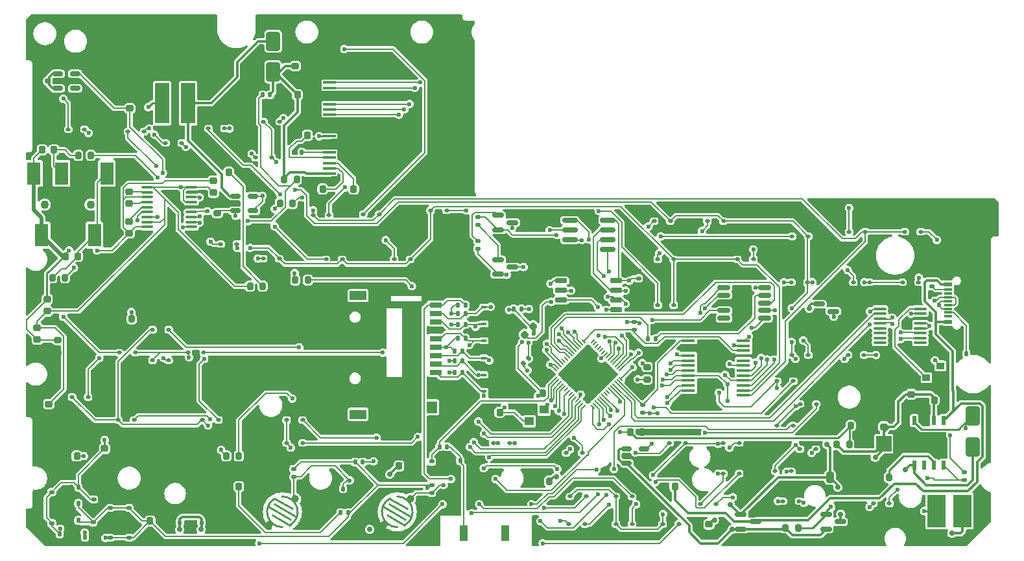
<source format=gtl>
G04 Layer: TopLayer*
G04 EasyEDA Pro v2.2.27.1, 2024-10-03 04:14:18*
G04 Gerber Generator version 0.3*
G04 Scale: 100 percent, Rotated: No, Reflected: No*
G04 Dimensions in millimeters*
G04 Leading zeros omitted, absolute positions, 3 integers and 5 decimals*

%TF.GenerationSoftware,KiCad,Pcbnew,8.0.5-unknown-202409261835~48b9027842~ubuntu24.04.1*%
%TF.CreationDate,2024-10-03T03:13:52+08:00*%
%TF.ProjectId,EL6170_Pro_Max_Plus,454c3631-3730-45f5-9072-6f5f4d61785f,rev?*%
%TF.SameCoordinates,Original*%
%TF.FileFunction,Copper,L1,Top*%
%TF.FilePolarity,Positive*%
%FSLAX46Y46*%
G04 Gerber Fmt 4.6, Leading zero omitted, Abs format (unit mm)*
G04 Created by KiCad (PCBNEW 8.0.5-unknown-202409261835~48b9027842~ubuntu24.04.1) date 2024-10-03 03:13:52*
%MOMM*%
%LPD*%
G01*
G04 APERTURE LIST*
G04 Aperture macros list*
%AMRoundRect*
0 Rectangle with rounded corners*
0 $1 Rounding radius*
0 $2 $3 $4 $5 $6 $7 $8 $9 X,Y pos of 4 corners*
0 Add a 4 corners polygon primitive as box body*
4,1,4,$2,$3,$4,$5,$6,$7,$8,$9,$2,$3,0*
0 Add four circle primitives for the rounded corners*
1,1,$1+$1,$2,$3*
1,1,$1+$1,$4,$5*
1,1,$1+$1,$6,$7*
1,1,$1+$1,$8,$9*
0 Add four rect primitives between the rounded corners*
20,1,$1+$1,$2,$3,$4,$5,0*
20,1,$1+$1,$4,$5,$6,$7,0*
20,1,$1+$1,$6,$7,$8,$9,0*
20,1,$1+$1,$8,$9,$2,$3,0*%
%AMRotRect*
0 Rectangle, with rotation*
0 The origin of the aperture is its center*
0 $1 length*
0 $2 width*
0 $3 Rotation angle, in degrees counterclockwise*
0 Add horizontal line*
21,1,$1,$2,0,0,$3*%
G04 Aperture macros list end*
%TA.AperFunction,EtchedComponent*%
%ADD10C,0.280000*%
%TD*%
%TA.AperFunction,SMDPad,CuDef*%
%ADD11RoundRect,0.200000X0.200000X0.275000X-0.200000X0.275000X-0.200000X-0.275000X0.200000X-0.275000X0*%
%TD*%
%TA.AperFunction,SMDPad,CuDef*%
%ADD12RoundRect,0.112500X0.187500X0.112500X-0.187500X0.112500X-0.187500X-0.112500X0.187500X-0.112500X0*%
%TD*%
%TA.AperFunction,ComponentPad*%
%ADD13C,1.100000*%
%TD*%
%TA.AperFunction,SMDPad,CuDef*%
%ADD14R,1.800000X3.000000*%
%TD*%
%TA.AperFunction,SMDPad,CuDef*%
%ADD15RoundRect,0.135000X-0.135000X-0.185000X0.135000X-0.185000X0.135000X0.185000X-0.135000X0.185000X0*%
%TD*%
%TA.AperFunction,SMDPad,CuDef*%
%ADD16RoundRect,0.112500X-0.187500X-0.112500X0.187500X-0.112500X0.187500X0.112500X-0.187500X0.112500X0*%
%TD*%
%TA.AperFunction,SMDPad,CuDef*%
%ADD17RoundRect,0.140000X0.170000X-0.140000X0.170000X0.140000X-0.170000X0.140000X-0.170000X-0.140000X0*%
%TD*%
%TA.AperFunction,SMDPad,CuDef*%
%ADD18RoundRect,0.150000X-0.587500X-0.150000X0.587500X-0.150000X0.587500X0.150000X-0.587500X0.150000X0*%
%TD*%
%TA.AperFunction,SMDPad,CuDef*%
%ADD19RoundRect,0.225000X0.225000X0.250000X-0.225000X0.250000X-0.225000X-0.250000X0.225000X-0.250000X0*%
%TD*%
%TA.AperFunction,SMDPad,CuDef*%
%ADD20RoundRect,0.147500X-0.147500X-0.172500X0.147500X-0.172500X0.147500X0.172500X-0.147500X0.172500X0*%
%TD*%
%TA.AperFunction,SMDPad,CuDef*%
%ADD21RoundRect,0.218750X0.218750X0.256250X-0.218750X0.256250X-0.218750X-0.256250X0.218750X-0.256250X0*%
%TD*%
%TA.AperFunction,SMDPad,CuDef*%
%ADD22RoundRect,0.100000X-0.637500X-0.100000X0.637500X-0.100000X0.637500X0.100000X-0.637500X0.100000X0*%
%TD*%
%TA.AperFunction,SMDPad,CuDef*%
%ADD23RoundRect,0.225000X-0.250000X0.225000X-0.250000X-0.225000X0.250000X-0.225000X0.250000X0.225000X0*%
%TD*%
%TA.AperFunction,SMDPad,CuDef*%
%ADD24RoundRect,0.147500X-0.172500X0.147500X-0.172500X-0.147500X0.172500X-0.147500X0.172500X0.147500X0*%
%TD*%
%TA.AperFunction,SMDPad,CuDef*%
%ADD25RoundRect,0.135000X-0.185000X0.135000X-0.185000X-0.135000X0.185000X-0.135000X0.185000X0.135000X0*%
%TD*%
%TA.AperFunction,SMDPad,CuDef*%
%ADD26RoundRect,0.140000X-0.140000X-0.170000X0.140000X-0.170000X0.140000X0.170000X-0.140000X0.170000X0*%
%TD*%
%TA.AperFunction,SMDPad,CuDef*%
%ADD27RoundRect,0.225000X0.250000X-0.225000X0.250000X0.225000X-0.250000X0.225000X-0.250000X-0.225000X0*%
%TD*%
%TA.AperFunction,SMDPad,CuDef*%
%ADD28R,1.600000X0.700000*%
%TD*%
%TA.AperFunction,SMDPad,CuDef*%
%ADD29R,1.600000X1.200000*%
%TD*%
%TA.AperFunction,SMDPad,CuDef*%
%ADD30R,2.200000X1.200000*%
%TD*%
%TA.AperFunction,SMDPad,CuDef*%
%ADD31R,1.400000X1.600000*%
%TD*%
%TA.AperFunction,SMDPad,CuDef*%
%ADD32RoundRect,0.225000X-0.225000X-0.250000X0.225000X-0.250000X0.225000X0.250000X-0.225000X0.250000X0*%
%TD*%
%TA.AperFunction,SMDPad,CuDef*%
%ADD33RoundRect,0.200000X-0.200000X-0.275000X0.200000X-0.275000X0.200000X0.275000X-0.200000X0.275000X0*%
%TD*%
%TA.AperFunction,SMDPad,CuDef*%
%ADD34RoundRect,0.140000X-0.170000X0.140000X-0.170000X-0.140000X0.170000X-0.140000X0.170000X0.140000X0*%
%TD*%
%TA.AperFunction,SMDPad,CuDef*%
%ADD35RoundRect,0.050000X-0.300000X0.150000X-0.300000X-0.150000X0.300000X-0.150000X0.300000X0.150000X0*%
%TD*%
%TA.AperFunction,SMDPad,CuDef*%
%ADD36RoundRect,0.150000X-0.512500X-0.150000X0.512500X-0.150000X0.512500X0.150000X-0.512500X0.150000X0*%
%TD*%
%TA.AperFunction,SMDPad,CuDef*%
%ADD37RoundRect,0.135000X0.135000X0.185000X-0.135000X0.185000X-0.135000X-0.185000X0.135000X-0.185000X0*%
%TD*%
%TA.AperFunction,SMDPad,CuDef*%
%ADD38RoundRect,0.150000X-0.825000X-0.150000X0.825000X-0.150000X0.825000X0.150000X-0.825000X0.150000X0*%
%TD*%
%TA.AperFunction,SMDPad,CuDef*%
%ADD39RoundRect,0.140000X0.140000X0.170000X-0.140000X0.170000X-0.140000X-0.170000X0.140000X-0.170000X0*%
%TD*%
%TA.AperFunction,SMDPad,CuDef*%
%ADD40RoundRect,0.135000X0.185000X-0.135000X0.185000X0.135000X-0.185000X0.135000X-0.185000X-0.135000X0*%
%TD*%
%TA.AperFunction,SMDPad,CuDef*%
%ADD41R,2.400000X4.300000*%
%TD*%
%TA.AperFunction,SMDPad,CuDef*%
%ADD42R,1.000000X0.300000*%
%TD*%
%TA.AperFunction,ComponentPad*%
%ADD43O,2.100000X1.000000*%
%TD*%
%TA.AperFunction,SMDPad,CuDef*%
%ADD44R,1.000000X0.600000*%
%TD*%
%TA.AperFunction,ComponentPad*%
%ADD45O,1.600000X1.000000*%
%TD*%
%TA.AperFunction,SMDPad,CuDef*%
%ADD46RoundRect,0.250000X0.650000X-1.000000X0.650000X1.000000X-0.650000X1.000000X-0.650000X-1.000000X0*%
%TD*%
%TA.AperFunction,SMDPad,CuDef*%
%ADD47RoundRect,0.218750X-0.218750X-0.256250X0.218750X-0.256250X0.218750X0.256250X-0.218750X0.256250X0*%
%TD*%
%TA.AperFunction,SMDPad,CuDef*%
%ADD48R,2.000000X2.000000*%
%TD*%
%TA.AperFunction,SMDPad,CuDef*%
%ADD49C,1.000000*%
%TD*%
%TA.AperFunction,SMDPad,CuDef*%
%ADD50R,1.000000X0.900000*%
%TD*%
%TA.AperFunction,SMDPad,CuDef*%
%ADD51RoundRect,0.150000X-0.687500X-0.150000X0.687500X-0.150000X0.687500X0.150000X-0.687500X0.150000X0*%
%TD*%
%TA.AperFunction,HeatsinkPad*%
%ADD52R,2.100000X3.300000*%
%TD*%
%TA.AperFunction,SMDPad,CuDef*%
%ADD53RoundRect,0.100000X-0.712500X-0.100000X0.712500X-0.100000X0.712500X0.100000X-0.712500X0.100000X0*%
%TD*%
%TA.AperFunction,SMDPad,CuDef*%
%ADD54RoundRect,0.200000X0.275000X-0.200000X0.275000X0.200000X-0.275000X0.200000X-0.275000X-0.200000X0*%
%TD*%
%TA.AperFunction,SMDPad,CuDef*%
%ADD55RoundRect,0.200000X-0.275000X0.200000X-0.275000X-0.200000X0.275000X-0.200000X0.275000X0.200000X0*%
%TD*%
%TA.AperFunction,SMDPad,CuDef*%
%ADD56R,1.900000X5.300000*%
%TD*%
%TA.AperFunction,SMDPad,CuDef*%
%ADD57R,1.750000X0.450000*%
%TD*%
%TA.AperFunction,SMDPad,CuDef*%
%ADD58RoundRect,0.150000X-0.650000X-0.150000X0.650000X-0.150000X0.650000X0.150000X-0.650000X0.150000X0*%
%TD*%
%TA.AperFunction,SMDPad,CuDef*%
%ADD59R,1.200000X1.100000*%
%TD*%
%TA.AperFunction,SMDPad,CuDef*%
%ADD60RoundRect,0.218750X0.026517X-0.335876X0.335876X-0.026517X-0.026517X0.335876X-0.335876X0.026517X0*%
%TD*%
%TA.AperFunction,SMDPad,CuDef*%
%ADD61R,1.800000X0.400000*%
%TD*%
%TA.AperFunction,SMDPad,CuDef*%
%ADD62R,0.600000X1.200000*%
%TD*%
%TA.AperFunction,SMDPad,CuDef*%
%ADD63R,3.300000X2.400000*%
%TD*%
%TA.AperFunction,SMDPad,CuDef*%
%ADD64RoundRect,0.147500X0.017678X-0.226274X0.226274X-0.017678X-0.017678X0.226274X-0.226274X0.017678X0*%
%TD*%
%TA.AperFunction,SMDPad,CuDef*%
%ADD65RoundRect,0.250000X-0.250000X-0.475000X0.250000X-0.475000X0.250000X0.475000X-0.250000X0.475000X0*%
%TD*%
%TA.AperFunction,SMDPad,CuDef*%
%ADD66R,1.000000X2.000000*%
%TD*%
%TA.AperFunction,SMDPad,CuDef*%
%ADD67RoundRect,0.050000X-0.212132X-0.282843X0.282843X0.212132X0.212132X0.282843X-0.282843X-0.212132X0*%
%TD*%
%TA.AperFunction,SMDPad,CuDef*%
%ADD68RoundRect,0.050000X0.212132X-0.282843X0.282843X-0.212132X-0.212132X0.282843X-0.282843X0.212132X0*%
%TD*%
%TA.AperFunction,HeatsinkPad*%
%ADD69RotRect,4.000000X4.000000X45.000000*%
%TD*%
%TA.AperFunction,ViaPad*%
%ADD70C,0.600000*%
%TD*%
%TA.AperFunction,ViaPad*%
%ADD71C,0.700000*%
%TD*%
%TA.AperFunction,Conductor*%
%ADD72C,0.200000*%
%TD*%
%TA.AperFunction,Conductor*%
%ADD73C,0.290000*%
%TD*%
%TA.AperFunction,Conductor*%
%ADD74C,0.400000*%
%TD*%
%TA.AperFunction,Conductor*%
%ADD75C,0.280000*%
%TD*%
%TA.AperFunction,Conductor*%
%ADD76C,0.360000*%
%TD*%
%TA.AperFunction,Conductor*%
%ADD77C,0.600000*%
%TD*%
%TA.AperFunction,Conductor*%
%ADD78C,0.500000*%
%TD*%
%TA.AperFunction,Conductor*%
%ADD79C,0.250000*%
%TD*%
%TA.AperFunction,Conductor*%
%ADD80C,0.300000*%
%TD*%
G04 APERTURE END LIST*
D10*
%TO.C,SWRST1*%
X124180000Y-127320000D02*
X127080000Y-129020000D01*
X124700000Y-128400000D02*
X126999445Y-129732371D01*
X124920000Y-126980000D02*
X127820000Y-128680000D01*
X125000555Y-126267629D02*
X127300000Y-127600000D01*
X126000000Y-126000000D02*
G75*
G02*
X126999445Y-129732371I0J-2000000D01*
G01*
X126000000Y-130000000D02*
G75*
G02*
X125000555Y-126267630I-2J1999999D01*
G01*
%TO.C,SWBOOT1*%
X139180000Y-127320000D02*
X142080000Y-129020000D01*
X139700000Y-128400000D02*
X141999445Y-129732371D01*
X139920000Y-126980000D02*
X142820000Y-128680000D01*
X140000555Y-126267629D02*
X142300000Y-127600000D01*
X141000000Y-126000000D02*
G75*
G02*
X141999445Y-129732371I0J-2000000D01*
G01*
X141000000Y-130000000D02*
G75*
G02*
X140000555Y-126267630I-2J1999999D01*
G01*
%TD*%
D11*
%TO.P,R20,1*%
%TO.N,Net-(D4-A)*%
X123425000Y-98500000D03*
%TO.P,R20,2*%
%TO.N,XSMT*%
X121775000Y-98500000D03*
%TD*%
D12*
%TO.P,D41,1,K*%
%TO.N,KEY_ROW3*%
X155650000Y-119000000D03*
%TO.P,D41,2,A*%
%TO.N,Net-(D41-A)*%
X153550000Y-119000000D03*
%TD*%
D13*
%TO.P,CN1,*%
%TO.N,*%
X94970000Y-87850000D03*
X100970000Y-87850000D03*
D14*
%TO.P,CN1,2,2*%
%TO.N,LOUT*%
X101470000Y-91830000D03*
%TO.P,CN1,3,3*%
%TO.N,AGND*%
X94570000Y-91830000D03*
%TO.P,CN1,4,4*%
X93570000Y-83770000D03*
%TO.P,CN1,5,5*%
%TO.N,ROUT*%
X97170000Y-83770000D03*
%TO.P,CN1,6,6*%
%TO.N,LOUT*%
X103070000Y-83770000D03*
%TD*%
D15*
%TO.P,R24,1*%
%TO.N,+3V3*%
X148890000Y-101000000D03*
%TO.P,R24,2*%
%TO.N,CARD_DET*%
X149910000Y-101000000D03*
%TD*%
D16*
%TO.P,D54,1,K*%
%TO.N,KEY_ROW5*%
X191350000Y-126600000D03*
%TO.P,D54,2,A*%
%TO.N,Net-(D54-A)*%
X193450000Y-126600000D03*
%TD*%
D11*
%TO.P,R23,1*%
%TO.N,Net-(U11-PROG)*%
X205225000Y-123500000D03*
%TO.P,R23,2*%
%TO.N,DEMP*%
X203575000Y-123500000D03*
%TD*%
D17*
%TO.P,C25,1*%
%TO.N,+3V3*%
X103500000Y-131380000D03*
%TO.P,C25,2*%
%TO.N,DEMP*%
X103500000Y-130420000D03*
%TD*%
D15*
%TO.P,R30,1*%
%TO.N,+3V3*%
X148490000Y-109800000D03*
%TO.P,R30,2*%
%TO.N,GPIO5*%
X149510000Y-109800000D03*
%TD*%
D18*
%TO.P,Q3,1,G*%
%TO.N,/BAT5V*%
X196062500Y-100850000D03*
%TO.P,Q3,2,S*%
%TO.N,DEMP*%
X196062500Y-102750000D03*
%TO.P,Q3,3,D*%
%TO.N,Net-(Q3-D)*%
X197937500Y-101800000D03*
%TD*%
D19*
%TO.P,C7,1*%
%TO.N,Net-(SH1-VSL)*%
X129275000Y-78800000D03*
%TO.P,C7,2*%
%TO.N,DEMP*%
X127725000Y-78800000D03*
%TD*%
D16*
%TO.P,D50,1,K*%
%TO.N,KEY_ROW4*%
X126550000Y-116000000D03*
%TO.P,D50,2,A*%
%TO.N,Net-(D50-A)*%
X128650000Y-116000000D03*
%TD*%
D20*
%TO.P,L2,1,1*%
%TO.N,Net-(C8-Pad2)*%
X149230000Y-121300000D03*
%TO.P,L2,2,2*%
%TO.N,DEMP*%
X150200000Y-121300000D03*
%TD*%
D12*
%TO.P,D32,1,K*%
%TO.N,KEY_ROW2*%
X176650000Y-90000000D03*
%TO.P,D32,2,A*%
%TO.N,Net-(D32-A)*%
X174550000Y-90000000D03*
%TD*%
%TO.P,D31,1,K*%
%TO.N,KEY_ROW2*%
X183600000Y-90000000D03*
%TO.P,D31,2,A*%
%TO.N,Net-(D31-A)*%
X181500000Y-90000000D03*
%TD*%
D17*
%TO.P,C44,1*%
%TO.N,+3V3*%
X106000000Y-131380000D03*
%TO.P,C44,2*%
%TO.N,DEMP*%
X106000000Y-130420000D03*
%TD*%
D21*
%TO.P,D4,1,K*%
%TO.N,DEMP*%
X120587500Y-83600000D03*
%TO.P,D4,2,A*%
%TO.N,Net-(D4-A)*%
X119012500Y-83600000D03*
%TD*%
D16*
%TO.P,D14,1,K*%
%TO.N,KEY_ROW0*%
X130000000Y-89200000D03*
%TO.P,D14,2,A*%
%TO.N,Net-(D14-A)*%
X132100000Y-89200000D03*
%TD*%
D11*
%TO.P,R18,1*%
%TO.N,Net-(U9-SCK)*%
X106325000Y-102800000D03*
%TO.P,R18,2*%
%TO.N,DEMP*%
X104675000Y-102800000D03*
%TD*%
D22*
%TO.P,U9,1,CPVDD*%
%TO.N,XSMT*%
X108375000Y-85575000D03*
%TO.P,U9,2,CAPP*%
%TO.N,Net-(U9-CAPP)*%
X108375000Y-86225000D03*
%TO.P,U9,3,CPGND*%
%TO.N,AGND*%
X108375000Y-86875000D03*
%TO.P,U9,4,CAPM*%
%TO.N,Net-(U9-CAPM)*%
X108375000Y-87525000D03*
%TO.P,U9,5,VNEG*%
%TO.N,Net-(U9-VNEG)*%
X108375000Y-88175000D03*
%TO.P,U9,6,OUTL*%
%TO.N,Net-(U9-OUTL)*%
X108375000Y-88825000D03*
%TO.P,U9,7,OUTR*%
%TO.N,Net-(U9-OUTR)*%
X108375000Y-89475000D03*
%TO.P,U9,8,AVDD*%
%TO.N,XSMT*%
X108375000Y-90125000D03*
%TO.P,U9,9,AGND*%
%TO.N,AGND*%
X108375000Y-90775000D03*
%TO.P,U9,10,DEMP*%
%TO.N,DEMP*%
X108375000Y-91425000D03*
%TO.P,U9,11,FLT*%
X114100000Y-91425000D03*
%TO.P,U9,12,SCK*%
%TO.N,Net-(U9-SCK)*%
X114100000Y-90775000D03*
%TO.P,U9,13,BCK*%
%TO.N,Net-(U9-BCK)*%
X114100000Y-90125000D03*
%TO.P,U9,14,DIN*%
%TO.N,Net-(U9-DIN)*%
X114100000Y-89475000D03*
%TO.P,U9,15,LRCK*%
%TO.N,Net-(U9-LRCK)*%
X114100000Y-88825000D03*
%TO.P,U9,16,FMT*%
%TO.N,DEMP*%
X114100000Y-88175000D03*
%TO.P,U9,17,XSMT*%
%TO.N,XSMT*%
X114100000Y-87525000D03*
%TO.P,U9,18,LDOO*%
%TO.N,Net-(U9-LDOO)*%
X114100000Y-86875000D03*
%TO.P,U9,19,DGND*%
%TO.N,DEMP*%
X114100000Y-86225000D03*
%TO.P,U9,20,DVDD*%
%TO.N,XSMT*%
X114100000Y-85575000D03*
%TD*%
D23*
%TO.P,C4,1*%
%TO.N,12VPP*%
X127700000Y-69725000D03*
%TO.P,C4,2*%
%TO.N,DEMP*%
X127700000Y-71275000D03*
%TD*%
D24*
%TO.P,L1,1,1*%
%TO.N,Net-(U1-LNA_IN)*%
X145500000Y-121415000D03*
%TO.P,L1,2,2*%
%TO.N,DEMP*%
X145500000Y-122385000D03*
%TD*%
D16*
%TO.P,D20,1,K*%
%TO.N,KEY_ROW1*%
X185400000Y-95000000D03*
%TO.P,D20,2,A*%
%TO.N,Net-(D20-A)*%
X187500000Y-95000000D03*
%TD*%
D25*
%TO.P,R25,1*%
%TO.N,+3V3*%
X171900000Y-103190000D03*
%TO.P,R25,2*%
%TO.N,GPIO38*%
X171900000Y-104210000D03*
%TD*%
D19*
%TO.P,C22,1*%
%TO.N,XTAL_P*%
X154375000Y-115000000D03*
%TO.P,C22,2*%
%TO.N,DEMP*%
X152825000Y-115000000D03*
%TD*%
%TO.P,C3,1*%
%TO.N,12VPP*%
X127975000Y-73500000D03*
%TO.P,C3,2*%
%TO.N,DEMP*%
X126425000Y-73500000D03*
%TD*%
D12*
%TO.P,D33,1,K*%
%TO.N,KEY_ROW2*%
X194650000Y-92000000D03*
%TO.P,D33,2,A*%
%TO.N,Net-(D33-A)*%
X192550000Y-92000000D03*
%TD*%
D23*
%TO.P,C34,1*%
%TO.N,AGND*%
X95300000Y-100225000D03*
%TO.P,C34,2*%
%TO.N,XSMT*%
X95300000Y-101775000D03*
%TD*%
D26*
%TO.P,C20,1*%
%TO.N,CHIP_PU*%
X133920000Y-125000000D03*
%TO.P,C20,2*%
%TO.N,DEMP*%
X134880000Y-125000000D03*
%TD*%
D27*
%TO.P,C40,1*%
%TO.N,/VBAT*%
X204500000Y-116875000D03*
%TO.P,C40,2*%
%TO.N,DEMP*%
X204500000Y-115325000D03*
%TD*%
D28*
%TO.P,J2,1,DAT2*%
%TO.N,GPIO5*%
X146000000Y-109750000D03*
%TO.P,J2,2,DAT3/CD*%
%TO.N,GPIO4*%
X146000000Y-108650000D03*
%TO.P,J2,3,CMD/SDI*%
%TO.N,GPIO9*%
X146000000Y-107550000D03*
%TO.P,J2,4,VDD*%
%TO.N,+3V3*%
X146000000Y-106450000D03*
%TO.P,J2,5,CLK/SCK*%
%TO.N,GPIO8*%
X146000000Y-105350000D03*
%TO.P,J2,6,VSS*%
%TO.N,DEMP*%
X146000000Y-104250000D03*
%TO.P,J2,7,DAT0/SDO*%
%TO.N,GPIO7*%
X146000000Y-103150000D03*
%TO.P,J2,8,DAT1*%
%TO.N,GPIO6*%
X146000000Y-102050000D03*
%TO.P,J2,9,~{DET}*%
%TO.N,CARD_DET*%
X146000000Y-100950000D03*
D29*
%TO.P,J2,10,SHIELD*%
%TO.N,DEMP*%
X145400000Y-99750000D03*
D30*
%TO.P,J2,11*%
%TO.N,N/C*%
X135900000Y-99750000D03*
%TO.P,J2,12*%
X135900000Y-115250000D03*
D31*
%TO.P,J2,13*%
X145500000Y-114350000D03*
%TD*%
D16*
%TO.P,D42,1,K*%
%TO.N,KEY_ROW3*%
X163050000Y-120300000D03*
%TO.P,D42,2,A*%
%TO.N,Net-(D42-A)*%
X165150000Y-120300000D03*
%TD*%
%TO.P,D39,1,K*%
%TO.N,KEY_ROW3*%
X163400000Y-129600000D03*
%TO.P,D39,2,A*%
%TO.N,Net-(D39-A)*%
X165500000Y-129600000D03*
%TD*%
D32*
%TO.P,C46,1*%
%TO.N,BAT_SMP*%
X171425000Y-117600000D03*
%TO.P,C46,2*%
%TO.N,DEMP*%
X172975000Y-117600000D03*
%TD*%
D33*
%TO.P,R17,1*%
%TO.N,Net-(U9-BCK)*%
X118675000Y-120700000D03*
%TO.P,R17,2*%
%TO.N,GPIO42*%
X120325000Y-120700000D03*
%TD*%
D25*
%TO.P,R9,1*%
%TO.N,DTR*%
X151500000Y-89480000D03*
%TO.P,R9,2*%
%TO.N,Net-(Q2-B)*%
X151500000Y-90500000D03*
%TD*%
D16*
%TO.P,D63,1,K*%
%TO.N,KEY_ROW6*%
X193550000Y-119800000D03*
%TO.P,D63,2,A*%
%TO.N,Net-(D63-A)*%
X195650000Y-119800000D03*
%TD*%
D34*
%TO.P,C9,1*%
%TO.N,+3V3*%
X95900000Y-125420000D03*
%TO.P,C9,2*%
%TO.N,DEMP*%
X95900000Y-126380000D03*
%TD*%
D26*
%TO.P,C16,1*%
%TO.N,+5V*%
X115440000Y-129400000D03*
%TO.P,C16,2*%
%TO.N,DEMP*%
X116400000Y-129400000D03*
%TD*%
D33*
%TO.P,R12,1*%
%TO.N,12VPP*%
X126225000Y-84550000D03*
%TO.P,R12,2*%
%TO.N,Net-(U2-FB)*%
X127875000Y-84550000D03*
%TD*%
D27*
%TO.P,C35,1*%
%TO.N,XSMT*%
X117000000Y-86275000D03*
%TO.P,C35,2*%
%TO.N,AGND*%
X117000000Y-84725000D03*
%TD*%
D32*
%TO.P,C41,1*%
%TO.N,/VBAT*%
X211125000Y-113400000D03*
%TO.P,C41,2*%
%TO.N,DEMP*%
X212675000Y-113400000D03*
%TD*%
D12*
%TO.P,D15,1,K*%
%TO.N,KEY_ROW0*%
X124600000Y-81700000D03*
%TO.P,D15,2,A*%
%TO.N,Net-(D15-A)*%
X122500000Y-81700000D03*
%TD*%
D35*
%TO.P,D8,1,1*%
%TO.N,DEMP*%
X152300000Y-102750000D03*
%TO.P,D8,2,2*%
%TO.N,GPIO7*%
X152300000Y-103450000D03*
%TD*%
D17*
%TO.P,C10,1*%
%TO.N,+3V3*%
X95900000Y-129480000D03*
%TO.P,C10,2*%
%TO.N,DEMP*%
X95900000Y-128520000D03*
%TD*%
D36*
%TO.P,U5,1,V_{IN}*%
%TO.N,+5V*%
X170962500Y-119750000D03*
%TO.P,U5,2,V_{SS}*%
%TO.N,DEMP*%
X170962500Y-120700000D03*
%TO.P,U5,3,CE*%
%TO.N,+5V*%
X170962500Y-121650000D03*
%TO.P,U5,4,NC*%
%TO.N,DEMP*%
X173237500Y-121650000D03*
%TO.P,U5,5,V_{OUT}*%
%TO.N,+3V3*%
X173237500Y-119750000D03*
%TD*%
D25*
%TO.P,R6,1*%
%TO.N,+3V3*%
X145500000Y-124490000D03*
%TO.P,R6,2*%
%TO.N,GPIO0*%
X145500000Y-125510000D03*
%TD*%
D23*
%TO.P,C29,1*%
%TO.N,Net-(U9-CAPP)*%
X106000000Y-86125000D03*
%TO.P,C29,2*%
%TO.N,Net-(U9-CAPM)*%
X106000000Y-87675000D03*
%TD*%
D12*
%TO.P,D26,1,K*%
%TO.N,KEY_ROW1*%
X125600000Y-94900000D03*
%TO.P,D26,2,A*%
%TO.N,Net-(D26-A)*%
X123500000Y-94900000D03*
%TD*%
D37*
%TO.P,R7,1*%
%TO.N,340_RX*%
X174700000Y-105400000D03*
%TO.P,R7,2*%
%TO.N,U0TX*%
X173680000Y-105400000D03*
%TD*%
D16*
%TO.P,D44,1,K*%
%TO.N,KEY_ROW4*%
X109050000Y-104200000D03*
%TO.P,D44,2,A*%
%TO.N,Net-(D44-A)*%
X111150000Y-104200000D03*
%TD*%
D38*
%TO.P,U3,1,~{CE}*%
%TO.N,SPICS1*%
X163525000Y-89895000D03*
%TO.P,U3,2,SO/SIO*%
%TO.N,SPIQ*%
X163525000Y-91165000D03*
%TO.P,U3,3,SIO2*%
%TO.N,SPIWP*%
X163525000Y-92435000D03*
%TO.P,U3,4,VSS*%
%TO.N,DEMP*%
X163525000Y-93705000D03*
%TO.P,U3,5,SI/SIO*%
%TO.N,SPID*%
X168475000Y-93705000D03*
%TO.P,U3,6,SCLK*%
%TO.N,SPICLK*%
X168475000Y-92435000D03*
%TO.P,U3,7,SIO3*%
%TO.N,SPIHD*%
X168475000Y-91165000D03*
%TO.P,U3,8,VCC*%
%TO.N,/VDD_SPI*%
X168475000Y-89895000D03*
%TD*%
D16*
%TO.P,D61,1,K*%
%TO.N,KEY_ROW6*%
X193600000Y-113900000D03*
%TO.P,D61,2,A*%
%TO.N,Net-(D61-A)*%
X195700000Y-113900000D03*
%TD*%
D39*
%TO.P,C14,1*%
%TO.N,+3V3*%
X99360000Y-129100000D03*
%TO.P,C14,2*%
%TO.N,DEMP*%
X98400000Y-129100000D03*
%TD*%
D16*
%TO.P,D38,1,K*%
%TO.N,KEY_ROW3*%
X199850000Y-107500000D03*
%TO.P,D38,2,A*%
%TO.N,Net-(D38-A)*%
X201950000Y-107500000D03*
%TD*%
D15*
%TO.P,R32,1*%
%TO.N,+3V3*%
X156190000Y-101500000D03*
%TO.P,R32,2*%
%TO.N,GPIO39*%
X157210000Y-101500000D03*
%TD*%
D12*
%TO.P,D24,1,K*%
%TO.N,KEY_ROW1*%
X142700000Y-95000000D03*
%TO.P,D24,2,A*%
%TO.N,Net-(D24-A)*%
X140600000Y-95000000D03*
%TD*%
D36*
%TO.P,U10,1,V_{IN}*%
%TO.N,+5V*%
X96662500Y-70750000D03*
%TO.P,U10,2,V_{SS}*%
%TO.N,DEMP*%
X96662500Y-71700000D03*
%TO.P,U10,3,CE*%
%TO.N,+5V*%
X96662500Y-72650000D03*
%TO.P,U10,4,NC*%
%TO.N,unconnected-(U10-NC-Pad4)*%
X98937500Y-72650000D03*
%TO.P,U10,5,V_{OUT}*%
%TO.N,XSMT*%
X98937500Y-70750000D03*
%TD*%
D40*
%TO.P,R8,1*%
%TO.N,RTS*%
X151500000Y-93610000D03*
%TO.P,R8,2*%
%TO.N,Net-(Q1-B)*%
X151500000Y-92590000D03*
%TD*%
D23*
%TO.P,C42,1*%
%TO.N,/VBAT*%
X208100000Y-112625000D03*
%TO.P,C42,2*%
%TO.N,DEMP*%
X208100000Y-114175000D03*
%TD*%
D41*
%TO.P,L6,1,1*%
%TO.N,Net-(D5-A)*%
X211400000Y-127900000D03*
%TO.P,L6,2,2*%
%TO.N,/VBAT*%
X214800000Y-127900000D03*
%TD*%
D12*
%TO.P,D35,1,K*%
%TO.N,KEY_ROW2*%
X107950000Y-78300000D03*
%TO.P,D35,2,A*%
%TO.N,Net-(D35-A)*%
X105850000Y-78300000D03*
%TD*%
D35*
%TO.P,D10,1,1*%
%TO.N,DEMP*%
X152300000Y-111550000D03*
%TO.P,D10,2,2*%
%TO.N,GPIO5*%
X152300000Y-112250000D03*
%TD*%
D12*
%TO.P,D21,1,K*%
%TO.N,KEY_ROW1*%
X177100000Y-95000000D03*
%TO.P,D21,2,A*%
%TO.N,Net-(D21-A)*%
X175000000Y-95000000D03*
%TD*%
D35*
%TO.P,D7,1,1*%
%TO.N,DEMP*%
X152300000Y-104950000D03*
%TO.P,D7,2,2*%
%TO.N,GPIO8*%
X152300000Y-105650000D03*
%TD*%
D25*
%TO.P,R5,1*%
%TO.N,+3V3*%
X127500000Y-122390000D03*
%TO.P,R5,2*%
%TO.N,CHIP_PU*%
X127500000Y-123410000D03*
%TD*%
D42*
%TO.P,J1,A5,CC1*%
%TO.N,Net-(J1-CC1)*%
X212925000Y-101950000D03*
%TO.P,J1,A6,D+*%
%TO.N,USB_D+*%
X212925000Y-100950000D03*
%TO.P,J1,A7,D-*%
%TO.N,USB_D-*%
X212925000Y-100450000D03*
%TO.P,J1,A8,NC*%
%TO.N,unconnected-(J1-NC-PadA8)*%
X212925000Y-99450000D03*
%TO.P,J1,B5,CC2*%
%TO.N,Net-(J1-CC2)*%
X212925000Y-98950000D03*
%TO.P,J1,B6,D+*%
%TO.N,USB_D+*%
X212925000Y-99950000D03*
%TO.P,J1,B7,D-*%
%TO.N,USB_D-*%
X212925000Y-101450000D03*
%TO.P,J1,B8,NC*%
%TO.N,unconnected-(J1-NC-PadB8)*%
X212925000Y-102450000D03*
D43*
%TO.P,J1,DEMP*%
%TO.N,DEMP*%
X213500000Y-105018000D03*
D44*
%TO.P,J1,GND,GND*%
X212925000Y-103925000D03*
X212925000Y-97475000D03*
D45*
%TO.P,J1,NC1*%
X217680000Y-105018000D03*
D43*
%TO.P,J1,NC3*%
X213500000Y-96382000D03*
D45*
%TO.P,J1,S,SHIELD*%
X217680000Y-96382000D03*
D44*
%TO.P,J1,VBUS,VBUS*%
%TO.N,/USB5V*%
X212925000Y-103150000D03*
X212925000Y-98250000D03*
%TD*%
D46*
%TO.P,D3,1,K*%
%TO.N,12VPP*%
X124800000Y-70500000D03*
%TO.P,D3,2,A*%
%TO.N,Net-(D3-A)*%
X124800000Y-66500000D03*
%TD*%
D15*
%TO.P,R2,1*%
%TO.N,DEMP*%
X214290000Y-107300000D03*
%TO.P,R2,2*%
%TO.N,Net-(J1-CC1)*%
X215310000Y-107300000D03*
%TD*%
D12*
%TO.P,D22,1,K*%
%TO.N,KEY_ROW1*%
X177100000Y-101000000D03*
%TO.P,D22,2,A*%
%TO.N,Net-(D22-A)*%
X175000000Y-101000000D03*
%TD*%
D33*
%TO.P,R13,1*%
%TO.N,LOUT*%
X95975000Y-97400000D03*
%TO.P,R13,2*%
%TO.N,Net-(U9-OUTL)*%
X97625000Y-97400000D03*
%TD*%
D16*
%TO.P,D57,1,K*%
%TO.N,KEY_ROW5*%
X175650000Y-129600000D03*
%TO.P,D57,2,A*%
%TO.N,Net-(D57-A)*%
X177750000Y-129600000D03*
%TD*%
%TO.P,D43,1,K*%
%TO.N,KEY_ROW3*%
X113650000Y-107200000D03*
%TO.P,D43,2,A*%
%TO.N,Net-(D43-A)*%
X115750000Y-107200000D03*
%TD*%
D39*
%TO.P,C24,1*%
%TO.N,+3V3*%
X99380000Y-124800000D03*
%TO.P,C24,2*%
%TO.N,DEMP*%
X98420000Y-124800000D03*
%TD*%
D16*
%TO.P,D56,1,K*%
%TO.N,KEY_ROW5*%
X183550000Y-123000000D03*
%TO.P,D56,2,A*%
%TO.N,Net-(D56-A)*%
X185650000Y-123000000D03*
%TD*%
D18*
%TO.P,Q4,1,G*%
%TO.N,/BAT5V*%
X185862500Y-128350000D03*
%TO.P,Q4,2,S*%
%TO.N,+5V*%
X185862500Y-130250000D03*
%TO.P,Q4,3,D*%
%TO.N,/USB5V*%
X187737500Y-129300000D03*
%TD*%
D12*
%TO.P,D16,1,K*%
%TO.N,KEY_ROW0*%
X112850000Y-79800000D03*
%TO.P,D16,2,A*%
%TO.N,Net-(D16-A)*%
X110750000Y-79800000D03*
%TD*%
D16*
%TO.P,D47,1,K*%
%TO.N,KEY_ROW4*%
X104550000Y-116000000D03*
%TO.P,D47,2,A*%
%TO.N,Net-(D47-A)*%
X106650000Y-116000000D03*
%TD*%
D11*
%TO.P,R34,1*%
%TO.N,BAT_SMP*%
X200025000Y-119200000D03*
%TO.P,R34,2*%
%TO.N,/VBAT*%
X198375000Y-119200000D03*
%TD*%
D15*
%TO.P,R26,1*%
%TO.N,+3V3*%
X148490000Y-107000000D03*
%TO.P,R26,2*%
%TO.N,GPIO9*%
X149510000Y-107000000D03*
%TD*%
D32*
%TO.P,C23,1*%
%TO.N,DEMP*%
X158425000Y-112500000D03*
%TO.P,C23,2*%
%TO.N,XTAL_N*%
X159975000Y-112500000D03*
%TD*%
D47*
%TO.P,D1,1,K*%
%TO.N,DEMP*%
X118725000Y-124700000D03*
%TO.P,D1,2,A*%
%TO.N,Net-(D1-A)*%
X120300000Y-124700000D03*
%TD*%
D15*
%TO.P,R1,1*%
%TO.N,DEMP*%
X127490000Y-81000000D03*
%TO.P,R1,2*%
%TO.N,Net-(SH1-IREF)*%
X128510000Y-81000000D03*
%TD*%
D12*
%TO.P,D29,1,K*%
%TO.N,KEY_ROW2*%
X202650000Y-98000000D03*
%TO.P,D29,2,A*%
%TO.N,Net-(D29-A)*%
X200550000Y-98000000D03*
%TD*%
D18*
%TO.P,Q5,1,G*%
%TO.N,Net-(Q3-D)*%
X196962500Y-128350000D03*
%TO.P,Q5,2,S*%
%TO.N,+5V*%
X196962500Y-130250000D03*
%TO.P,Q5,3,D*%
%TO.N,/BAT5V*%
X198837500Y-129300000D03*
%TD*%
D17*
%TO.P,C18,1*%
%TO.N,+3V3*%
X106000000Y-127480000D03*
%TO.P,C18,2*%
%TO.N,DEMP*%
X106000000Y-126520000D03*
%TD*%
D19*
%TO.P,C28,1*%
%TO.N,ROUT*%
X96175000Y-80700000D03*
%TO.P,C28,2*%
%TO.N,AGND*%
X94625000Y-80700000D03*
%TD*%
D48*
%TO.P,BAT-1,1*%
%TO.N,DEMP*%
X204500000Y-113100000D03*
%TD*%
D11*
%TO.P,R21,1*%
%TO.N,/BAT5V*%
X160825000Y-124000000D03*
%TO.P,R21,2*%
%TO.N,DEMP*%
X159175000Y-124000000D03*
%TD*%
D26*
%TO.P,C13,1*%
%TO.N,+3V3*%
X96920000Y-130900000D03*
%TO.P,C13,2*%
%TO.N,DEMP*%
X97880000Y-130900000D03*
%TD*%
D17*
%TO.P,C45,1*%
%TO.N,+3V3*%
X103500000Y-127480000D03*
%TO.P,C45,2*%
%TO.N,DEMP*%
X103500000Y-126520000D03*
%TD*%
D23*
%TO.P,C1,1*%
%TO.N,+3V3*%
X102800000Y-119725000D03*
%TO.P,C1,2*%
%TO.N,DEMP*%
X102800000Y-121275000D03*
%TD*%
D16*
%TO.P,D48,1,K*%
%TO.N,KEY_ROW4*%
X183550000Y-119000000D03*
%TO.P,D48,2,A*%
%TO.N,Net-(D48-A)*%
X185650000Y-119000000D03*
%TD*%
D49*
%TO.P,SWRST1,1,1*%
%TO.N,DEMP*%
X124300000Y-129700000D03*
%TO.P,SWRST1,2,2*%
%TO.N,CHIP_PU*%
X127700000Y-126300000D03*
%TD*%
D17*
%TO.P,C12,1*%
%TO.N,+3V3*%
X101300000Y-129380000D03*
%TO.P,C12,2*%
%TO.N,DEMP*%
X101300000Y-128420000D03*
%TD*%
D19*
%TO.P,C27,1*%
%TO.N,LOUT*%
X99275000Y-94600000D03*
%TO.P,C27,2*%
%TO.N,AGND*%
X97725000Y-94600000D03*
%TD*%
D16*
%TO.P,D36,1,K*%
%TO.N,KEY_ROW3*%
X109050000Y-108200000D03*
%TO.P,D36,2,A*%
%TO.N,Net-(D36-A)*%
X111150000Y-108200000D03*
%TD*%
%TO.P,D40,1,K*%
%TO.N,KEY_ROW3*%
X192550000Y-107500000D03*
%TO.P,D40,2,A*%
%TO.N,Net-(D40-A)*%
X194650000Y-107500000D03*
%TD*%
%TO.P,D64,1,K*%
%TO.N,KEY_ROW6*%
X190350000Y-122700000D03*
%TO.P,D64,2,A*%
%TO.N,Net-(D64-A)*%
X192450000Y-122700000D03*
%TD*%
%TO.P,D46,1,K*%
%TO.N,KEY_ROW4*%
X98550000Y-113000000D03*
%TO.P,D46,2,A*%
%TO.N,Net-(D46-A)*%
X100650000Y-113000000D03*
%TD*%
D15*
%TO.P,R28,1*%
%TO.N,+3V3*%
X148890000Y-103500000D03*
%TO.P,R28,2*%
%TO.N,GPIO7*%
X149910000Y-103500000D03*
%TD*%
D16*
%TO.P,D51,1,K*%
%TO.N,KEY_ROW4*%
X126550000Y-119000000D03*
%TO.P,D51,2,A*%
%TO.N,Net-(D51-A)*%
X128650000Y-119000000D03*
%TD*%
D27*
%TO.P,C31,1*%
%TO.N,AGND*%
X94000000Y-105475000D03*
%TO.P,C31,2*%
%TO.N,XSMT*%
X94000000Y-103925000D03*
%TD*%
D15*
%TO.P,R4,1*%
%TO.N,Net-(D1-A)*%
X133580000Y-128100000D03*
%TO.P,R4,2*%
%TO.N,+3V3*%
X134600000Y-128100000D03*
%TD*%
D50*
%TO.P,X2,1,1*%
%TO.N,XIN*%
X210080000Y-110480000D03*
%TO.P,X2,2,GND*%
%TO.N,DEMP*%
X211920000Y-110480000D03*
%TO.P,X2,3,3*%
%TO.N,XOUT*%
X211920000Y-108920000D03*
%TO.P,X2,4,GND*%
%TO.N,DEMP*%
X210080000Y-108920000D03*
%TD*%
D33*
%TO.P,R16,1*%
%TO.N,Net-(U9-DIN)*%
X125675000Y-87700000D03*
%TO.P,R16,2*%
%TO.N,GPIO41*%
X127325000Y-87700000D03*
%TD*%
D32*
%TO.P,C6,1*%
%TO.N,Net-(SH1-VCOMH)*%
X135300000Y-85800000D03*
%TO.P,C6,2*%
%TO.N,DEMP*%
X136850000Y-85800000D03*
%TD*%
D51*
%TO.P,U6,1,UD+*%
%TO.N,D3+*%
X183662500Y-98700000D03*
%TO.P,U6,2,UD-*%
%TO.N,D3-*%
X183662500Y-99700000D03*
%TO.P,U6,3,GND*%
%TO.N,DEMP*%
X183662500Y-100700000D03*
%TO.P,U6,4,~{DTR}*%
%TO.N,DTR*%
X183662500Y-101700000D03*
%TO.P,U6,5,~{CTS}*%
%TO.N,unconnected-(U6-~{CTS}-Pad5)*%
X183662500Y-102700000D03*
%TO.P,U6,6,~{RTS}*%
%TO.N,RTS*%
X188937500Y-102700000D03*
%TO.P,U6,7,VCC*%
%TO.N,+3V3*%
X188937500Y-101700000D03*
%TO.P,U6,8,TXD*%
%TO.N,340_TX*%
X188937500Y-100700000D03*
%TO.P,U6,9,RXD*%
%TO.N,340_RX*%
X188937500Y-99700000D03*
%TO.P,U6,10,V3*%
%TO.N,+3V3*%
X188937500Y-98700000D03*
D52*
%TO.P,U6,11,GND*%
%TO.N,DEMP*%
X186300000Y-100700000D03*
%TD*%
D12*
%TO.P,D49,1,K*%
%TO.N,KEY_ROW4*%
X178650000Y-119000000D03*
%TO.P,D49,2,A*%
%TO.N,Net-(D49-A)*%
X176550000Y-119000000D03*
%TD*%
D53*
%TO.P,U8,1,DM4-*%
%TO.N,D4-*%
X204025000Y-101455000D03*
%TO.P,U8,2,DP4+*%
%TO.N,D4+*%
X204025000Y-102090000D03*
%TO.P,U8,3,DM3-*%
%TO.N,D3-*%
X204025000Y-102725000D03*
%TO.P,U8,4,DP3+*%
%TO.N,D3+*%
X204025000Y-103360000D03*
%TO.P,U8,5,DM2-*%
%TO.N,unconnected-(U8-DM2--Pad5)*%
X204025000Y-103995000D03*
%TO.P,U8,6,DP2+*%
%TO.N,unconnected-(U8-DP2+-Pad6)*%
X204025000Y-104630000D03*
%TO.P,U8,7,DM1-*%
%TO.N,unconnected-(U8-DM1--Pad7)*%
X204025000Y-105265000D03*
%TO.P,U8,8,DP1+*%
%TO.N,unconnected-(U8-DP1+-Pad8)*%
X204025000Y-105900000D03*
%TO.P,U8,9,~{RESET}/CDP*%
%TO.N,unconnected-(U8-~{RESET}{slash}CDP-Pad9)*%
X209300000Y-105900000D03*
%TO.P,U8,10,DMU-*%
%TO.N,USB_D-*%
X209300000Y-105265000D03*
%TO.P,U8,11,DPU+*%
%TO.N,USB_D+*%
X209300000Y-104630000D03*
%TO.P,U8,12,V5*%
%TO.N,+3V3*%
X209300000Y-103995000D03*
%TO.P,U8,13,VDD33*%
X209300000Y-103360000D03*
%TO.P,U8,14,GND*%
%TO.N,DEMP*%
X209300000Y-102725000D03*
%TO.P,U8,15,XO*%
%TO.N,XOUT*%
X209300000Y-102090000D03*
%TO.P,U8,16,XI*%
%TO.N,XIN*%
X209300000Y-101455000D03*
%TD*%
D54*
%TO.P,R19,1*%
%TO.N,DEMP*%
X96700000Y-107225000D03*
%TO.P,R19,2*%
%TO.N,AGND*%
X96700000Y-105575000D03*
%TD*%
D26*
%TO.P,C17,1*%
%TO.N,+5V*%
X112620000Y-129400000D03*
%TO.P,C17,2*%
%TO.N,DEMP*%
X113580000Y-129400000D03*
%TD*%
D55*
%TO.P,R10,1*%
%TO.N,GPIO48*%
X173600000Y-109075000D03*
%TO.P,R10,2*%
%TO.N,Net-(D2-K)*%
X173600000Y-110725000D03*
%TD*%
D46*
%TO.P,D5,1,K*%
%TO.N,/BAT5V*%
X216100000Y-119500000D03*
%TO.P,D5,2,A*%
%TO.N,Net-(D5-A)*%
X216100000Y-115500000D03*
%TD*%
D32*
%TO.P,C2,1*%
%TO.N,+3V3*%
X108725000Y-129200000D03*
%TO.P,C2,2*%
%TO.N,DEMP*%
X110275000Y-129200000D03*
%TD*%
D12*
%TO.P,D27,1,K*%
%TO.N,KEY_ROW1*%
X120050000Y-93000000D03*
%TO.P,D27,2,A*%
%TO.N,Net-(D27-A)*%
X117950000Y-93000000D03*
%TD*%
D16*
%TO.P,D59,1,K*%
%TO.N,KEY_ROW5*%
X163550000Y-126000000D03*
%TO.P,D59,2,A*%
%TO.N,Net-(D59-A)*%
X165650000Y-126000000D03*
%TD*%
D40*
%TO.P,R33,1*%
%TO.N,+3V3*%
X173000000Y-115010000D03*
%TO.P,R33,2*%
%TO.N,GPIO21*%
X173000000Y-113990000D03*
%TD*%
D56*
%TO.P,L5,1,1*%
%TO.N,+3V3*%
X110300000Y-74600000D03*
%TO.P,L5,2,2*%
%TO.N,Net-(D3-A)*%
X113700000Y-74600000D03*
%TD*%
D12*
%TO.P,D13,1,K*%
%TO.N,KEY_ROW0*%
X138650000Y-89100000D03*
%TO.P,D13,2,A*%
%TO.N,Net-(D13-A)*%
X136550000Y-89100000D03*
%TD*%
D33*
%TO.P,R15,1*%
%TO.N,Net-(U9-LRCK)*%
X127675000Y-97700000D03*
%TO.P,R15,2*%
%TO.N,GPIO40*%
X129325000Y-97700000D03*
%TD*%
D12*
%TO.P,D17,1,K*%
%TO.N,KEY_ROW0*%
X100150000Y-78000000D03*
%TO.P,D17,2,A*%
%TO.N,Net-(D17-A)*%
X98050000Y-78000000D03*
%TD*%
D16*
%TO.P,D23,1,K*%
%TO.N,KEY_ROW1*%
X145350000Y-88600000D03*
%TO.P,D23,2,A*%
%TO.N,Net-(D23-A)*%
X147450000Y-88600000D03*
%TD*%
D57*
%TO.P,U12,1,~{INT}*%
%TO.N,GPIO21*%
X179000000Y-105625000D03*
%TO.P,U12,2,A1*%
%TO.N,DEMP*%
X179000000Y-106275000D03*
%TO.P,U12,3,A2*%
X179000000Y-106925000D03*
%TO.P,U12,4,P0*%
%TO.N,KEY_COL0*%
X179000000Y-107575000D03*
%TO.P,U12,5,P1*%
%TO.N,KEY_COL1*%
X179000000Y-108225000D03*
%TO.P,U12,6,P2*%
%TO.N,KEY_COL2*%
X179000000Y-108875000D03*
%TO.P,U12,7,P3*%
%TO.N,KEY_COL3*%
X179000000Y-109525000D03*
%TO.P,U12,8,P4*%
%TO.N,KEY_COL4*%
X179000000Y-110175000D03*
%TO.P,U12,9,P5*%
%TO.N,KEY_COL5*%
X179000000Y-110825000D03*
%TO.P,U12,10,P6*%
%TO.N,KEY_COL6*%
X179000000Y-111475000D03*
%TO.P,U12,11,P7*%
%TO.N,KEY_COL7*%
X179000000Y-112125000D03*
%TO.P,U12,12,GND*%
%TO.N,DEMP*%
X179000000Y-112775000D03*
%TO.P,U12,13,P10*%
%TO.N,KEY_ROW0*%
X186200000Y-112775000D03*
%TO.P,U12,14,P11*%
%TO.N,KEY_ROW1*%
X186200000Y-112125000D03*
%TO.P,U12,15,P12*%
%TO.N,KEY_ROW2*%
X186200000Y-111475000D03*
%TO.P,U12,16,P13*%
%TO.N,KEY_ROW3*%
X186200000Y-110825000D03*
%TO.P,U12,17,P14*%
%TO.N,KEY_ROW4*%
X186200000Y-110175000D03*
%TO.P,U12,18,P15*%
%TO.N,KEY_ROW5*%
X186200000Y-109525000D03*
%TO.P,U12,19,P16*%
%TO.N,KEY_ROW6*%
X186200000Y-108875000D03*
%TO.P,U12,20,P17*%
%TO.N,unconnected-(U12-P17-Pad20)*%
X186200000Y-108225000D03*
%TO.P,U12,21,A0*%
%TO.N,DEMP*%
X186200000Y-107575000D03*
%TO.P,U12,22,SCL*%
%TO.N,GPIO38*%
X186200000Y-106925000D03*
%TO.P,U12,23,SDA*%
%TO.N,GPIO39*%
X186200000Y-106275000D03*
%TO.P,U12,24,VCC*%
%TO.N,+3V3*%
X186200000Y-105625000D03*
%TD*%
D58*
%TO.P,U4,1,~{CS}*%
%TO.N,SPICS0*%
X162400000Y-97795000D03*
%TO.P,U4,2,DO(IO1)*%
%TO.N,SPIQ*%
X162400000Y-99065000D03*
%TO.P,U4,3,IO2*%
%TO.N,SPIWP*%
X162400000Y-100335000D03*
%TO.P,U4,4,GND*%
%TO.N,DEMP*%
X162400000Y-101605000D03*
%TO.P,U4,5,DI(IO0)*%
%TO.N,SPID*%
X169600000Y-101605000D03*
%TO.P,U4,6,CLK*%
%TO.N,SPICLK*%
X169600000Y-100335000D03*
%TO.P,U4,7,IO3*%
%TO.N,SPIHD*%
X169600000Y-99065000D03*
%TO.P,U4,8,VCC*%
%TO.N,/VDD_SPI*%
X169600000Y-97795000D03*
%TD*%
D33*
%TO.P,R22,1*%
%TO.N,+5V*%
X191675000Y-130100000D03*
%TO.P,R22,2*%
%TO.N,Net-(Q3-D)*%
X193325000Y-130100000D03*
%TD*%
D23*
%TO.P,C32,1*%
%TO.N,XSMT*%
X95500000Y-113925000D03*
%TO.P,C32,2*%
%TO.N,DEMP*%
X95500000Y-115475000D03*
%TD*%
D12*
%TO.P,D19,1,K*%
%TO.N,KEY_ROW0*%
X202100000Y-91400000D03*
%TO.P,D19,2,A*%
%TO.N,Net-(D19-A)*%
X200000000Y-91400000D03*
%TD*%
D19*
%TO.P,C33,1*%
%TO.N,Net-(U9-LDOO)*%
X99175000Y-120700000D03*
%TO.P,C33,2*%
%TO.N,DEMP*%
X97625000Y-120700000D03*
%TD*%
D16*
%TO.P,D62,1,K*%
%TO.N,KEY_ROW6*%
X190550000Y-116700000D03*
%TO.P,D62,2,A*%
%TO.N,Net-(D62-A)*%
X192650000Y-116700000D03*
%TD*%
D59*
%TO.P,X1,1,1*%
%TO.N,XTAL_P*%
X158250000Y-116150000D03*
%TO.P,X1,2,GND*%
%TO.N,DEMP*%
X160150000Y-116150000D03*
%TO.P,X1,3,3*%
%TO.N,XTAL_N*%
X160150000Y-114650000D03*
%TO.P,X1,4,GND*%
%TO.N,DEMP*%
X158250000Y-114650000D03*
%TD*%
D12*
%TO.P,D25,1,K*%
%TO.N,KEY_ROW1*%
X133800000Y-95000000D03*
%TO.P,D25,2,A*%
%TO.N,Net-(D25-A)*%
X131700000Y-95000000D03*
%TD*%
D35*
%TO.P,D11,1,1*%
%TO.N,DEMP*%
X152300000Y-109400000D03*
%TO.P,D11,2,2*%
%TO.N,GPIO4*%
X152300000Y-110100000D03*
%TD*%
D60*
%TO.P,D2,1,K*%
%TO.N,Net-(D2-K)*%
X157643153Y-104856847D03*
%TO.P,D2,2,A*%
%TO.N,+3V3*%
X158756847Y-103743153D03*
%TD*%
D17*
%TO.P,C11,1*%
%TO.N,+3V3*%
X101400000Y-126380000D03*
%TO.P,C11,2*%
%TO.N,DEMP*%
X101400000Y-125420000D03*
%TD*%
D26*
%TO.P,C19,1*%
%TO.N,+3V3*%
X100220000Y-131300000D03*
%TO.P,C19,2*%
%TO.N,DEMP*%
X101180000Y-131300000D03*
%TD*%
D16*
%TO.P,D53,1,K*%
%TO.N,KEY_ROW5*%
X180550000Y-127000000D03*
%TO.P,D53,2,A*%
%TO.N,Net-(D53-A)*%
X182650000Y-127000000D03*
%TD*%
D61*
%TO.P,SH1,1,VPP*%
%TO.N,12VPP*%
X132150000Y-83800000D03*
%TO.P,SH1,2,VSEGM*%
%TO.N,Net-(SH1-VSEGM)*%
X132150000Y-83100000D03*
%TO.P,SH1,3,VCOMH*%
%TO.N,Net-(SH1-VCOMH)*%
X132150000Y-82400000D03*
%TO.P,SH1,4,VSL*%
%TO.N,Net-(SH1-VSL)*%
X132150000Y-81700000D03*
%TO.P,SH1,5,IREF*%
%TO.N,Net-(SH1-IREF)*%
X132150000Y-81000000D03*
%TO.P,SH1,6,VSS*%
%TO.N,DEMP*%
X132150000Y-80300000D03*
%TO.P,SH1,7,VCL*%
X132150000Y-79600000D03*
%TO.P,SH1,8,VDD*%
%TO.N,+3V3*%
X132150000Y-78900000D03*
%TO.P,SH1,9,IM0*%
%TO.N,DEMP*%
X132150000Y-78200000D03*
%TO.P,SH1,10,IM1*%
X132150000Y-77500000D03*
%TO.P,SH1,11,IM2*%
X132150000Y-76800000D03*
%TO.P,SH1,12,CS*%
%TO.N,GPIO11*%
X132150000Y-76100000D03*
%TO.P,SH1,13,RES*%
%TO.N,GPIO12*%
X132150000Y-75400000D03*
%TO.P,SH1,14,A0*%
%TO.N,GPIO13*%
X132150000Y-74700000D03*
%TO.P,SH1,15,WR(R/W)*%
%TO.N,DEMP*%
X132150000Y-74000000D03*
%TO.P,SH1,16,RD*%
X132150000Y-73300000D03*
%TO.P,SH1,17,D0*%
%TO.N,GPIO14*%
X132150000Y-72600000D03*
%TO.P,SH1,18,D1*%
%TO.N,GPIO17*%
X132150000Y-71900000D03*
%TO.P,SH1,19,D2*%
%TO.N,DEMP*%
X132150000Y-71200000D03*
%TO.P,SH1,20,D3*%
X132150000Y-70500000D03*
%TO.P,SH1,21,D4*%
X132150000Y-69800000D03*
%TO.P,SH1,22,D5*%
X132150000Y-69100000D03*
%TO.P,SH1,23,D6*%
X132150000Y-68400000D03*
%TO.P,SH1,24,D7*%
X132150000Y-67700000D03*
%TD*%
D19*
%TO.P,C43,1*%
%TO.N,/USB5V*%
X177250000Y-124700000D03*
%TO.P,C43,2*%
%TO.N,DEMP*%
X175700000Y-124700000D03*
%TD*%
D16*
%TO.P,D58,1,K*%
%TO.N,KEY_ROW5*%
X169550000Y-126000000D03*
%TO.P,D58,2,A*%
%TO.N,Net-(D58-A)*%
X171650000Y-126000000D03*
%TD*%
D26*
%TO.P,C8,1*%
%TO.N,Net-(U1-LNA_IN)*%
X146520000Y-119500000D03*
%TO.P,C8,2*%
%TO.N,Net-(C8-Pad2)*%
X147480000Y-119500000D03*
%TD*%
D62*
%TO.P,U11,1,VOUT*%
%TO.N,/BAT5V*%
X208515000Y-121910000D03*
%TO.P,U11,2,~{CHRG}*%
%TO.N,CHRG*%
X209785000Y-121910000D03*
%TO.P,U11,3,PROG*%
%TO.N,Net-(U11-PROG)*%
X211065000Y-121910000D03*
%TO.P,U11,4,~{STDBY}*%
%TO.N,GPIO2*%
X212335000Y-121910000D03*
%TO.P,U11,5,VCC*%
%TO.N,/USB5V*%
X212335000Y-116090000D03*
%TO.P,U11,6,BAT*%
%TO.N,/VBAT*%
X211065000Y-116090000D03*
%TO.P,U11,7,GND*%
%TO.N,DEMP*%
X209785000Y-116090000D03*
%TO.P,U11,8,LX*%
%TO.N,Net-(D5-A)*%
X208515000Y-116090000D03*
D63*
%TO.P,U11,9,EP*%
%TO.N,DEMP*%
X210425000Y-119000000D03*
%TD*%
D18*
%TO.P,Q1,1,B*%
%TO.N,Net-(Q1-B)*%
X154162500Y-89250000D03*
%TO.P,Q1,2,E*%
%TO.N,DTR*%
X154162500Y-91150000D03*
%TO.P,Q1,3,C*%
%TO.N,GPIO0*%
X156037500Y-90200000D03*
%TD*%
D33*
%TO.P,R14,1*%
%TO.N,ROUT*%
X99350000Y-81400000D03*
%TO.P,R14,2*%
%TO.N,Net-(U9-OUTR)*%
X101000000Y-81400000D03*
%TD*%
D16*
%TO.P,D12,1,K*%
%TO.N,KEY_ROW0*%
X123550000Y-77000000D03*
%TO.P,D12,2,A*%
%TO.N,Net-(D12-A)*%
X125650000Y-77000000D03*
%TD*%
D11*
%TO.P,R35,1*%
%TO.N,BAT_SMP*%
X200225000Y-116700000D03*
%TO.P,R35,2*%
%TO.N,DEMP*%
X198575000Y-116700000D03*
%TD*%
D16*
%TO.P,D45,1,K*%
%TO.N,KEY_ROW4*%
X115550000Y-116000000D03*
%TO.P,D45,2,A*%
%TO.N,Net-(D45-A)*%
X117650000Y-116000000D03*
%TD*%
D19*
%TO.P,C5,1*%
%TO.N,Net-(SH1-VSEGM)*%
X131275000Y-85800000D03*
%TO.P,C5,2*%
%TO.N,DEMP*%
X129725000Y-85800000D03*
%TD*%
D12*
%TO.P,D37,1,K*%
%TO.N,KEY_ROW3*%
X106800000Y-107200000D03*
%TO.P,D37,2,A*%
%TO.N,Net-(D37-A)*%
X104700000Y-107200000D03*
%TD*%
D40*
%TO.P,R3,1*%
%TO.N,DEMP*%
X210800000Y-99520000D03*
%TO.P,R3,2*%
%TO.N,Net-(J1-CC2)*%
X210800000Y-98500000D03*
%TD*%
D36*
%TO.P,U2,1,SW*%
%TO.N,Net-(D3-A)*%
X119900000Y-86750000D03*
%TO.P,U2,2,GND*%
%TO.N,DEMP*%
X119900000Y-87700000D03*
%TO.P,U2,3,FB*%
%TO.N,Net-(U2-FB)*%
X119900000Y-88650000D03*
%TO.P,U2,4,EN*%
%TO.N,+3V3*%
X122175000Y-88650000D03*
%TO.P,U2,5,VIN*%
X122175000Y-86750000D03*
%TD*%
D12*
%TO.P,D34,1,K*%
%TO.N,KEY_ROW2*%
X118450000Y-77900000D03*
%TO.P,D34,2,A*%
%TO.N,Net-(D34-A)*%
X116350000Y-77900000D03*
%TD*%
D49*
%TO.P,SWBOOT1,1,1*%
%TO.N,DEMP*%
X139300000Y-129700000D03*
%TO.P,SWBOOT1,2,2*%
%TO.N,GPIO0*%
X142700000Y-126300000D03*
%TD*%
D26*
%TO.P,C26,1*%
%TO.N,Net-(U2-FB)*%
X123420000Y-73500000D03*
%TO.P,C26,2*%
%TO.N,12VPP*%
X124380000Y-73500000D03*
%TD*%
D64*
%TO.P,L4,1,1*%
%TO.N,XTAL_P*%
X157457053Y-108642947D03*
%TO.P,L4,2,2*%
%TO.N,Net-(U1-XTAL_P)*%
X158142947Y-107957053D03*
%TD*%
D15*
%TO.P,R31,1*%
%TO.N,+3V3*%
X148490000Y-108300000D03*
%TO.P,R31,2*%
%TO.N,GPIO4*%
X149510000Y-108300000D03*
%TD*%
D18*
%TO.P,Q2,1,B*%
%TO.N,Net-(Q2-B)*%
X154162500Y-95050000D03*
%TO.P,Q2,2,E*%
%TO.N,RTS*%
X154162500Y-96950000D03*
%TO.P,Q2,3,C*%
%TO.N,CHIP_PU*%
X156037500Y-96000000D03*
%TD*%
D65*
%TO.P,C39,1*%
%TO.N,/BAT5V*%
X197500000Y-123500000D03*
%TO.P,C39,2*%
%TO.N,DEMP*%
X199400000Y-123500000D03*
%TD*%
D35*
%TO.P,D6,1,1*%
%TO.N,DEMP*%
X152300000Y-107200000D03*
%TO.P,D6,2,2*%
%TO.N,GPIO9*%
X152300000Y-107900000D03*
%TD*%
D32*
%TO.P,C36,1*%
%TO.N,+5V*%
X141225000Y-122000000D03*
%TO.P,C36,2*%
%TO.N,DEMP*%
X142775000Y-122000000D03*
%TD*%
D16*
%TO.P,D52,1,K*%
%TO.N,KEY_ROW5*%
X169550000Y-129600000D03*
%TO.P,D52,2,A*%
%TO.N,Net-(D52-A)*%
X171650000Y-129600000D03*
%TD*%
%TO.P,D60,1,K*%
%TO.N,KEY_ROW6*%
X190600000Y-110900000D03*
%TO.P,D60,2,A*%
%TO.N,Net-(D60-A)*%
X192700000Y-110900000D03*
%TD*%
D66*
%TO.P,U7,1,1*%
%TO.N,Net-(C8-Pad2)*%
X149700000Y-130800000D03*
%TO.P,U7,2,2*%
%TO.N,unconnected-(U7-Pad2)*%
X155100000Y-130800000D03*
%TD*%
D23*
%TO.P,C38,1*%
%TO.N,/BAT5V*%
X181700000Y-129625000D03*
%TO.P,C38,2*%
%TO.N,DEMP*%
X181700000Y-131175000D03*
%TD*%
D67*
%TO.P,U1,1,LNA_IN*%
%TO.N,Net-(U1-LNA_IN)*%
X161622004Y-110601041D03*
%TO.P,U1,2,VDD3P3*%
%TO.N,Net-(L3-Pad2)*%
X161904847Y-110883883D03*
%TO.P,U1,3,VDD3P3*%
X162187689Y-111166726D03*
%TO.P,U1,4,CHIP_PU*%
%TO.N,CHIP_PU*%
X162470532Y-111449569D03*
%TO.P,U1,5,GPIO0*%
%TO.N,GPIO0*%
X162753375Y-111732412D03*
%TO.P,U1,6,GPIO1*%
%TO.N,GPIO1*%
X163036218Y-112015254D03*
%TO.P,U1,7,GPIO2*%
%TO.N,GPIO2*%
X163319060Y-112298097D03*
%TO.P,U1,8,GPIO3*%
%TO.N,GPIO3*%
X163601903Y-112580940D03*
%TO.P,U1,9,GPIO4*%
%TO.N,GPIO4*%
X163884746Y-112863782D03*
%TO.P,U1,10,GPIO5*%
%TO.N,GPIO5*%
X164167588Y-113146625D03*
%TO.P,U1,11,GPIO6*%
%TO.N,GPIO6*%
X164450431Y-113429468D03*
%TO.P,U1,12,GPIO7*%
%TO.N,GPIO7*%
X164733274Y-113712311D03*
%TO.P,U1,13,GPIO8*%
%TO.N,GPIO8*%
X165016117Y-113995153D03*
%TO.P,U1,14,GPIO9*%
%TO.N,GPIO9*%
X165298959Y-114277996D03*
D68*
%TO.P,U1,15,GPIO10*%
%TO.N,BAT_SMP*%
X166501041Y-114277996D03*
%TO.P,U1,16,GPIO11*%
%TO.N,GPIO11*%
X166783883Y-113995153D03*
%TO.P,U1,17,GPIO12*%
%TO.N,GPIO12*%
X167066726Y-113712311D03*
%TO.P,U1,18,GPIO13*%
%TO.N,GPIO13*%
X167349569Y-113429468D03*
%TO.P,U1,19,GPIO14*%
%TO.N,GPIO14*%
X167632412Y-113146625D03*
%TO.P,U1,20,VDD3P3_RTC*%
%TO.N,+3V3*%
X167915254Y-112863782D03*
%TO.P,U1,21,XTAL_32K_P*%
%TO.N,GPIO15*%
X168198097Y-112580940D03*
%TO.P,U1,22,XTAL_32K_N*%
%TO.N,GPIO16*%
X168480940Y-112298097D03*
%TO.P,U1,23,GPIO17*%
%TO.N,GPIO17*%
X168763782Y-112015254D03*
%TO.P,U1,24,GPIO18*%
%TO.N,CARD_DET*%
X169046625Y-111732412D03*
%TO.P,U1,25,GPIO19/USB_D-*%
%TO.N,D4-*%
X169329468Y-111449569D03*
%TO.P,U1,26,GPIO20/USB_D+*%
%TO.N,D4+*%
X169612311Y-111166726D03*
%TO.P,U1,27,GPIO21*%
%TO.N,GPIO21*%
X169895153Y-110883883D03*
%TO.P,U1,28,SPICS1*%
%TO.N,SPICS1*%
X170177996Y-110601041D03*
D67*
%TO.P,U1,29,VDD_SPI*%
%TO.N,/VDD_SPI*%
X170177996Y-109398959D03*
%TO.P,U1,30,SPIHD*%
%TO.N,SPIHD*%
X169895153Y-109116117D03*
%TO.P,U1,31,SPIWP*%
%TO.N,SPIWP*%
X169612311Y-108833274D03*
%TO.P,U1,32,SPICS0*%
%TO.N,SPICS0*%
X169329468Y-108550431D03*
%TO.P,U1,33,SPICLK*%
%TO.N,SPICLK*%
X169046625Y-108267588D03*
%TO.P,U1,34,SPIQ*%
%TO.N,SPIQ*%
X168763782Y-107984746D03*
%TO.P,U1,35,SPID*%
%TO.N,SPID*%
X168480940Y-107701903D03*
%TO.P,U1,36,SPICLK_N*%
%TO.N,GPIO48*%
X168198097Y-107419060D03*
%TO.P,U1,37,SPICLK_P*%
%TO.N,GPIO47*%
X167915254Y-107136218D03*
%TO.P,U1,38,GPIO33*%
%TO.N,GPIO33*%
X167632412Y-106853375D03*
%TO.P,U1,39,GPIO34*%
%TO.N,GPIO34*%
X167349569Y-106570532D03*
%TO.P,U1,40,GPIO35*%
%TO.N,GPIO35*%
X167066726Y-106287689D03*
%TO.P,U1,41,GPIO36*%
%TO.N,GPIO36*%
X166783883Y-106004847D03*
%TO.P,U1,42,GPIO37*%
%TO.N,GPIO37*%
X166501041Y-105722004D03*
D68*
%TO.P,U1,43,GPIO38*%
%TO.N,GPIO38*%
X165298959Y-105722004D03*
%TO.P,U1,44,MTCK*%
%TO.N,GPIO39*%
X165016117Y-106004847D03*
%TO.P,U1,45,MTDO*%
%TO.N,GPIO40*%
X164733274Y-106287689D03*
%TO.P,U1,46,VDD3P3_CPU*%
%TO.N,+3V3*%
X164450431Y-106570532D03*
%TO.P,U1,47,MTDI*%
%TO.N,GPIO41*%
X164167588Y-106853375D03*
%TO.P,U1,48,MTMS*%
%TO.N,GPIO42*%
X163884746Y-107136218D03*
%TO.P,U1,49,U0TXD*%
%TO.N,U0TX*%
X163601903Y-107419060D03*
%TO.P,U1,50,U0RXD*%
%TO.N,340_TX*%
X163319060Y-107701903D03*
%TO.P,U1,51,GPIO45*%
%TO.N,GPIO45*%
X163036218Y-107984746D03*
%TO.P,U1,52,GPIO46*%
%TO.N,GPIO46*%
X162753375Y-108267588D03*
%TO.P,U1,53,XTAL_N*%
%TO.N,XTAL_N*%
X162470532Y-108550431D03*
%TO.P,U1,54,XTAL_P*%
%TO.N,Net-(U1-XTAL_P)*%
X162187689Y-108833274D03*
%TO.P,U1,55,VDDA*%
%TO.N,+3V3*%
X161904847Y-109116117D03*
%TO.P,U1,56,VDDA*%
X161622004Y-109398959D03*
D69*
%TO.P,U1,57,GND*%
%TO.N,DEMP*%
X165900000Y-110000000D03*
%TD*%
D55*
%TO.P,R11,1*%
%TO.N,Net-(U2-FB)*%
X117500000Y-88975000D03*
%TO.P,R11,2*%
%TO.N,DEMP*%
X117500000Y-90625000D03*
%TD*%
D16*
%TO.P,D18,1,K*%
%TO.N,KEY_ROW0*%
X207250000Y-91400000D03*
%TO.P,D18,2,A*%
%TO.N,Net-(D18-A)*%
X209350000Y-91400000D03*
%TD*%
D26*
%TO.P,C21,1*%
%TO.N,DEMP*%
X98400000Y-126900000D03*
%TO.P,C21,2*%
%TO.N,+3V3*%
X99360000Y-126900000D03*
%TD*%
D23*
%TO.P,C30,1*%
%TO.N,Net-(U9-VNEG)*%
X106000000Y-90025000D03*
%TO.P,C30,2*%
%TO.N,AGND*%
X106000000Y-91575000D03*
%TD*%
D16*
%TO.P,D28,1,K*%
%TO.N,KEY_ROW2*%
X206950000Y-98000000D03*
%TO.P,D28,2,A*%
%TO.N,Net-(D28-A)*%
X209050000Y-98000000D03*
%TD*%
D27*
%TO.P,C37,1*%
%TO.N,XSMT*%
X106100000Y-75275000D03*
%TO.P,C37,2*%
%TO.N,DEMP*%
X106100000Y-73725000D03*
%TD*%
D20*
%TO.P,L3,1,1*%
%TO.N,+3V3*%
X135515000Y-121500000D03*
%TO.P,L3,2,2*%
%TO.N,Net-(L3-Pad2)*%
X136485000Y-121500000D03*
%TD*%
D17*
%TO.P,C15,1*%
%TO.N,/VDD_SPI*%
X172500000Y-97480000D03*
%TO.P,C15,2*%
%TO.N,DEMP*%
X172500000Y-96520000D03*
%TD*%
D15*
%TO.P,R27,1*%
%TO.N,+3V3*%
X148890000Y-105300000D03*
%TO.P,R27,2*%
%TO.N,GPIO8*%
X149910000Y-105300000D03*
%TD*%
D12*
%TO.P,D30,1,K*%
%TO.N,KEY_ROW2*%
X194550000Y-98000000D03*
%TO.P,D30,2,A*%
%TO.N,Net-(D30-A)*%
X192450000Y-98000000D03*
%TD*%
D48*
%TO.P,BAT+1,1*%
%TO.N,/VBAT*%
X204500000Y-119100000D03*
%TD*%
D16*
%TO.P,D55,1,K*%
%TO.N,KEY_ROW5*%
X203150000Y-126900000D03*
%TO.P,D55,2,A*%
%TO.N,Net-(D55-A)*%
X205250000Y-126900000D03*
%TD*%
D35*
%TO.P,D9,1,1*%
%TO.N,DEMP*%
X152300000Y-100550000D03*
%TO.P,D9,2,2*%
%TO.N,GPIO6*%
X152300000Y-101250000D03*
%TD*%
D15*
%TO.P,R29,1*%
%TO.N,+3V3*%
X148890000Y-102100000D03*
%TO.P,R29,2*%
%TO.N,GPIO6*%
X149910000Y-102100000D03*
%TD*%
D25*
%TO.P,R36,1*%
%TO.N,+3V3*%
X215000000Y-122790000D03*
%TO.P,R36,2*%
%TO.N,GPIO2*%
X215000000Y-123810000D03*
%TD*%
D70*
%TO.N,DEMP*%
X105100000Y-76800000D03*
X217300000Y-106900000D03*
X130400000Y-73900000D03*
X104800000Y-99200000D03*
X133700000Y-76900000D03*
X207500000Y-103300000D03*
X117200000Y-91400000D03*
X202300000Y-123700000D03*
X128300000Y-129570000D03*
X161800000Y-94500000D03*
X180100000Y-103800000D03*
X196900000Y-103400000D03*
X203200000Y-115900000D03*
X153300000Y-124500000D03*
X180800000Y-111100000D03*
X201400000Y-119100000D03*
X156575735Y-110075735D03*
X178900000Y-117500000D03*
X114500000Y-92000000D03*
X202500000Y-119100000D03*
X148800000Y-124700000D03*
X132300000Y-103000000D03*
X208800000Y-99200000D03*
X216300000Y-106200000D03*
X198900000Y-105000000D03*
X193500000Y-125200000D03*
X159100000Y-98800000D03*
X170900000Y-95400000D03*
X149200000Y-119200000D03*
X120800000Y-74600000D03*
X129800000Y-70900000D03*
X162900000Y-94700000D03*
X195600000Y-103400000D03*
X142400000Y-105400000D03*
X181700000Y-106000000D03*
X206460116Y-101599914D03*
X107400000Y-91800000D03*
X124675735Y-86324265D03*
X132300000Y-98900000D03*
X120700000Y-73000000D03*
X182400000Y-108800000D03*
X146700000Y-122100000D03*
X128600000Y-68100000D03*
X113500000Y-83200000D03*
X157600000Y-111200000D03*
X178600000Y-103800000D03*
X117000000Y-105000000D03*
X215200000Y-94500000D03*
X151300000Y-124900000D03*
X177500000Y-119100000D03*
X135500000Y-129300000D03*
X160700000Y-103300000D03*
X95500000Y-68100000D03*
X123900000Y-105000000D03*
X201100000Y-123700000D03*
X183700000Y-129300000D03*
X111400000Y-129100000D03*
X111400000Y-94600000D03*
X181800000Y-111100000D03*
X133400000Y-100100000D03*
X118300000Y-75400000D03*
X192800000Y-124600000D03*
X129900000Y-74900000D03*
X166800000Y-112400000D03*
X138839813Y-77060187D03*
X181000000Y-108800000D03*
X110600000Y-113700000D03*
X181300000Y-114200000D03*
X217500000Y-100100000D03*
X122600000Y-115100000D03*
X143100000Y-102700000D03*
X129900000Y-69400000D03*
X137000000Y-105200000D03*
X114400000Y-129500000D03*
X107600000Y-72200000D03*
X172200000Y-121200000D03*
X111500000Y-86600000D03*
X211394178Y-99549999D03*
X151000000Y-122900000D03*
X159300000Y-110600000D03*
X124500000Y-75300000D03*
X175322438Y-124977562D03*
X163000000Y-109600000D03*
X156400000Y-99600000D03*
X205600000Y-101500000D03*
X166300000Y-112900000D03*
X108100000Y-98900000D03*
X129200000Y-84800000D03*
X116900000Y-71200000D03*
X182900000Y-106200000D03*
X208900000Y-100200000D03*
X134300000Y-104800000D03*
X111200000Y-111000000D03*
X161000000Y-109900000D03*
X134300000Y-131100000D03*
X199800000Y-109700000D03*
X201000000Y-109700000D03*
X126400000Y-74800000D03*
X158400000Y-123100000D03*
X112500000Y-113200000D03*
X172549087Y-122204210D03*
X145100000Y-104400000D03*
X118300000Y-101700000D03*
X121800000Y-103100000D03*
%TO.N,+3V3*%
X175000000Y-115100000D03*
X148100000Y-102100000D03*
X160990778Y-108760673D03*
X172575735Y-103324265D03*
X148100000Y-103500000D03*
X144929362Y-124869162D03*
X123400000Y-86700000D03*
X130800000Y-78900000D03*
X171000000Y-103205000D03*
X169700000Y-114800000D03*
X102800000Y-118600000D03*
X162446306Y-104067907D03*
X174200000Y-119100000D03*
X158800000Y-104700000D03*
X186900000Y-105100000D03*
X210500000Y-103700000D03*
X108500000Y-75100000D03*
X187800000Y-98700000D03*
X147400000Y-106500000D03*
X100200000Y-130700000D03*
X97000000Y-130200000D03*
X155600000Y-101600000D03*
X102900000Y-131400000D03*
X213200000Y-118000000D03*
X147800000Y-108300000D03*
X147800000Y-109800000D03*
X190300000Y-101700000D03*
X174000000Y-115100000D03*
%TO.N,/VDD_SPI*%
X171300000Y-97800000D03*
X172500000Y-107232386D03*
D71*
%TO.N,+5V*%
X115400000Y-130300000D03*
X112600000Y-130300000D03*
X184700000Y-130300000D03*
X137400000Y-130300000D03*
X95300000Y-71700000D03*
X140000000Y-123100000D03*
D70*
%TO.N,CHIP_PU*%
X134800000Y-123900000D03*
X161600000Y-114200000D03*
X157500000Y-96000000D03*
%TO.N,XTAL_P*%
X158000000Y-109500000D03*
X155000000Y-114400000D03*
%TO.N,XTAL_N*%
X160523748Y-106037959D03*
X159371157Y-112834029D03*
X160593198Y-114041981D03*
X157301848Y-105845629D03*
%TO.N,Net-(U2-FB)*%
X121500000Y-90000000D03*
X119900000Y-89300000D03*
%TO.N,AGND*%
X101800000Y-93830002D03*
X98130002Y-93830002D03*
%TO.N,XSMT*%
X112800000Y-85575000D03*
X110400000Y-83700000D03*
%TO.N,Net-(U9-LDOO)*%
X115200000Y-86900000D03*
X100100000Y-120700000D03*
D71*
%TO.N,/BAT5V*%
X184500000Y-127100000D03*
X182400000Y-129100000D03*
X194800000Y-101400000D03*
X207300000Y-122500000D03*
X198500000Y-124800000D03*
X197100000Y-119200000D03*
X161800000Y-123400000D03*
X198900000Y-128300000D03*
D70*
%TO.N,BAT_SMP*%
X168650000Y-116550000D03*
X170100000Y-117599999D03*
%TO.N,Net-(D2-K)*%
X172400000Y-110700000D03*
X161103728Y-100560715D03*
%TO.N,Net-(D5-A)*%
X215200000Y-117100000D03*
X209800000Y-127900000D03*
%TO.N,GPIO9*%
X153000000Y-120856634D03*
X153000000Y-108200000D03*
%TO.N,GPIO8*%
X150400000Y-106200000D03*
X150500242Y-119524697D03*
%TO.N,GPIO7*%
X151000000Y-118900000D03*
X151200000Y-103800000D03*
%TO.N,GPIO6*%
X153200000Y-101200000D03*
X164932948Y-112669196D03*
%TO.N,GPIO5*%
X152325735Y-117774265D03*
X152325735Y-112834029D03*
%TO.N,GPIO4*%
X151600000Y-116200000D03*
X151600000Y-110100000D03*
%TO.N,Net-(D12-A)*%
X126143976Y-76543976D03*
%TO.N,KEY_ROW0*%
X100700000Y-78500000D03*
X113400000Y-80300000D03*
X125200000Y-82300000D03*
X130000000Y-88600000D03*
%TO.N,Net-(D13-A)*%
X134100000Y-67500000D03*
%TO.N,Net-(D14-A)*%
X134200000Y-85600000D03*
%TO.N,Net-(D15-A)*%
X122000000Y-81200000D03*
%TO.N,Net-(D16-A)*%
X109300000Y-78700000D03*
%TO.N,Net-(D17-A)*%
X97400000Y-74000000D03*
%TO.N,Net-(D18-A)*%
X211458751Y-92459933D03*
%TO.N,Net-(D19-A)*%
X200002074Y-88275560D03*
%TO.N,KEY_ROW1*%
X121800000Y-93500000D03*
X120100000Y-93500000D03*
%TO.N,Net-(D20-A)*%
X187500000Y-93700000D03*
%TO.N,Net-(D21-A)*%
X175200000Y-94200000D03*
%TO.N,Net-(D22-A)*%
X167300000Y-88675000D03*
%TO.N,Net-(D23-A)*%
X150000000Y-88600000D03*
%TO.N,Net-(D24-A)*%
X139500000Y-92500000D03*
%TO.N,Net-(D25-A)*%
X125000000Y-90700000D03*
%TO.N,Net-(D26-A)*%
X122800000Y-94900000D03*
%TO.N,Net-(D27-A)*%
X116624265Y-92675735D03*
%TO.N,Net-(D28-A)*%
X209100000Y-97400000D03*
%TO.N,KEY_ROW2*%
X195200000Y-98000000D03*
X127700000Y-85900000D03*
X119100000Y-77900000D03*
X108600000Y-77900000D03*
X202000000Y-98000000D03*
X192500000Y-101400000D03*
X190200000Y-108100000D03*
%TO.N,Net-(D29-A)*%
X199800000Y-96400000D03*
%TO.N,Net-(D30-A)*%
X191500000Y-98000000D03*
%TO.N,Net-(D31-A)*%
X180800000Y-91300000D03*
%TO.N,Net-(D32-A)*%
X173800000Y-90700000D03*
%TO.N,Net-(D33-A)*%
X175400000Y-92000000D03*
%TO.N,Net-(D34-A)*%
X125700000Y-86500000D03*
%TO.N,Net-(D35-A)*%
X109500000Y-82800000D03*
%TO.N,KEY_ROW3*%
X192500000Y-105800000D03*
X113800000Y-107800000D03*
X162300000Y-129200000D03*
X199400000Y-108000000D03*
X189300000Y-108100000D03*
X156400000Y-119000000D03*
X183800000Y-110100000D03*
X193000000Y-108000000D03*
X163550000Y-119800000D03*
%TO.N,Net-(D36-A)*%
X110500000Y-107900000D03*
%TO.N,Net-(D37-A)*%
X97400000Y-102500000D03*
%TO.N,Net-(D38-A)*%
X203500000Y-107500000D03*
%TO.N,Net-(D39-A)*%
X168600000Y-127100000D03*
%TO.N,Net-(D40-A)*%
X194000000Y-105600000D03*
%TO.N,Net-(D41-A)*%
X154200000Y-119000000D03*
%TO.N,Net-(D42-A)*%
X164100000Y-118300000D03*
%TO.N,Net-(D43-A)*%
X139100000Y-107200000D03*
%TO.N,KEY_ROW4*%
X182900000Y-119100000D03*
X188500000Y-107900000D03*
X161900000Y-122400000D03*
X174400000Y-123200000D03*
X116300000Y-116700000D03*
X152300000Y-122300000D03*
X127100000Y-119600000D03*
%TO.N,Net-(D44-A)*%
X128200000Y-106500000D03*
%TO.N,Net-(D45-A)*%
X115800000Y-108000000D03*
%TO.N,Net-(D46-A)*%
X102100000Y-107900000D03*
%TO.N,Net-(D47-A)*%
X116600000Y-115900000D03*
%TO.N,Net-(D48-A)*%
X184371661Y-119619552D03*
%TO.N,Net-(D49-A)*%
X172073475Y-120264284D03*
%TO.N,Net-(D50-A)*%
X138300000Y-118300000D03*
%TO.N,Net-(D51-A)*%
X143700000Y-118200000D03*
%TO.N,KEY_ROW5*%
X202675000Y-127375000D03*
X182900000Y-123000000D03*
X175700000Y-128300000D03*
X187800000Y-108500000D03*
X190700000Y-126600000D03*
%TO.N,Net-(D52-A)*%
X172184752Y-126999999D03*
%TO.N,Net-(D53-A)*%
X184800000Y-126100000D03*
%TO.N,Net-(D54-A)*%
X194069082Y-126818516D03*
%TO.N,Net-(D55-A)*%
X206300000Y-125100000D03*
%TO.N,Net-(D56-A)*%
X167200000Y-125700000D03*
X150708698Y-128200000D03*
X174700000Y-124100000D03*
%TO.N,Net-(D57-A)*%
X160000000Y-132100000D03*
%TO.N,Net-(D58-A)*%
X123000000Y-132100000D03*
X151700000Y-127000000D03*
X146900000Y-127000000D03*
%TO.N,Net-(D59-A)*%
X160200000Y-127480193D03*
%TO.N,KEY_ROW6*%
X183000000Y-112400000D03*
X193000000Y-114200000D03*
X193000000Y-119300000D03*
X184400000Y-108700000D03*
X190600000Y-111800000D03*
%TO.N,Net-(D60-A)*%
X158500000Y-127000000D03*
X167000000Y-122500000D03*
X174500000Y-114400000D03*
%TO.N,Net-(D61-A)*%
X181200000Y-117634314D03*
%TO.N,Net-(D62-A)*%
X169300000Y-122400000D03*
%TO.N,Net-(D63-A)*%
X195100000Y-120300000D03*
X168300000Y-125800000D03*
X159700000Y-129200000D03*
%TO.N,Net-(D64-A)*%
X191800000Y-122770000D03*
%TO.N,USB_D-*%
X206700000Y-105425000D03*
X211704744Y-101007201D03*
%TO.N,USB_D+*%
X211103702Y-100406159D03*
X206700000Y-104575000D03*
%TO.N,CARD_DET*%
X153828705Y-123700000D03*
X148000000Y-123700000D03*
%TO.N,Net-(L3-Pad2)*%
X137900000Y-121400000D03*
X161113197Y-113434029D03*
%TO.N,Net-(U1-XTAL_P)*%
X160495837Y-106858578D03*
X158100000Y-105900000D03*
%TO.N,DTR*%
X174300000Y-102900000D03*
X161800000Y-91800000D03*
%TO.N,GPIO0*%
X156000000Y-90900000D03*
X147050000Y-124500000D03*
X162099758Y-114824697D03*
%TO.N,RTS*%
X187224265Y-103924265D03*
X155300000Y-97000000D03*
%TO.N,Net-(Q3-D)*%
X197600000Y-127300000D03*
X198000000Y-102500000D03*
%TO.N,GPIO48*%
X173000000Y-108576036D03*
X167649402Y-107967146D03*
X167300000Y-105000000D03*
%TO.N,Net-(U9-OUTL)*%
X107090071Y-89900000D03*
X98800000Y-96100000D03*
%TO.N,Net-(U9-OUTR)*%
X109700000Y-89500000D03*
X109700000Y-84300000D03*
%TO.N,Net-(U9-LRCK)*%
X127600000Y-96800000D03*
X116200000Y-88700000D03*
%TO.N,GPIO40*%
X142900000Y-98500000D03*
X163323748Y-104519360D03*
%TO.N,GPIO41*%
X128600000Y-86900000D03*
X162123748Y-104800000D03*
%TO.N,Net-(U9-DIN)*%
X115200000Y-89399997D03*
X125000000Y-88400000D03*
%TO.N,Net-(U9-BCK)*%
X115200000Y-90200000D03*
X118000000Y-119900000D03*
%TO.N,GPIO42*%
X127300000Y-113200000D03*
X162123748Y-105617156D03*
%TO.N,Net-(U9-SCK)*%
X113000000Y-90800000D03*
X106300000Y-101900000D03*
%TO.N,GPIO39*%
X164119638Y-104438348D03*
X158200000Y-101500000D03*
X184959343Y-106191023D03*
%TO.N,GPIO14*%
X143300000Y-72600000D03*
X168891153Y-114688210D03*
%TO.N,GPIO12*%
X167967179Y-115999231D03*
X141900000Y-75400000D03*
%TO.N,GPIO13*%
X168770994Y-115479138D03*
X142600000Y-74700000D03*
%TO.N,GPIO17*%
X170082842Y-113617158D03*
X144000000Y-71900000D03*
%TO.N,GPIO11*%
X141200000Y-76100000D03*
X167348300Y-116600000D03*
%TO.N,KEY_COL0*%
X177500000Y-107376036D03*
%TO.N,KEY_COL1*%
X176700000Y-108576036D03*
%TO.N,KEY_COL2*%
X176714855Y-109409711D03*
%TO.N,KEY_COL3*%
X176189004Y-110012607D03*
%TO.N,KEY_COL4*%
X184100000Y-111300000D03*
X175700000Y-110700000D03*
X184100000Y-113500000D03*
%TO.N,KEY_COL5*%
X175600000Y-111500000D03*
%TO.N,KEY_COL6*%
X176225735Y-112974265D03*
%TO.N,KEY_COL7*%
X176300000Y-113800000D03*
%TO.N,D4-*%
X202713662Y-103503909D03*
X202732096Y-101788419D03*
%TO.N,SPIWP*%
X165100000Y-92500000D03*
X170300000Y-105000000D03*
X167200000Y-101200000D03*
%TO.N,SPICS1*%
X171700000Y-109100000D03*
X166000000Y-92400000D03*
%TO.N,SPIQ*%
X169473784Y-105922314D03*
X163700000Y-99100000D03*
X160900000Y-91200000D03*
%TO.N,SPID*%
X168300000Y-101605000D03*
X168600000Y-96600000D03*
X168705294Y-105700000D03*
%TO.N,SPICLK*%
X168000000Y-97200000D03*
X168500000Y-99900000D03*
X169907821Y-106677746D03*
X170800000Y-100800000D03*
%TO.N,SPIHD*%
X171507821Y-107376036D03*
X170800000Y-99100000D03*
%TO.N,GPIO2*%
X210200000Y-123600000D03*
X162800633Y-115210416D03*
%TO.N,SPICS0*%
X168100000Y-105100000D03*
X161015604Y-98200000D03*
%TO.N,D3+*%
X180599479Y-102000521D03*
X205612317Y-103467500D03*
%TO.N,D3-*%
X181200521Y-101399479D03*
X205612317Y-102617500D03*
%TO.N,XOUT*%
X211200000Y-108200000D03*
X208100000Y-102100000D03*
D71*
%TO.N,/VBAT*%
X213400000Y-130800000D03*
X203400000Y-120900000D03*
%TD*%
D72*
%TO.N,+3V3*%
X148100000Y-103500000D02*
X148890000Y-103500000D01*
X148490000Y-108300000D02*
X147800000Y-108300000D01*
X171900000Y-103190000D02*
X172441470Y-103190000D01*
X213200000Y-120990000D02*
X213200000Y-118000000D01*
X134895000Y-128100000D02*
X138505000Y-124490000D01*
X147800000Y-109800000D02*
X148490000Y-109800000D01*
X95200000Y-128780000D02*
X95200000Y-126120000D01*
X99360000Y-127440000D02*
X101300000Y-129380000D01*
X101400000Y-126380000D02*
X100960000Y-126380000D01*
X190300000Y-101700000D02*
X188937500Y-101700000D01*
X148600000Y-105300000D02*
X148890000Y-105300000D01*
X122175000Y-88650000D02*
X123400000Y-87425000D01*
X134600000Y-128100000D02*
X134600000Y-128700000D01*
X147400000Y-106500000D02*
X148600000Y-105300000D01*
X100200000Y-130700000D02*
X100200000Y-131280000D01*
X100200000Y-131280000D02*
X100220000Y-131300000D01*
X173550000Y-119750000D02*
X174200000Y-119100000D01*
X210205000Y-103995000D02*
X209300000Y-103995000D01*
X122175000Y-86750000D02*
X123350000Y-86750000D01*
D73*
X109000000Y-74600000D02*
X110300000Y-74600000D01*
D72*
X135515000Y-121500000D02*
X128390000Y-121500000D01*
X148890000Y-101000000D02*
X148500000Y-101000000D01*
X110725000Y-131200000D02*
X108725000Y-129200000D01*
X160990778Y-108767058D02*
X160990778Y-108760673D01*
X187800000Y-98700000D02*
X188937500Y-98700000D01*
X95900000Y-129480000D02*
X95200000Y-128780000D01*
X215000000Y-122790000D02*
X213200000Y-120990000D01*
X97000000Y-130200000D02*
X97000000Y-130820000D01*
X171885000Y-103205000D02*
X171900000Y-103190000D01*
D73*
X108500000Y-75100000D02*
X109000000Y-74600000D01*
D72*
X148100000Y-101400000D02*
X148100000Y-102100000D01*
X173237500Y-119750000D02*
X173550000Y-119750000D01*
X107720000Y-129200000D02*
X106000000Y-127480000D01*
X210500000Y-103700000D02*
X210205000Y-103995000D01*
X174000000Y-115100000D02*
X173910000Y-115010000D01*
X161622004Y-109398959D02*
X161622004Y-109398284D01*
X210160000Y-103360000D02*
X209300000Y-103360000D01*
X155600000Y-101600000D02*
X156090000Y-101600000D01*
X106545000Y-131380000D02*
X108725000Y-129200000D01*
X103200000Y-127480000D02*
X101300000Y-129380000D01*
X161904847Y-109116117D02*
X161549403Y-108760673D01*
X99380000Y-123145000D02*
X102800000Y-119725000D01*
X147400000Y-106500000D02*
X147990000Y-106500000D01*
D73*
X102800000Y-119725000D02*
X102800000Y-118600000D01*
D72*
X156090000Y-101600000D02*
X156190000Y-101500000D01*
X97000000Y-130820000D02*
X96920000Y-130900000D01*
X97130000Y-124190000D02*
X98770000Y-124190000D01*
X106000000Y-131380000D02*
X103500000Y-131380000D01*
X103500000Y-131380000D02*
X102920000Y-131380000D01*
X158433153Y-103743153D02*
X158756847Y-103743153D01*
X138505000Y-124490000D02*
X135515000Y-121500000D01*
X102920000Y-131380000D02*
X102900000Y-131400000D01*
X148100000Y-102100000D02*
X148890000Y-102100000D01*
X134600000Y-128700000D02*
X132100000Y-131200000D01*
X123350000Y-86750000D02*
X123400000Y-86700000D01*
X147350000Y-106450000D02*
X147400000Y-106500000D01*
X95200000Y-126120000D02*
X97130000Y-124190000D01*
X156190000Y-101500000D02*
X158433153Y-103743153D01*
X169700000Y-114648528D02*
X167915254Y-112863782D01*
X132100000Y-131200000D02*
X110725000Y-131200000D01*
X106000000Y-127480000D02*
X103200000Y-127480000D01*
X161622004Y-109398284D02*
X161219801Y-108996081D01*
X186200000Y-105625000D02*
X186375000Y-105625000D01*
X98770000Y-124190000D02*
X99380000Y-124800000D01*
X173910000Y-115010000D02*
X173000000Y-115010000D01*
X162723748Y-104802941D02*
X163707108Y-105786301D01*
X145500000Y-124490000D02*
X138505000Y-124490000D01*
X108725000Y-129200000D02*
X107720000Y-129200000D01*
X175000000Y-115100000D02*
X174000000Y-115100000D01*
X145120838Y-124869162D02*
X145500000Y-124490000D01*
X210500000Y-103700000D02*
X210160000Y-103360000D01*
X99380000Y-124800000D02*
X99380000Y-123145000D01*
X123400000Y-87425000D02*
X123400000Y-86700000D01*
X163707108Y-105786301D02*
X163707108Y-105827209D01*
X144929362Y-124869162D02*
X145120838Y-124869162D01*
D74*
X158800000Y-104700000D02*
X158800000Y-103786306D01*
D72*
X171000000Y-103205000D02*
X171885000Y-103205000D01*
X163707108Y-105827209D02*
X164450431Y-106570532D01*
X95900000Y-129880000D02*
X95900000Y-129480000D01*
X101300000Y-129380000D02*
X99640000Y-129380000D01*
X162446306Y-104067907D02*
X162723748Y-104345349D01*
X162723748Y-104345349D02*
X162723748Y-104802941D01*
X147990000Y-106500000D02*
X148490000Y-107000000D01*
X148500000Y-101000000D02*
X148100000Y-101400000D01*
X96920000Y-130900000D02*
X95900000Y-129880000D01*
X161219801Y-108996081D02*
X160990778Y-108767058D01*
X158800000Y-103786306D02*
X158756847Y-103743153D01*
X99640000Y-129380000D02*
X99360000Y-129100000D01*
X106000000Y-131380000D02*
X106545000Y-131380000D01*
X146000000Y-106450000D02*
X147350000Y-106450000D01*
X99360000Y-126900000D02*
X99360000Y-127440000D01*
X134600000Y-128100000D02*
X134895000Y-128100000D01*
X128390000Y-121500000D02*
X127500000Y-122390000D01*
D75*
X130800000Y-78900000D02*
X132150000Y-78900000D01*
D72*
X172441470Y-103190000D02*
X172575735Y-103324265D01*
X169700000Y-114800000D02*
X169700000Y-114648528D01*
X100960000Y-126380000D02*
X99380000Y-124800000D01*
X161549403Y-108760673D02*
X160990778Y-108760673D01*
X186375000Y-105625000D02*
X186900000Y-105100000D01*
D76*
%TO.N,12VPP*%
X126225000Y-84375000D02*
X126955000Y-83645000D01*
X124800000Y-70500000D02*
X124800000Y-73080000D01*
X125600000Y-70500000D02*
X126375000Y-69725000D01*
X126375000Y-69725000D02*
X127700000Y-69725000D01*
X124975000Y-70500000D02*
X127975000Y-73500000D01*
X124800000Y-70500000D02*
X124975000Y-70500000D01*
X127975000Y-73500000D02*
X127975000Y-75745328D01*
X124800000Y-70500000D02*
X125600000Y-70500000D01*
X126225000Y-77495328D02*
X126225000Y-84550000D01*
X126225000Y-84550000D02*
X126225000Y-84375000D01*
X128945000Y-83645000D02*
X129100000Y-83800000D01*
X129100000Y-83800000D02*
X132150000Y-83800000D01*
X126955000Y-83645000D02*
X128945000Y-83645000D01*
X127975000Y-75745328D02*
X126225000Y-77495328D01*
X124800000Y-73080000D02*
X124380000Y-73500000D01*
D72*
%TO.N,Net-(SH1-VSEGM)*%
X132150000Y-83100000D02*
X133250000Y-83100000D01*
X133000000Y-85800000D02*
X131275000Y-85800000D01*
X133900000Y-84900000D02*
X133000000Y-85800000D01*
X133250000Y-83100000D02*
X133900000Y-83750000D01*
X133900000Y-83750000D02*
X133900000Y-84900000D01*
%TO.N,Net-(SH1-VCOMH)*%
X135300000Y-84450000D02*
X135300000Y-85800000D01*
X133250000Y-82400000D02*
X135300000Y-84450000D01*
X132150000Y-82400000D02*
X133250000Y-82400000D01*
%TO.N,Net-(SH1-VSL)*%
X126985000Y-81700000D02*
X132150000Y-81700000D01*
X127880000Y-79575000D02*
X126920000Y-80535000D01*
X126920000Y-81635000D02*
X126985000Y-81700000D01*
X126920000Y-80535000D02*
X126920000Y-81635000D01*
X128500000Y-79575000D02*
X127880000Y-79575000D01*
X129275000Y-78800000D02*
X128500000Y-79575000D01*
%TO.N,Net-(U1-LNA_IN)*%
X151900000Y-113500000D02*
X146520000Y-118880000D01*
X145500000Y-121415000D02*
X145500000Y-120520000D01*
X161622004Y-110601041D02*
X160725000Y-111498045D01*
X160725000Y-112973696D02*
X160198696Y-113500000D01*
X160198696Y-113500000D02*
X151900000Y-113500000D01*
X160725000Y-111498045D02*
X160725000Y-112973696D01*
X145500000Y-120520000D02*
X146520000Y-119500000D01*
X146520000Y-118880000D02*
X146520000Y-119500000D01*
%TO.N,Net-(C8-Pad2)*%
X147900000Y-119500000D02*
X147480000Y-119500000D01*
X149700000Y-122000000D02*
X149230000Y-121530000D01*
X149230000Y-121300000D02*
X149230000Y-120830000D01*
X149230000Y-120830000D02*
X147900000Y-119500000D01*
X149230000Y-121530000D02*
X149230000Y-121300000D01*
X149700000Y-130800000D02*
X149700000Y-122000000D01*
%TO.N,/VDD_SPI*%
X171300000Y-97800000D02*
X169605000Y-97800000D01*
X172500000Y-107232386D02*
X171756350Y-107976036D01*
X172500000Y-97480000D02*
X171620000Y-97480000D01*
X170201041Y-109398959D02*
X170177996Y-109398959D01*
X168475000Y-89895000D02*
X169449999Y-89895000D01*
X169605000Y-97800000D02*
X169600000Y-97795000D01*
X171756350Y-107976036D02*
X171623964Y-107976036D01*
X169900000Y-90345001D02*
X169900000Y-97495000D01*
X169900000Y-97495000D02*
X169600000Y-97795000D01*
X171623964Y-107976036D02*
X170201041Y-109398959D01*
X169449999Y-89895000D02*
X169900000Y-90345001D01*
X171620000Y-97480000D02*
X171300000Y-97800000D01*
D76*
%TO.N,+5V*%
X96000001Y-72650000D02*
X96662500Y-72650000D01*
X112620000Y-128940000D02*
X112900000Y-128660000D01*
X170050000Y-119750000D02*
X170962500Y-119750000D01*
X169870000Y-121094400D02*
X169870000Y-119930000D01*
X95400000Y-71600000D02*
X95300000Y-71700000D01*
X112900000Y-128660000D02*
X115160000Y-128660000D01*
X191675000Y-130100000D02*
X192580000Y-131005000D01*
X115440000Y-129400000D02*
X115440000Y-130260000D01*
X169870000Y-119930000D02*
X170050000Y-119750000D01*
X95570000Y-71600000D02*
X95400000Y-71600000D01*
X170962500Y-121650000D02*
X179100000Y-129787500D01*
X192580000Y-131005000D02*
X196207500Y-131005000D01*
X170425600Y-121650000D02*
X169870000Y-121094400D01*
X115440000Y-128940000D02*
X115440000Y-129400000D01*
X96662500Y-70750000D02*
X96000001Y-70750000D01*
X182900000Y-132100000D02*
X184700000Y-130300000D01*
X185812500Y-130300000D02*
X185862500Y-130250000D01*
X141225000Y-122000000D02*
X141100000Y-122000000D01*
X180600000Y-132100000D02*
X182900000Y-132100000D01*
X170962500Y-121650000D02*
X170425600Y-121650000D01*
X141100000Y-122000000D02*
X140000000Y-123100000D01*
X95570000Y-71180001D02*
X95570000Y-71600000D01*
X112620000Y-129400000D02*
X112620000Y-130280000D01*
X96000001Y-70750000D02*
X95570000Y-71180001D01*
X112620000Y-129400000D02*
X112620000Y-128940000D01*
X196207500Y-131005000D02*
X196962500Y-130250000D01*
X112620000Y-130280000D02*
X112600000Y-130300000D01*
X179100000Y-130600000D02*
X180600000Y-132100000D01*
X179100000Y-129787500D02*
X179100000Y-130600000D01*
X115440000Y-130260000D02*
X115400000Y-130300000D01*
X115160000Y-128660000D02*
X115440000Y-128940000D01*
X191525000Y-130250000D02*
X191675000Y-130100000D01*
X95570000Y-72219999D02*
X96000001Y-72650000D01*
X184700000Y-130300000D02*
X185812500Y-130300000D01*
X95570000Y-71600000D02*
X95570000Y-72219999D01*
X185862500Y-130250000D02*
X191525000Y-130250000D01*
D72*
%TO.N,CHIP_PU*%
X133920000Y-124380000D02*
X133920000Y-125000000D01*
X134400000Y-123900000D02*
X133920000Y-124380000D01*
X162470532Y-111449569D02*
X161800000Y-112120101D01*
X134800000Y-123900000D02*
X134400000Y-123900000D01*
X161800000Y-112120101D02*
X161800000Y-114000000D01*
X157500000Y-96000000D02*
X156037500Y-96000000D01*
X161800000Y-114000000D02*
X161600000Y-114200000D01*
X134800000Y-123900000D02*
X132891369Y-121991369D01*
X128390000Y-123410000D02*
X127500000Y-123410000D01*
X129808631Y-121991369D02*
X128390000Y-123410000D01*
X127500000Y-123410000D02*
X127500000Y-126042404D01*
X127500000Y-126042404D02*
X127729992Y-126272396D01*
X132891369Y-121991369D02*
X129808631Y-121991369D01*
%TO.N,XTAL_P*%
X157457053Y-108642947D02*
X157457053Y-108957053D01*
X154975000Y-114400000D02*
X154375000Y-115000000D01*
X156300000Y-115000000D02*
X154375000Y-115000000D01*
X158250000Y-116150000D02*
X157450000Y-116150000D01*
X155000000Y-114400000D02*
X154975000Y-114400000D01*
X157457053Y-108957053D02*
X158000000Y-109500000D01*
X157450000Y-116150000D02*
X156300000Y-115000000D01*
%TO.N,XTAL_N*%
X159640971Y-112834029D02*
X159975000Y-112500000D01*
X157301848Y-105845629D02*
X156780389Y-106367088D01*
X156780389Y-106367088D02*
X156780389Y-109305389D01*
X162470532Y-108550431D02*
X161095837Y-107175736D01*
X161095837Y-107175736D02*
X161095837Y-106610049D01*
X159371157Y-112834029D02*
X159640971Y-112834029D01*
X156780389Y-109305389D02*
X159975000Y-112500000D01*
X160523748Y-106037960D02*
X160523748Y-106037959D01*
X160150000Y-114650000D02*
X160150000Y-114485179D01*
X160150000Y-114485179D02*
X160593198Y-114041981D01*
X161095837Y-106610049D02*
X160523748Y-106037960D01*
%TO.N,Net-(U2-FB)*%
X122950000Y-77286480D02*
X122950000Y-73970000D01*
X126375000Y-86050000D02*
X126375000Y-88187648D01*
X127875000Y-84550000D02*
X127050000Y-85375000D01*
X122950000Y-73970000D02*
X123420000Y-73500000D01*
X123188520Y-77525000D02*
X122950000Y-77286480D01*
X119900000Y-88650000D02*
X117825000Y-88650000D01*
X124562648Y-90000000D02*
X121500000Y-90000000D01*
X127875000Y-84550000D02*
X126375000Y-86050000D01*
X127050000Y-85375000D02*
X125575000Y-85375000D01*
X119900000Y-89300000D02*
X119900000Y-88650000D01*
X125575000Y-85375000D02*
X123188520Y-82988520D01*
X123188520Y-82988520D02*
X123188520Y-77525000D01*
X117825000Y-88650000D02*
X117500000Y-88975000D01*
X126375000Y-88187648D02*
X124562648Y-90000000D01*
%TO.N,LOUT*%
X101470000Y-91830000D02*
X99275000Y-94025000D01*
X97675000Y-96200000D02*
X99275000Y-94600000D01*
X97175000Y-96200000D02*
X97675000Y-96200000D01*
X101870000Y-84970000D02*
X101870000Y-91430000D01*
X103070000Y-83770000D02*
X101870000Y-84970000D01*
X99275000Y-94025000D02*
X99275000Y-94600000D01*
X101870000Y-91430000D02*
X101470000Y-91830000D01*
X95975000Y-97400000D02*
X97175000Y-96200000D01*
%TO.N,AGND*%
X103744998Y-93830002D02*
X106000000Y-91575000D01*
D77*
X97340000Y-94600000D02*
X94570000Y-91830000D01*
D72*
X117000000Y-84725000D02*
X110725000Y-84725000D01*
X105225000Y-87226304D02*
X105225000Y-90800000D01*
X110325000Y-85075000D02*
X105825000Y-85075000D01*
X106000000Y-91575000D02*
X106800000Y-90775000D01*
D78*
X93570000Y-88570000D02*
X94570000Y-89570000D01*
D72*
X105225000Y-85675000D02*
X105225000Y-87226304D01*
D79*
X95250000Y-96850000D02*
X97500000Y-94600000D01*
X95250000Y-100175000D02*
X95250000Y-96850000D01*
D72*
X97725000Y-94235004D02*
X97725000Y-94600000D01*
X108375000Y-86875000D02*
X105576304Y-86875000D01*
X93570000Y-81755000D02*
X93570000Y-83770000D01*
X106800000Y-90775000D02*
X108375000Y-90775000D01*
X105576304Y-86875000D02*
X105225000Y-87226304D01*
X98130002Y-93830002D02*
X97725000Y-94235004D01*
X96700000Y-105575000D02*
X94100000Y-105575000D01*
X97500000Y-94600000D02*
X97725000Y-94600000D01*
X92600000Y-102925000D02*
X95300000Y-100225000D01*
D77*
X97725000Y-94600000D02*
X97340000Y-94600000D01*
D72*
X94100000Y-105575000D02*
X94000000Y-105475000D01*
X105825000Y-85075000D02*
X105225000Y-85675000D01*
X92600000Y-104075000D02*
X92600000Y-102925000D01*
D78*
X93570000Y-83770000D02*
X93570000Y-88570000D01*
D72*
X110700000Y-84700000D02*
X110325000Y-85075000D01*
X94000000Y-105475000D02*
X92600000Y-104075000D01*
D78*
X94570000Y-89570000D02*
X94570000Y-91830000D01*
D72*
X94625000Y-80700000D02*
X93570000Y-81755000D01*
X110725000Y-84725000D02*
X110700000Y-84700000D01*
X105225000Y-90800000D02*
X106000000Y-91575000D01*
X101800000Y-93830002D02*
X103744998Y-93830002D01*
D79*
X95300000Y-100225000D02*
X95250000Y-100175000D01*
D72*
%TO.N,ROUT*%
X99350000Y-81400000D02*
X98300000Y-81400000D01*
X98300000Y-81400000D02*
X97600000Y-80700000D01*
X96175000Y-80700000D02*
X96175000Y-82775000D01*
X96175000Y-82775000D02*
X97170000Y-83770000D01*
X97600000Y-80700000D02*
X96175000Y-80700000D01*
%TO.N,Net-(U9-CAPP)*%
X108275000Y-86125000D02*
X108375000Y-86225000D01*
X106000000Y-86125000D02*
X108275000Y-86125000D01*
%TO.N,Net-(U9-CAPM)*%
X106000000Y-87675000D02*
X107325000Y-87675000D01*
X107325000Y-87675000D02*
X107475000Y-87525000D01*
X107475000Y-87525000D02*
X108375000Y-87525000D01*
%TO.N,Net-(U9-VNEG)*%
X107719044Y-88175000D02*
X108375000Y-88175000D01*
X106000000Y-90025000D02*
X106000000Y-89894044D01*
X106000000Y-89894044D02*
X107719044Y-88175000D01*
%TO.N,XSMT*%
X99330956Y-101775000D02*
X110600000Y-90505956D01*
X119800000Y-98500000D02*
X121775000Y-98500000D01*
X117000000Y-86275000D02*
X116300000Y-85575000D01*
X106100000Y-75275000D02*
X106100000Y-77663520D01*
X96325000Y-103925000D02*
X94000000Y-103925000D01*
X98937500Y-70750000D02*
X99513520Y-70750000D01*
X110400000Y-81963520D02*
X110400000Y-83700000D01*
X112400000Y-91100000D02*
X119800000Y-98500000D01*
X99513520Y-70750000D02*
X104038520Y-75275000D01*
X112800000Y-85575000D02*
X114100000Y-85575000D01*
X108375000Y-85575000D02*
X112800000Y-85575000D01*
X114100000Y-87525000D02*
X113362501Y-87525000D01*
X110600000Y-90505956D02*
X110600000Y-89600000D01*
X106100000Y-77663520D02*
X110400000Y-81963520D01*
X109112499Y-85575000D02*
X112400000Y-88862501D01*
X97475000Y-111950000D02*
X97475000Y-105075000D01*
X113062500Y-87224999D02*
X113062500Y-85956544D01*
X95500000Y-113925000D02*
X97475000Y-111950000D01*
X110600000Y-89600000D02*
X110600000Y-87100000D01*
X113062500Y-85956544D02*
X113444044Y-85575000D01*
X113362501Y-87525000D02*
X113062500Y-87224999D01*
X95300000Y-101775000D02*
X99330956Y-101775000D01*
X97475000Y-105075000D02*
X96325000Y-103925000D01*
X113444044Y-85575000D02*
X114100000Y-85575000D01*
X108375000Y-85575000D02*
X109112499Y-85575000D01*
X94000000Y-103925000D02*
X94000000Y-103075000D01*
X108375000Y-90125000D02*
X110075000Y-90125000D01*
X112400000Y-88862501D02*
X112400000Y-91100000D01*
X110075000Y-90125000D02*
X110600000Y-89600000D01*
X116300000Y-85575000D02*
X114100000Y-85575000D01*
X94000000Y-103075000D02*
X95300000Y-101775000D01*
X109075000Y-85575000D02*
X108375000Y-85575000D01*
X104038520Y-75275000D02*
X106100000Y-75275000D01*
X110600000Y-87100000D02*
X109075000Y-85575000D01*
%TO.N,Net-(U9-LDOO)*%
X115175000Y-86875000D02*
X115200000Y-86900000D01*
X100100000Y-120700000D02*
X99175000Y-120700000D01*
X114100000Y-86875000D02*
X115175000Y-86875000D01*
D76*
%TO.N,/BAT5V*%
X208515000Y-122947376D02*
X210077624Y-124510000D01*
X161800000Y-123400000D02*
X161425000Y-123400000D01*
X216100000Y-123841074D02*
X216100000Y-119500000D01*
X194800000Y-101400000D02*
X194800000Y-101100000D01*
X197500000Y-123500000D02*
X197500000Y-119600000D01*
X198500000Y-124800000D02*
X198500000Y-124500000D01*
X207300000Y-122500000D02*
X207890000Y-121910000D01*
X210077624Y-124510000D02*
X215431074Y-124510000D01*
X197500000Y-119600000D02*
X197100000Y-119200000D01*
X185750000Y-128350000D02*
X184500000Y-127100000D01*
X190712500Y-123500000D02*
X197500000Y-123500000D01*
X194800000Y-101100000D02*
X195050000Y-100850000D01*
X195050000Y-100850000D02*
X196062500Y-100850000D01*
X182225000Y-129100000D02*
X181700000Y-129625000D01*
X185862500Y-128350000D02*
X185750000Y-128350000D01*
X208515000Y-121910000D02*
X208515000Y-122947376D01*
X198500000Y-124500000D02*
X197500000Y-123500000D01*
X215431074Y-124510000D02*
X216100000Y-123841074D01*
X182400000Y-129100000D02*
X182225000Y-129100000D01*
X198837500Y-129300000D02*
X198837500Y-128362500D01*
X207890000Y-121910000D02*
X208515000Y-121910000D01*
X161425000Y-123400000D02*
X160825000Y-124000000D01*
X198837500Y-128362500D02*
X198900000Y-128300000D01*
X185862500Y-128350000D02*
X190712500Y-123500000D01*
D79*
%TO.N,BAT_SMP*%
X172200000Y-118375000D02*
X171425000Y-117600000D01*
D72*
X170100000Y-117599999D02*
X170100001Y-117600000D01*
X168000000Y-117200000D02*
X167099771Y-117200000D01*
D79*
X198550000Y-118375000D02*
X172200000Y-118375000D01*
D72*
X168650000Y-116550000D02*
X168000000Y-117200000D01*
D79*
X200225000Y-116700000D02*
X198550000Y-118375000D01*
D72*
X167099771Y-117200000D02*
X166501041Y-116601270D01*
X166501041Y-116601270D02*
X166501041Y-114277996D01*
D79*
X200025000Y-119200000D02*
X200025000Y-116900000D01*
D72*
X170100001Y-117600000D02*
X171425000Y-117600000D01*
X200025000Y-116900000D02*
X200225000Y-116700000D01*
D76*
%TO.N,/USB5V*%
X217430000Y-120788592D02*
X216710000Y-121508592D01*
X211300000Y-103150000D02*
X212925000Y-103150000D01*
X209710825Y-125320000D02*
X208701884Y-124311059D01*
X216710000Y-124093744D02*
X215483744Y-125320000D01*
X213555000Y-114870000D02*
X212335000Y-116090000D01*
X210100000Y-97800000D02*
X209900000Y-98000000D01*
X183882544Y-128200000D02*
X179000000Y-128200000D01*
X179000000Y-128200000D02*
X177250000Y-126450000D01*
X205888941Y-124311059D02*
X203955000Y-126245000D01*
X184982544Y-129300000D02*
X183882544Y-128200000D01*
X197505600Y-126245000D02*
X194650600Y-129100000D01*
X177250000Y-126450000D02*
X177250000Y-124700000D01*
X212925000Y-98250000D02*
X211948750Y-98250000D01*
X211948750Y-98250000D02*
X211498750Y-97800000D01*
X209900000Y-98000000D02*
X209900000Y-100490196D01*
X211300000Y-101890196D02*
X211300000Y-104774469D01*
X216710000Y-121508592D02*
X216710000Y-124093744D01*
X209900000Y-100490196D02*
X211300000Y-101890196D01*
X211498750Y-97800000D02*
X210100000Y-97800000D01*
X217038592Y-113820000D02*
X217430000Y-114211408D01*
X208701884Y-124311059D02*
X205888941Y-124311059D01*
X213517548Y-106992017D02*
X213517548Y-112117548D01*
X213555000Y-112155000D02*
X213555000Y-114870000D01*
X187937500Y-129100000D02*
X187737500Y-129300000D01*
X217430000Y-114211408D02*
X217430000Y-120788592D01*
X194650600Y-129100000D02*
X187937500Y-129100000D01*
X213517548Y-112117548D02*
X213555000Y-112155000D01*
X211300000Y-104774469D02*
X213517548Y-106992017D01*
X203955000Y-126245000D02*
X197505600Y-126245000D01*
X187737500Y-129300000D02*
X184982544Y-129300000D01*
X214605000Y-113820000D02*
X217038592Y-113820000D01*
X215483744Y-125320000D02*
X209710825Y-125320000D01*
X212335000Y-116090000D02*
X214605000Y-113820000D01*
D72*
%TO.N,Net-(D1-A)*%
X120300000Y-127200000D02*
X120300000Y-124700000D01*
X130980000Y-130700000D02*
X123800000Y-130700000D01*
X123800000Y-130700000D02*
X120300000Y-127200000D01*
X133580000Y-128100000D02*
X130980000Y-130700000D01*
%TO.N,Net-(D2-K)*%
X173600000Y-110725000D02*
X172425000Y-110725000D01*
X161103728Y-100560715D02*
X160439285Y-100560715D01*
X172425000Y-110725000D02*
X172400000Y-110700000D01*
X159900000Y-101100000D02*
X159900000Y-104448530D01*
X160439285Y-100560715D02*
X159900000Y-101100000D01*
X159900000Y-104448530D02*
X159048530Y-105300000D01*
X158086306Y-105300000D02*
X157643153Y-104856847D01*
X159048530Y-105300000D02*
X158086306Y-105300000D01*
D80*
%TO.N,Net-(D3-A)*%
X118100000Y-85700000D02*
X119150000Y-86750000D01*
X120100000Y-69200000D02*
X122800000Y-66500000D01*
X120100000Y-71200000D02*
X120100000Y-69200000D01*
X122800000Y-66500000D02*
X124800000Y-66500000D01*
X113700000Y-79500000D02*
X118100000Y-83900000D01*
X113700000Y-74600000D02*
X113700000Y-79500000D01*
X118100000Y-83900000D02*
X118100000Y-85700000D01*
X119150000Y-86750000D02*
X119900000Y-86750000D01*
X113700000Y-74600000D02*
X116700000Y-74600000D01*
X116700000Y-74600000D02*
X120100000Y-71200000D01*
D72*
%TO.N,Net-(D4-A)*%
X120862500Y-85450000D02*
X120862500Y-95937500D01*
X119012500Y-83600000D02*
X120862500Y-85450000D01*
X120862500Y-95937500D02*
X123425000Y-98500000D01*
%TO.N,Net-(D5-A)*%
X208515000Y-116305000D02*
X208515000Y-116090000D01*
D75*
X216000000Y-115500000D02*
X214300000Y-117200000D01*
D73*
X211400000Y-127900000D02*
X209800000Y-127900000D01*
D72*
X215200000Y-116400000D02*
X216100000Y-115500000D01*
D75*
X215200000Y-117100000D02*
X215200000Y-116400000D01*
X216100000Y-115500000D02*
X216000000Y-115500000D01*
D72*
X208515000Y-115790000D02*
X208515000Y-116090000D01*
D75*
X214300000Y-117200000D02*
X209405000Y-117200000D01*
X209405000Y-117200000D02*
X208515000Y-116310000D01*
X208515000Y-116310000D02*
X208515000Y-116305000D01*
D72*
X216100000Y-115500000D02*
X215740000Y-115140000D01*
%TO.N,GPIO9*%
X150410000Y-107900000D02*
X149510000Y-107000000D01*
X165298959Y-114277996D02*
X165016609Y-114560346D01*
X146070000Y-107620000D02*
X146000000Y-107550000D01*
X152700000Y-107900000D02*
X152300000Y-107900000D01*
X148890000Y-107620000D02*
X146070000Y-107620000D01*
X153000000Y-108200000D02*
X152700000Y-107900000D01*
X149510000Y-107000000D02*
X148890000Y-107620000D01*
X165016609Y-114560346D02*
X165016609Y-114700000D01*
X165016609Y-116105711D02*
X160465686Y-120656634D01*
X152300000Y-107900000D02*
X150410000Y-107900000D01*
X160465686Y-120656634D02*
X153200000Y-120656634D01*
X165016609Y-114700000D02*
X165016609Y-116105711D01*
X153200000Y-120656634D02*
X153000000Y-120856634D01*
%TO.N,GPIO8*%
X150260000Y-105650000D02*
X149910000Y-105300000D01*
X150500000Y-106200000D02*
X151050000Y-105650000D01*
X147320000Y-104680000D02*
X146650000Y-105350000D01*
X151232179Y-120256634D02*
X150500242Y-119524697D01*
X164616609Y-115940025D02*
X160300000Y-120256634D01*
X165016117Y-113995153D02*
X164616609Y-114394661D01*
X151050000Y-105650000D02*
X152300000Y-105650000D01*
X149290000Y-104680000D02*
X147320000Y-104680000D01*
X152300000Y-105650000D02*
X150260000Y-105650000D01*
X164616609Y-114394661D02*
X164616609Y-115940025D01*
X149910000Y-105300000D02*
X149290000Y-104680000D01*
X146650000Y-105350000D02*
X146000000Y-105350000D01*
X150400000Y-106200000D02*
X150500000Y-106200000D01*
X160300000Y-120256634D02*
X151232179Y-120256634D01*
%TO.N,GPIO7*%
X164216609Y-114228976D02*
X164733274Y-113712311D01*
X152300000Y-103450000D02*
X152053640Y-103450000D01*
X152003640Y-103500000D02*
X149910000Y-103500000D01*
X161349001Y-118641948D02*
X164216609Y-115774340D01*
X149910000Y-103500000D02*
X149290000Y-104120000D01*
X152053640Y-103450000D02*
X152003640Y-103500000D01*
X160190948Y-119800000D02*
X161349001Y-118641948D01*
X151900000Y-119800000D02*
X160190948Y-119800000D01*
X149290000Y-104120000D02*
X147820000Y-104120000D01*
X151550000Y-103450000D02*
X152300000Y-103450000D01*
X151000000Y-118900000D02*
X151900000Y-119800000D01*
X164216609Y-115774340D02*
X164216609Y-114228976D01*
X147820000Y-104120000D02*
X146850000Y-103150000D01*
X151200000Y-103800000D02*
X151550000Y-103450000D01*
X146850000Y-103150000D02*
X146000000Y-103150000D01*
%TO.N,GPIO6*%
X152150000Y-101250000D02*
X151300000Y-102100000D01*
X149290000Y-102720000D02*
X147670000Y-102720000D01*
X147670000Y-102720000D02*
X147000000Y-102050000D01*
X147000000Y-102050000D02*
X146000000Y-102050000D01*
X153200000Y-101200000D02*
X152350000Y-101200000D01*
X164932948Y-112669196D02*
X164932948Y-112946951D01*
X149910000Y-102100000D02*
X149290000Y-102720000D01*
X152350000Y-101200000D02*
X152300000Y-101250000D01*
X151300000Y-102100000D02*
X149910000Y-102100000D01*
X152300000Y-101250000D02*
X152150000Y-101250000D01*
X164932948Y-112946951D02*
X164450431Y-113429468D01*
%TO.N,GPIO5*%
X152793418Y-118241948D02*
X152325735Y-117774265D01*
X152300000Y-112250000D02*
X151960000Y-112250000D01*
X164167588Y-113146625D02*
X163816609Y-113497604D01*
X146670000Y-110420000D02*
X146000000Y-109750000D01*
X152325735Y-112275735D02*
X152300000Y-112250000D01*
X148890000Y-110420000D02*
X146670000Y-110420000D01*
X152325735Y-112834029D02*
X152325735Y-112275735D01*
X151960000Y-112250000D02*
X149510000Y-109800000D01*
X163816609Y-113497604D02*
X163816609Y-115608654D01*
X149510000Y-109800000D02*
X148890000Y-110420000D01*
X163816609Y-115608654D02*
X161183315Y-118241948D01*
X161183315Y-118241948D02*
X152793418Y-118241948D01*
%TO.N,GPIO4*%
X151600000Y-110100000D02*
X152300000Y-110100000D01*
X152300000Y-110100000D02*
X151310000Y-110100000D01*
X151600000Y-116200000D02*
X153241948Y-117841948D01*
X151310000Y-110100000D02*
X149510000Y-108300000D01*
X161017630Y-117841948D02*
X163400633Y-115458945D01*
X163400633Y-113347895D02*
X163884746Y-112863782D01*
X146270000Y-108920000D02*
X146000000Y-108650000D01*
X153241948Y-117841948D02*
X161017630Y-117841948D01*
X148808924Y-108920000D02*
X146270000Y-108920000D01*
X149510000Y-108300000D02*
X149428924Y-108300000D01*
X163400633Y-115458945D02*
X163400633Y-113347895D01*
X149428924Y-108300000D02*
X148808924Y-108920000D01*
%TO.N,Net-(D12-A)*%
X125650000Y-77000000D02*
X125687952Y-77000000D01*
X125687952Y-77000000D02*
X126143976Y-76543976D01*
%TO.N,KEY_ROW0*%
X199100000Y-92300000D02*
X193900000Y-87100000D01*
X202100000Y-92700000D02*
X202100000Y-91400000D01*
X186200000Y-112775000D02*
X187275000Y-112775000D01*
X187275000Y-112775000D02*
X191700000Y-108350000D01*
X202100000Y-91400000D02*
X201700000Y-91400000D01*
X201700000Y-91400000D02*
X200800000Y-92300000D01*
X113350000Y-80300000D02*
X112850000Y-79800000D01*
X140650000Y-87100000D02*
X138650000Y-89100000D01*
X124600000Y-81700000D02*
X124600000Y-78050000D01*
X113400000Y-80300000D02*
X113350000Y-80300000D01*
X202100000Y-91400000D02*
X207250000Y-91400000D01*
X191700000Y-108350000D02*
X191700000Y-103100000D01*
X130000000Y-89200000D02*
X130000000Y-88600000D01*
X200800000Y-92300000D02*
X199100000Y-92300000D01*
X130700000Y-89900000D02*
X130000000Y-89200000D01*
X100650000Y-78500000D02*
X100150000Y-78000000D01*
X137850000Y-89900000D02*
X130700000Y-89900000D01*
X124600000Y-78050000D02*
X123550000Y-77000000D01*
X193900000Y-87100000D02*
X140650000Y-87100000D01*
X138650000Y-89100000D02*
X137850000Y-89900000D01*
X100700000Y-78500000D02*
X100650000Y-78500000D01*
X125200000Y-82300000D02*
X124600000Y-81700000D01*
X191700000Y-103100000D02*
X202100000Y-92700000D01*
%TO.N,Net-(D13-A)*%
X140448529Y-67500000D02*
X144600000Y-71651471D01*
X144600000Y-81050000D02*
X136550000Y-89100000D01*
X144600000Y-71651471D02*
X144600000Y-81050000D01*
X134100000Y-67500000D02*
X140448529Y-67500000D01*
%TO.N,Net-(D14-A)*%
X132100000Y-89200000D02*
X132100000Y-87700000D01*
X132100000Y-87700000D02*
X134200000Y-85600000D01*
%TO.N,Net-(D15-A)*%
X122500000Y-81700000D02*
X122000000Y-81200000D01*
%TO.N,Net-(D16-A)*%
X110400000Y-79800000D02*
X109300000Y-78700000D01*
X110750000Y-79800000D02*
X110400000Y-79800000D01*
%TO.N,Net-(D17-A)*%
X98050000Y-78000000D02*
X98050000Y-74650000D01*
X98050000Y-74650000D02*
X97400000Y-74000000D01*
%TO.N,Net-(D18-A)*%
X210398818Y-91400000D02*
X211458751Y-92459933D01*
X209350000Y-91400000D02*
X210398818Y-91400000D01*
%TO.N,Net-(D19-A)*%
X200000000Y-91400000D02*
X200000000Y-88277634D01*
X200000000Y-88277634D02*
X200002074Y-88275560D01*
%TO.N,KEY_ROW1*%
X142100000Y-95600000D02*
X134400000Y-95600000D01*
X187981238Y-95700000D02*
X186100000Y-95700000D01*
X120100000Y-93500000D02*
X120050000Y-93450000D01*
X177100000Y-95000000D02*
X177100000Y-101000000D01*
X190900000Y-98618762D02*
X187981238Y-95700000D01*
X134400000Y-95600000D02*
X133800000Y-95000000D01*
X186100000Y-95700000D02*
X185400000Y-95000000D01*
X120050000Y-93450000D02*
X120050000Y-93000000D01*
X186200000Y-112125000D02*
X187275000Y-112125000D01*
X145350000Y-92350000D02*
X142700000Y-95000000D01*
X133200000Y-95600000D02*
X126300000Y-95600000D01*
X190900000Y-108500000D02*
X190900000Y-98618762D01*
X125600000Y-94900000D02*
X124200000Y-93500000D01*
X185400000Y-95000000D02*
X177100000Y-95000000D01*
X187275000Y-112125000D02*
X190900000Y-108500000D01*
X124200000Y-93500000D02*
X121800000Y-93500000D01*
X145875000Y-88075000D02*
X145350000Y-88600000D01*
X133800000Y-95000000D02*
X133200000Y-95600000D01*
X145350000Y-88600000D02*
X145350000Y-92350000D01*
X126300000Y-95600000D02*
X125600000Y-94900000D01*
X170175000Y-88075000D02*
X145875000Y-88075000D01*
X142700000Y-95000000D02*
X142100000Y-95600000D01*
X177100000Y-95000000D02*
X170175000Y-88075000D01*
%TO.N,Net-(D20-A)*%
X187500000Y-95000000D02*
X187500000Y-93700000D01*
%TO.N,Net-(D21-A)*%
X175000000Y-94400000D02*
X175200000Y-94200000D01*
X175000000Y-95000000D02*
X175000000Y-94400000D01*
%TO.N,Net-(D22-A)*%
X175000000Y-98083866D02*
X170300000Y-93383866D01*
X168870552Y-88675000D02*
X167300000Y-88675000D01*
X175000000Y-101000000D02*
X175000000Y-98083866D01*
X170300000Y-90104448D02*
X168870552Y-88675000D01*
X170300000Y-93383866D02*
X170300000Y-90104448D01*
%TO.N,Net-(D23-A)*%
X150000000Y-88600000D02*
X147450000Y-88600000D01*
%TO.N,Net-(D24-A)*%
X140600000Y-95000000D02*
X140600000Y-93600000D01*
X140600000Y-93600000D02*
X139500000Y-92500000D01*
%TO.N,Net-(D25-A)*%
X129300000Y-95000000D02*
X125000000Y-90700000D01*
X131700000Y-95000000D02*
X129300000Y-95000000D01*
%TO.N,Net-(D26-A)*%
X123500000Y-94900000D02*
X122800000Y-94900000D01*
%TO.N,Net-(D27-A)*%
X116948530Y-93000000D02*
X117950000Y-93000000D01*
X116624265Y-92675735D02*
X116948530Y-93000000D01*
%TO.N,Net-(D28-A)*%
X209100000Y-97400000D02*
X209050000Y-97450000D01*
X209050000Y-97450000D02*
X209050000Y-98000000D01*
%TO.N,KEY_ROW2*%
X108600000Y-77900000D02*
X108350000Y-77900000D01*
X129200000Y-86651471D02*
X128448529Y-85900000D01*
X192650000Y-90000000D02*
X183600000Y-90000000D01*
X194550000Y-99350000D02*
X194550000Y-98000000D01*
X194650000Y-92000000D02*
X192650000Y-90000000D01*
X187275000Y-111475000D02*
X190200000Y-108550000D01*
X129200000Y-89286480D02*
X129200000Y-86651471D01*
X182900000Y-89300000D02*
X177350000Y-89300000D01*
X186200000Y-111475000D02*
X187275000Y-111475000D01*
X194550000Y-98000000D02*
X195200000Y-98000000D01*
X192500000Y-101400000D02*
X194550000Y-99350000D01*
X183600000Y-90000000D02*
X182900000Y-89300000D01*
X119100000Y-77900000D02*
X118450000Y-77900000D01*
X194550000Y-92100000D02*
X194650000Y-92000000D01*
X202000000Y-98000000D02*
X202650000Y-98000000D01*
X194550000Y-98000000D02*
X194550000Y-92100000D01*
X130213520Y-90300000D02*
X129200000Y-89286480D01*
X141136480Y-87500000D02*
X138336480Y-90300000D01*
X108350000Y-77900000D02*
X107950000Y-78300000D01*
X174150000Y-87500000D02*
X141136480Y-87500000D01*
X202650000Y-98000000D02*
X206950000Y-98000000D01*
X177350000Y-89300000D02*
X176650000Y-90000000D01*
X128448529Y-85900000D02*
X127700000Y-85900000D01*
X176650000Y-90000000D02*
X174150000Y-87500000D01*
X138336480Y-90300000D02*
X130213520Y-90300000D01*
X190200000Y-108550000D02*
X190200000Y-108100000D01*
%TO.N,Net-(D29-A)*%
X200550000Y-97150000D02*
X199800000Y-96400000D01*
X200550000Y-98000000D02*
X200550000Y-97150000D01*
%TO.N,Net-(D30-A)*%
X192450000Y-98000000D02*
X191500000Y-98000000D01*
%TO.N,Net-(D31-A)*%
X181500000Y-90000000D02*
X181500000Y-90600000D01*
X181500000Y-90600000D02*
X180800000Y-91300000D01*
%TO.N,Net-(D32-A)*%
X174550000Y-90000000D02*
X174500000Y-90000000D01*
X174500000Y-90000000D02*
X173800000Y-90700000D01*
%TO.N,Net-(D33-A)*%
X192550000Y-92000000D02*
X175400000Y-92000000D01*
%TO.N,Net-(D34-A)*%
X120900000Y-82700000D02*
X121900000Y-82700000D01*
X116350000Y-78150000D02*
X120900000Y-82700000D01*
X121900000Y-82700000D02*
X125700000Y-86500000D01*
X116350000Y-77900000D02*
X116350000Y-78150000D01*
%TO.N,Net-(D35-A)*%
X105850000Y-79150000D02*
X109500000Y-82800000D01*
X105850000Y-78300000D02*
X105850000Y-79150000D01*
%TO.N,KEY_ROW3*%
X110050000Y-107200000D02*
X106800000Y-107200000D01*
X184525000Y-110825000D02*
X183800000Y-110100000D01*
X199400000Y-108000000D02*
X199400000Y-107950000D01*
X113650000Y-107200000D02*
X110050000Y-107200000D01*
X113800000Y-107800000D02*
X113800000Y-107350000D01*
X192550000Y-107550000D02*
X193000000Y-108000000D01*
X187275000Y-110825000D02*
X189300000Y-108800000D01*
X162300000Y-129200000D02*
X163000000Y-129200000D01*
X186200000Y-110825000D02*
X184525000Y-110825000D01*
X192550000Y-107500000D02*
X192550000Y-107550000D01*
X163000000Y-129200000D02*
X163400000Y-129600000D01*
X163550000Y-119800000D02*
X163050000Y-120300000D01*
X186200000Y-110825000D02*
X187275000Y-110825000D01*
X192500000Y-107450000D02*
X192550000Y-107500000D01*
X189300000Y-108800000D02*
X189300000Y-108100000D01*
X192500000Y-105800000D02*
X192500000Y-107450000D01*
X110050000Y-107200000D02*
X109050000Y-108200000D01*
X199400000Y-107950000D02*
X199850000Y-107500000D01*
X156400000Y-119000000D02*
X155650000Y-119000000D01*
X113800000Y-107350000D02*
X113650000Y-107200000D01*
%TO.N,Net-(D36-A)*%
X111150000Y-108200000D02*
X110800000Y-108200000D01*
X110800000Y-108200000D02*
X110500000Y-107900000D01*
%TO.N,Net-(D37-A)*%
X104700000Y-107200000D02*
X102100000Y-107200000D01*
X102100000Y-107200000D02*
X97400000Y-102500000D01*
%TO.N,Net-(D38-A)*%
X201950000Y-107500000D02*
X203500000Y-107500000D01*
%TO.N,Net-(D39-A)*%
X165500000Y-129600000D02*
X166100000Y-129600000D01*
X166100000Y-129600000D02*
X168600000Y-127100000D01*
%TO.N,Net-(D40-A)*%
X194650000Y-106250000D02*
X194000000Y-105600000D01*
X194650000Y-107500000D02*
X194650000Y-106250000D01*
%TO.N,Net-(D41-A)*%
X153550000Y-119000000D02*
X154200000Y-119000000D01*
%TO.N,Net-(D42-A)*%
X165150000Y-119350000D02*
X164100000Y-118300000D01*
X165150000Y-120300000D02*
X165150000Y-119350000D01*
%TO.N,Net-(D43-A)*%
X115750000Y-107200000D02*
X139100000Y-107200000D01*
%TO.N,KEY_ROW4*%
X183450000Y-119100000D02*
X183550000Y-119000000D01*
X182900000Y-119100000D02*
X183450000Y-119100000D01*
X178650000Y-119000000D02*
X178600000Y-119000000D01*
X108700000Y-104200000D02*
X109050000Y-104200000D01*
X104550000Y-108350000D02*
X108700000Y-104200000D01*
X105150000Y-116600000D02*
X104550000Y-116000000D01*
X127100000Y-119600000D02*
X127100000Y-119550000D01*
X178750000Y-119100000D02*
X178650000Y-119000000D01*
X161900000Y-122400000D02*
X161491369Y-121991369D01*
X187275000Y-110175000D02*
X188500000Y-108950000D01*
X104550000Y-116000000D02*
X104550000Y-108350000D01*
X115550000Y-116000000D02*
X115500000Y-116000000D01*
X127100000Y-119550000D02*
X126550000Y-119000000D01*
X182900000Y-119100000D02*
X178750000Y-119100000D01*
X114900000Y-116600000D02*
X105150000Y-116600000D01*
X161491369Y-121991369D02*
X152608631Y-121991369D01*
X116250000Y-116700000D02*
X115550000Y-116000000D01*
X104550000Y-116000000D02*
X101550000Y-116000000D01*
X116300000Y-116700000D02*
X116250000Y-116700000D01*
X101550000Y-116000000D02*
X98550000Y-113000000D01*
X126550000Y-119000000D02*
X126550000Y-116000000D01*
X188500000Y-108950000D02*
X188500000Y-107900000D01*
X152608631Y-121991369D02*
X152300000Y-122300000D01*
X186200000Y-110175000D02*
X187275000Y-110175000D01*
X115500000Y-116000000D02*
X114900000Y-116600000D01*
X178600000Y-119000000D02*
X174400000Y-123200000D01*
%TO.N,Net-(D44-A)*%
X113450000Y-106500000D02*
X111150000Y-104200000D01*
X128200000Y-106500000D02*
X113450000Y-106500000D01*
%TO.N,Net-(D45-A)*%
X117650000Y-116000000D02*
X115150000Y-113500000D01*
X115150000Y-108650000D02*
X115800000Y-108000000D01*
X115150000Y-113500000D02*
X115150000Y-108650000D01*
%TO.N,Net-(D46-A)*%
X100650000Y-109350000D02*
X102100000Y-107900000D01*
X100650000Y-113000000D02*
X100650000Y-109350000D01*
%TO.N,Net-(D47-A)*%
X116175000Y-115475000D02*
X116600000Y-115900000D01*
X107175000Y-115475000D02*
X116175000Y-115475000D01*
X106650000Y-116000000D02*
X107175000Y-115475000D01*
%TO.N,Net-(D48-A)*%
X184991213Y-119000000D02*
X184371661Y-119619552D01*
X185650000Y-119000000D02*
X184991213Y-119000000D01*
%TO.N,Net-(D49-A)*%
X175200000Y-120350000D02*
X176550000Y-119000000D01*
X172159191Y-120350000D02*
X175200000Y-120350000D01*
X172073475Y-120264284D02*
X172159191Y-120350000D01*
%TO.N,Net-(D50-A)*%
X128650000Y-116000000D02*
X130950000Y-118300000D01*
X130950000Y-118300000D02*
X138300000Y-118300000D01*
%TO.N,Net-(D51-A)*%
X142900000Y-119000000D02*
X143700000Y-118200000D01*
X128650000Y-119000000D02*
X142900000Y-119000000D01*
%TO.N,KEY_ROW5*%
X186200000Y-109525000D02*
X187275000Y-109525000D01*
X182900000Y-123000000D02*
X183550000Y-123000000D01*
X170250000Y-130300000D02*
X169550000Y-129600000D01*
X175700000Y-128300000D02*
X175700000Y-129550000D01*
X175700000Y-129550000D02*
X175650000Y-129600000D01*
X169550000Y-126000000D02*
X168650000Y-125100000D01*
X202675000Y-127375000D02*
X203150000Y-126900000D01*
X187800000Y-109000000D02*
X187800000Y-108500000D01*
X190700000Y-126600000D02*
X191350000Y-126600000D01*
X187275000Y-109525000D02*
X187800000Y-109000000D01*
X169550000Y-129600000D02*
X169550000Y-126000000D01*
X175650000Y-129600000D02*
X174950000Y-130300000D01*
X168650000Y-125100000D02*
X164450000Y-125100000D01*
X174950000Y-130300000D02*
X170250000Y-130300000D01*
X183550000Y-123000000D02*
X183550000Y-124000000D01*
X183550000Y-124000000D02*
X180550000Y-127000000D01*
X164450000Y-125100000D02*
X163550000Y-126000000D01*
%TO.N,Net-(D52-A)*%
X171650000Y-127534751D02*
X172184752Y-126999999D01*
X171650000Y-129600000D02*
X171650000Y-127534751D01*
%TO.N,Net-(D53-A)*%
X183550000Y-126100000D02*
X184800000Y-126100000D01*
X182650000Y-127000000D02*
X183550000Y-126100000D01*
%TO.N,Net-(D54-A)*%
X193850566Y-126600000D02*
X194069082Y-126818516D01*
X193450000Y-126600000D02*
X193850566Y-126600000D01*
%TO.N,Net-(D55-A)*%
X205250000Y-126150000D02*
X206300000Y-125100000D01*
X205250000Y-126900000D02*
X205250000Y-126150000D01*
%TO.N,Net-(D56-A)*%
X181125000Y-127525000D02*
X180188520Y-127525000D01*
X177769389Y-123869389D02*
X174930611Y-123869389D01*
X185650000Y-123000000D02*
X181125000Y-127525000D01*
X174930611Y-123869389D02*
X174700000Y-124100000D01*
X180188520Y-127525000D02*
X179950000Y-127286480D01*
X179950000Y-126050000D02*
X177769389Y-123869389D01*
X150808698Y-128100000D02*
X164800000Y-128100000D01*
X179950000Y-127286480D02*
X179950000Y-126050000D01*
X164800000Y-128100000D02*
X167200000Y-125700000D01*
X150708698Y-128200000D02*
X150808698Y-128100000D01*
%TO.N,Net-(D57-A)*%
X177750000Y-129600000D02*
X175250000Y-132100000D01*
X175250000Y-132100000D02*
X160000000Y-132100000D01*
%TO.N,Net-(D58-A)*%
X161459221Y-126008631D02*
X163883926Y-123583926D01*
X152300000Y-127600000D02*
X159215686Y-127600000D01*
X146900000Y-127000000D02*
X141800000Y-132100000D01*
X160807055Y-126008631D02*
X161459221Y-126008631D01*
X163883926Y-123583926D02*
X169233926Y-123583926D01*
X141800000Y-132100000D02*
X123000000Y-132100000D01*
X169233926Y-123583926D02*
X171650000Y-126000000D01*
X159215686Y-127600000D02*
X160807055Y-126008631D01*
X151700000Y-127000000D02*
X152300000Y-127600000D01*
%TO.N,Net-(D59-A)*%
X165650000Y-126000000D02*
X164169807Y-127480193D01*
X164169807Y-127480193D02*
X160200000Y-127480193D01*
%TO.N,KEY_ROW6*%
X193300000Y-114200000D02*
X193600000Y-113900000D01*
X193050000Y-119300000D02*
X193550000Y-119800000D01*
X190550000Y-116650000D02*
X190550000Y-116700000D01*
X193000000Y-119300000D02*
X190350000Y-121950000D01*
X193000000Y-114200000D02*
X190550000Y-116650000D01*
X190600000Y-110900000D02*
X190600000Y-111800000D01*
X183700000Y-114300000D02*
X187200000Y-114300000D01*
X186200000Y-108875000D02*
X184575000Y-108875000D01*
X190350000Y-121950000D02*
X190350000Y-122700000D01*
X193000000Y-119300000D02*
X193050000Y-119300000D01*
X193000000Y-114200000D02*
X193300000Y-114200000D01*
X183000000Y-113600000D02*
X183700000Y-114300000D01*
X183000000Y-112400000D02*
X183000000Y-113600000D01*
X184575000Y-108875000D02*
X184400000Y-108700000D01*
X187200000Y-114300000D02*
X190600000Y-110900000D01*
%TO.N,Net-(D60-A)*%
X176051471Y-114400000D02*
X174500000Y-114400000D01*
X161293535Y-125608631D02*
X161527849Y-125374316D01*
X159250000Y-127000000D02*
X160641369Y-125608631D01*
X192700000Y-110900000D02*
X188500000Y-115100000D01*
X161527849Y-125374316D02*
X164402166Y-122500000D01*
X160641369Y-125608631D02*
X161293535Y-125608631D01*
X158500000Y-127000000D02*
X159250000Y-127000000D01*
X176751471Y-115100000D02*
X176051471Y-114400000D01*
X188500000Y-115100000D02*
X176751471Y-115100000D01*
X164402166Y-122500000D02*
X167000000Y-122500000D01*
%TO.N,Net-(D61-A)*%
X192602166Y-117634314D02*
X181200000Y-117634314D01*
X195700000Y-114536480D02*
X192602166Y-117634314D01*
X195700000Y-113900000D02*
X195700000Y-114536480D01*
%TO.N,Net-(D62-A)*%
X170051471Y-116800000D02*
X169300000Y-117551471D01*
X181214215Y-116800000D02*
X170051471Y-116800000D01*
X191825001Y-117225000D02*
X181639215Y-117225000D01*
X192650000Y-116700000D02*
X192350001Y-116700000D01*
X181639215Y-117225000D02*
X181214215Y-116800000D01*
X192350001Y-116700000D02*
X191825001Y-117225000D01*
X169300000Y-117551471D02*
X169300000Y-122400000D01*
%TO.N,Net-(D63-A)*%
X160625000Y-130125000D02*
X159700000Y-129200000D01*
X195650000Y-119800000D02*
X195600000Y-119800000D01*
X168300000Y-125800000D02*
X163975000Y-130125000D01*
X163975000Y-130125000D02*
X160625000Y-130125000D01*
X195600000Y-119800000D02*
X195100000Y-120300000D01*
%TO.N,Net-(D64-A)*%
X192450000Y-122700000D02*
X191870000Y-122700000D01*
X191870000Y-122700000D02*
X191800000Y-122770000D01*
%TO.N,USB_D-*%
X212833750Y-100450000D02*
X211979102Y-100450000D01*
X212147543Y-101450000D02*
X211704744Y-101007201D01*
X206700000Y-105425000D02*
X206825000Y-105300000D01*
X209265000Y-105300000D02*
X209300000Y-105265000D01*
X211704744Y-100724358D02*
X211704744Y-101007201D01*
X206825000Y-105300000D02*
X209265000Y-105300000D01*
X211979102Y-100450000D02*
X211704744Y-100724358D01*
X212925000Y-101450000D02*
X212147543Y-101450000D01*
%TO.N,USB_D+*%
X212058749Y-99975000D02*
X212083749Y-99950000D01*
X209245000Y-104575000D02*
X209300000Y-104630000D01*
X211817704Y-99975000D02*
X212058749Y-99975000D01*
X212083749Y-99950000D02*
X213750000Y-99950000D01*
X211103702Y-100406159D02*
X211386545Y-100406159D01*
X213900000Y-100100000D02*
X213900000Y-100800000D01*
X213750000Y-99950000D02*
X213900000Y-100100000D01*
X213750000Y-100950000D02*
X212833750Y-100950000D01*
X211386545Y-100406159D02*
X211817704Y-99975000D01*
X206700000Y-104575000D02*
X209245000Y-104575000D01*
X213900000Y-100800000D02*
X213750000Y-100950000D01*
%TO.N,Net-(J1-CC1)*%
X213583750Y-101950000D02*
X215310000Y-103676250D01*
X212833750Y-101950000D02*
X213583750Y-101950000D01*
X215310000Y-103676250D02*
X215310000Y-107300000D01*
%TO.N,Net-(J1-CC2)*%
X211250000Y-98950000D02*
X210800000Y-98500000D01*
X212925000Y-98950000D02*
X211250000Y-98950000D01*
%TO.N,CARD_DET*%
X169046625Y-111732412D02*
X170682842Y-113368629D01*
X149290000Y-100380000D02*
X147520000Y-100380000D01*
X144500000Y-101450000D02*
X145000000Y-100950000D01*
X170682842Y-115417158D02*
X165900000Y-120200000D01*
X144500000Y-123000000D02*
X144500000Y-101450000D01*
X165900000Y-120600000D02*
X165736480Y-120600000D01*
X147520000Y-100380000D02*
X146950000Y-100950000D01*
X145200000Y-123700000D02*
X148000000Y-123700000D01*
X145200000Y-123700000D02*
X144500000Y-123000000D01*
X161127849Y-125208631D02*
X155337336Y-125208631D01*
X145000000Y-100950000D02*
X146000000Y-100950000D01*
X165736480Y-120600000D02*
X161127849Y-125208631D01*
X170682842Y-113368629D02*
X170682842Y-115417158D01*
X155337336Y-125208631D02*
X153828705Y-123700000D01*
X165900000Y-120200000D02*
X165900000Y-120600000D01*
X149910000Y-101000000D02*
X149290000Y-100380000D01*
X146950000Y-100950000D02*
X146000000Y-100950000D01*
%TO.N,Net-(L3-Pad2)*%
X161400000Y-113147226D02*
X161113197Y-113434029D01*
X161904847Y-110883883D02*
X161125000Y-111663730D01*
X161400000Y-111954415D02*
X161400000Y-113147226D01*
X162187689Y-111166726D02*
X161400000Y-111954415D01*
X161125000Y-113422226D02*
X161113197Y-113434029D01*
X137900000Y-121400000D02*
X137800000Y-121500000D01*
X161125000Y-111663730D02*
X161125000Y-113422226D01*
X137800000Y-121500000D02*
X136485000Y-121500000D01*
%TO.N,Net-(U1-XTAL_P)*%
X158142947Y-106342947D02*
X158142947Y-107957053D01*
X158100000Y-105900000D02*
X158100000Y-106300000D01*
X160495837Y-107141422D02*
X160495837Y-106858578D01*
X162187689Y-108833274D02*
X160495837Y-107141422D01*
X158100000Y-106300000D02*
X158142947Y-106342947D01*
%TO.N,Net-(Q1-B)*%
X150800000Y-91890000D02*
X150800000Y-89241076D01*
X153812500Y-88900000D02*
X154162500Y-89250000D01*
X151500000Y-92590000D02*
X150800000Y-91890000D01*
X151141076Y-88900000D02*
X153812500Y-88900000D01*
X150800000Y-89241076D02*
X151141076Y-88900000D01*
%TO.N,DTR*%
X161800000Y-91800000D02*
X156051471Y-91800000D01*
X181748529Y-101700000D02*
X180548529Y-102900000D01*
X183662500Y-101700000D02*
X181748529Y-101700000D01*
X180548529Y-102900000D02*
X174300000Y-102900000D01*
X151500000Y-89480000D02*
X152492500Y-89480000D01*
X152492500Y-89480000D02*
X154162500Y-91150000D01*
X156051471Y-91800000D02*
X155401471Y-91150000D01*
X155401471Y-91150000D02*
X154162500Y-91150000D01*
%TO.N,GPIO0*%
X162200000Y-114724455D02*
X162099758Y-114824697D01*
X146510000Y-124500000D02*
X145500000Y-125510000D01*
X156000000Y-90900000D02*
X156000000Y-90237500D01*
X162200000Y-112285787D02*
X162200000Y-114724455D01*
X162753375Y-111732412D02*
X162200000Y-112285787D01*
X143492387Y-125510000D02*
X142729991Y-126272396D01*
X147050000Y-124500000D02*
X146510000Y-124500000D01*
X145500000Y-125510000D02*
X143492387Y-125510000D01*
X156000000Y-90237500D02*
X156037500Y-90200000D01*
%TO.N,RTS*%
X151500000Y-94287500D02*
X151500000Y-93610000D01*
X154162500Y-96950000D02*
X151500000Y-94287500D01*
X155300000Y-97000000D02*
X154212500Y-97000000D01*
X188937500Y-102700000D02*
X187713235Y-103924265D01*
X187713235Y-103924265D02*
X187224265Y-103924265D01*
X154212500Y-97000000D02*
X154162500Y-96950000D01*
%TO.N,Net-(Q2-B)*%
X151500000Y-90500000D02*
X154162500Y-93162500D01*
X154162500Y-93162500D02*
X154162500Y-95050000D01*
D75*
%TO.N,Net-(Q3-D)*%
X196962500Y-127937500D02*
X196962500Y-128350000D01*
X196962500Y-128350000D02*
X195212500Y-130100000D01*
X197937500Y-102437500D02*
X197937500Y-101800000D01*
X197600000Y-127300000D02*
X196962500Y-127937500D01*
D72*
X197600000Y-127300000D02*
X197800000Y-127500000D01*
D75*
X198000000Y-102500000D02*
X197937500Y-102437500D01*
D72*
X197800000Y-127500000D02*
X197800000Y-127512500D01*
D75*
X195212500Y-130100000D02*
X193325000Y-130100000D01*
D72*
%TO.N,Net-(SH1-IREF)*%
X128510000Y-81000000D02*
X132150000Y-81000000D01*
%TO.N,340_RX*%
X187850000Y-99700000D02*
X187650000Y-99900000D01*
X185600000Y-104700000D02*
X175400000Y-104700000D01*
X175400000Y-104700000D02*
X174700000Y-105400000D01*
X188937500Y-99700000D02*
X187850000Y-99700000D01*
X187650000Y-102650000D02*
X185600000Y-104700000D01*
X187650000Y-99900000D02*
X187650000Y-102650000D01*
%TO.N,U0TX*%
X161895837Y-106278677D02*
X161523748Y-105906588D01*
X161523748Y-104141938D02*
X163060686Y-102605000D01*
X172705000Y-102605000D02*
X173680000Y-103580000D01*
X163601903Y-107419060D02*
X162889951Y-106707108D01*
X163060686Y-102605000D02*
X172705000Y-102605000D01*
X161895837Y-106293440D02*
X161895837Y-106278677D01*
X173680000Y-103580000D02*
X173680000Y-105400000D01*
X161523748Y-105906588D02*
X161523748Y-104141938D01*
X162309505Y-106707108D02*
X161895837Y-106293440D01*
X162889951Y-106707108D02*
X162309505Y-106707108D01*
%TO.N,GPIO48*%
X173000000Y-108576036D02*
X173498964Y-109075000D01*
X168198097Y-107419060D02*
X168197488Y-107419060D01*
X168197488Y-107419060D02*
X167649402Y-107967146D01*
X173498964Y-109075000D02*
X173600000Y-109075000D01*
%TO.N,Net-(U9-OUTL)*%
X107090071Y-89372430D02*
X107637501Y-88825000D01*
X107637501Y-88825000D02*
X108375000Y-88825000D01*
X98800000Y-96225000D02*
X97625000Y-97400000D01*
X107090071Y-89900000D02*
X107090071Y-89372430D01*
X98800000Y-96100000D02*
X98800000Y-96225000D01*
%TO.N,Net-(U9-OUTR)*%
X108375000Y-89475000D02*
X109675000Y-89475000D01*
X106800000Y-81400000D02*
X101000000Y-81400000D01*
X109675000Y-89475000D02*
X109700000Y-89500000D01*
X109700000Y-84300000D02*
X106800000Y-81400000D01*
%TO.N,Net-(U9-LRCK)*%
X115051468Y-88700000D02*
X116200000Y-88700000D01*
X114926468Y-88825000D02*
X115051468Y-88700000D01*
X114100000Y-88825000D02*
X114926468Y-88825000D01*
X127600000Y-97625000D02*
X127675000Y-97700000D01*
X127600000Y-96800000D02*
X127600000Y-97625000D01*
%TO.N,GPIO40*%
X164100000Y-105654415D02*
X164100000Y-105295612D01*
X164100000Y-105295612D02*
X163323748Y-104519360D01*
X164733274Y-106287689D02*
X164382295Y-105936711D01*
X142100000Y-97700000D02*
X129325000Y-97700000D01*
X142900000Y-98500000D02*
X142100000Y-97700000D01*
X164733274Y-106287689D02*
X164100000Y-105654415D01*
%TO.N,GPIO41*%
X162155121Y-104800000D02*
X163307108Y-105951987D01*
X128600000Y-86900000D02*
X128125000Y-86900000D01*
X162123748Y-104800000D02*
X162155121Y-104800000D01*
X163307108Y-105992895D02*
X163541423Y-106227209D01*
X128125000Y-86900000D02*
X127325000Y-87700000D01*
X163541423Y-106227209D02*
X164167588Y-106853375D01*
X163307108Y-105951987D02*
X163307108Y-105992895D01*
%TO.N,Net-(U9-DIN)*%
X114100000Y-89475000D02*
X115124997Y-89475000D01*
X125000000Y-88400000D02*
X125000000Y-88375000D01*
X125000000Y-88375000D02*
X125675000Y-87700000D01*
X115124997Y-89475000D02*
X115200000Y-89399997D01*
%TO.N,Net-(U9-BCK)*%
X114100000Y-90125000D02*
X115125000Y-90125000D01*
X115125000Y-90125000D02*
X115200000Y-90200000D01*
X118000000Y-120025000D02*
X118675000Y-120700000D01*
X118000000Y-119900000D02*
X118000000Y-120025000D01*
%TO.N,GPIO42*%
X163055636Y-106307108D02*
X163884746Y-107136218D01*
X123808631Y-112491369D02*
X120325000Y-115975000D01*
X126591369Y-112491369D02*
X123808631Y-112491369D01*
X162813700Y-106307108D02*
X163055636Y-106307108D01*
X127300000Y-113200000D02*
X126591369Y-112491369D01*
X162123748Y-105617156D02*
X162813700Y-106307108D01*
X120325000Y-115975000D02*
X120325000Y-120700000D01*
%TO.N,Net-(U9-SCK)*%
X106300000Y-101900000D02*
X106300000Y-102775000D01*
X114100000Y-90775000D02*
X113025000Y-90775000D01*
X113025000Y-90775000D02*
X113000000Y-90800000D01*
X106300000Y-102775000D02*
X106325000Y-102800000D01*
D75*
%TO.N,Net-(U11-PROG)*%
X205225000Y-122575000D02*
X205225000Y-123500000D01*
X211065000Y-121610000D02*
X211065000Y-121465000D01*
X211065000Y-121465000D02*
X210300000Y-120700000D01*
X210300000Y-120700000D02*
X207100000Y-120700000D01*
D72*
X211065000Y-121910000D02*
X211065000Y-121610000D01*
D75*
X207100000Y-120700000D02*
X205225000Y-122575000D01*
D72*
%TO.N,GPIO38*%
X165298959Y-105701041D02*
X166790000Y-104210000D01*
X183019791Y-105100000D02*
X175938924Y-105100000D01*
X186200000Y-106925000D02*
X184844791Y-106925000D01*
X184844791Y-106925000D02*
X183019791Y-105100000D01*
X171900000Y-104558924D02*
X171900000Y-104210000D01*
X175938924Y-105100000D02*
X175018924Y-106020000D01*
X166790000Y-104210000D02*
X171900000Y-104210000D01*
X165298959Y-105722004D02*
X165298959Y-105701041D01*
X173361076Y-106020000D02*
X171900000Y-104558924D01*
X175018924Y-106020000D02*
X173361076Y-106020000D01*
%TO.N,GPIO39*%
X158200000Y-101500000D02*
X157209999Y-101500000D01*
X164500000Y-104818710D02*
X164119638Y-104438348D01*
X164500000Y-105488730D02*
X164500000Y-104818710D01*
X185043320Y-106275000D02*
X184959343Y-106191023D01*
X165016117Y-106004847D02*
X164500000Y-105488730D01*
X186200000Y-106275000D02*
X185043320Y-106275000D01*
%TO.N,GPIO21*%
X179000000Y-105625000D02*
X177925000Y-105625000D01*
X175000000Y-111990000D02*
X173000000Y-113990000D01*
X173000000Y-113988730D02*
X173000000Y-113990000D01*
X169895153Y-110883883D02*
X173000000Y-113988730D01*
X177925000Y-105625000D02*
X175000000Y-108550000D01*
X175000000Y-108550000D02*
X175000000Y-111990000D01*
%TO.N,GPIO14*%
X143300000Y-72600000D02*
X132150000Y-72600000D01*
X168891153Y-114405366D02*
X168891153Y-114688210D01*
X167632412Y-113146625D02*
X168891153Y-114405366D01*
%TO.N,GPIO12*%
X167967179Y-115999231D02*
X167891153Y-115923205D01*
X167891153Y-114536738D02*
X167066726Y-113712311D01*
X167891153Y-115923205D02*
X167891153Y-114536738D01*
X141900000Y-75400000D02*
X132150000Y-75400000D01*
%TO.N,GPIO13*%
X168291153Y-114371052D02*
X167349569Y-113429468D01*
X168770994Y-115288210D02*
X168642624Y-115288210D01*
X142600000Y-74700000D02*
X132150000Y-74700000D01*
X168770994Y-115479138D02*
X168770994Y-115288210D01*
X168642624Y-115288210D02*
X168291153Y-114936739D01*
X168291153Y-114936739D02*
X168291153Y-114371052D01*
%TO.N,GPIO17*%
X170082842Y-113334314D02*
X170082842Y-113617158D01*
X144000000Y-71900000D02*
X132150000Y-71900000D01*
X168763782Y-112015254D02*
X170082842Y-113334314D01*
%TO.N,GPIO11*%
X166783883Y-113995153D02*
X167200000Y-114411271D01*
X167200000Y-114411271D02*
X167348300Y-114559571D01*
X167348300Y-114559571D02*
X167348300Y-116600000D01*
X141200000Y-76100000D02*
X132150000Y-76100000D01*
%TO.N,KEY_COL0*%
X179000000Y-107575000D02*
X177698964Y-107575000D01*
X177698964Y-107575000D02*
X177500000Y-107376036D01*
%TO.N,KEY_COL1*%
X177051036Y-108225000D02*
X176700000Y-108576036D01*
X179000000Y-108225000D02*
X177051036Y-108225000D01*
%TO.N,KEY_COL2*%
X177249565Y-108875000D02*
X176714855Y-109409710D01*
X179000000Y-108875000D02*
X177249565Y-108875000D01*
X176714855Y-109409710D02*
X176714855Y-109409711D01*
%TO.N,KEY_COL3*%
X177448095Y-109525000D02*
X176960488Y-110012607D01*
X176960488Y-110012607D02*
X176189004Y-110012607D01*
X179000000Y-109525000D02*
X177448095Y-109525000D01*
%TO.N,KEY_COL4*%
X176838781Y-110700000D02*
X175700000Y-110700000D01*
X177363781Y-110175000D02*
X176838781Y-110700000D01*
X179000000Y-110175000D02*
X177363781Y-110175000D01*
X184100000Y-111300000D02*
X184100000Y-113500000D01*
X179000000Y-110175000D02*
X182975000Y-110175000D01*
X182975000Y-110175000D02*
X184100000Y-111300000D01*
%TO.N,KEY_COL5*%
X175606272Y-111493728D02*
X176610739Y-111493728D01*
X177279467Y-110825000D02*
X179000000Y-110825000D01*
X176610739Y-111493728D02*
X177279467Y-110825000D01*
X175600000Y-111500000D02*
X175606272Y-111493728D01*
%TO.N,KEY_COL6*%
X177600000Y-111600000D02*
X176225735Y-112974265D01*
X179000000Y-111475000D02*
X178875000Y-111600000D01*
X178875000Y-111600000D02*
X177600000Y-111600000D01*
%TO.N,KEY_COL7*%
X177975000Y-112125000D02*
X176300000Y-113800000D01*
X179000000Y-112125000D02*
X177975000Y-112125000D01*
%TO.N,D4-*%
X203195000Y-101455000D02*
X204025000Y-101455000D01*
X202861581Y-101788419D02*
X203195000Y-101455000D01*
X171600000Y-115700000D02*
X171600000Y-113720101D01*
X202713662Y-103503912D02*
X190117574Y-116100000D01*
X171600000Y-113720101D02*
X169329468Y-111449569D01*
X172000000Y-116100000D02*
X171600000Y-115700000D01*
X202732096Y-101788419D02*
X202861581Y-101788419D01*
X202713662Y-103503909D02*
X202713662Y-103503912D01*
X190117574Y-116100000D02*
X172000000Y-116100000D01*
%TO.N,SPIWP*%
X169612311Y-108833274D02*
X170907821Y-107537764D01*
X162400000Y-100335000D02*
X166335000Y-100335000D01*
X170907821Y-105607821D02*
X170300000Y-105000000D01*
X170907821Y-107537764D02*
X170907821Y-105607821D01*
X163590000Y-92500000D02*
X163525000Y-92435000D01*
X166335000Y-100335000D02*
X167200000Y-101200000D01*
X165100000Y-92500000D02*
X163590000Y-92500000D01*
%TO.N,340_TX*%
X190200000Y-98484448D02*
X190200000Y-100274999D01*
X162895000Y-102205000D02*
X178395000Y-102205000D01*
X161123748Y-106072274D02*
X161123748Y-103976252D01*
X161495837Y-106459126D02*
X161495837Y-106444363D01*
X189774999Y-100700000D02*
X188937500Y-100700000D01*
X178395000Y-102205000D02*
X182600000Y-98000000D01*
X182600000Y-98000000D02*
X189715552Y-98000000D01*
X162817157Y-107200000D02*
X162236711Y-107200000D01*
X162236711Y-107200000D02*
X161495837Y-106459126D01*
X163319060Y-107701903D02*
X162817157Y-107200000D01*
X190200000Y-100274999D02*
X189774999Y-100700000D01*
X189715552Y-98000000D02*
X190200000Y-98484448D01*
X161495837Y-106444363D02*
X161123748Y-106072274D01*
X161123748Y-103976252D02*
X162895000Y-102205000D01*
%TO.N,SPICS1*%
X164499999Y-89895000D02*
X163525000Y-89895000D01*
X171679037Y-109100000D02*
X171700000Y-109100000D01*
X170177996Y-110601041D02*
X171679037Y-109100000D01*
X166000000Y-92400000D02*
X166000000Y-91395001D01*
X166000000Y-91395001D02*
X164499999Y-89895000D01*
%TO.N,SPIQ*%
X160900000Y-91200000D02*
X160935000Y-91165000D01*
X169473784Y-105922314D02*
X169307821Y-106088277D01*
X162435000Y-99100000D02*
X162400000Y-99065000D01*
X163700000Y-99100000D02*
X162435000Y-99100000D01*
X169307821Y-106088277D02*
X169307821Y-107440707D01*
X169307821Y-107440707D02*
X168763782Y-107984746D01*
X160935000Y-91165000D02*
X163525000Y-91165000D01*
%TO.N,SPID*%
X168705294Y-105700000D02*
X168831919Y-105826625D01*
X168831919Y-105826625D02*
X168831919Y-106283223D01*
X168831919Y-106283223D02*
X168900000Y-106351304D01*
X168600000Y-96600000D02*
X168475000Y-96475000D01*
X168900000Y-107282843D02*
X168480940Y-107701903D01*
X169600000Y-101605000D02*
X168300000Y-101605000D01*
X168900000Y-106351304D02*
X168900000Y-107282843D01*
X168475000Y-96475000D02*
X168475000Y-93705000D01*
%TO.N,SPICLK*%
X170800000Y-100800000D02*
X170800000Y-100700000D01*
X170435000Y-100335000D02*
X169600000Y-100335000D01*
X168475000Y-92435000D02*
X167500001Y-92435000D01*
X167150344Y-96350344D02*
X168000000Y-97200000D01*
X167150344Y-92784657D02*
X167150344Y-96350344D01*
X168475000Y-92435000D02*
X168830000Y-92435000D01*
X168500000Y-99900000D02*
X169165000Y-99900000D01*
X169907821Y-106677746D02*
X169907821Y-107406392D01*
X169165000Y-99900000D02*
X169600000Y-100335000D01*
X167500001Y-92435000D02*
X167150344Y-92784657D01*
X169907821Y-107406392D02*
X169046625Y-108267588D01*
X170800000Y-100700000D02*
X170435000Y-100335000D01*
%TO.N,SPIHD*%
X169635000Y-99100000D02*
X169600000Y-99065000D01*
X167500001Y-91165000D02*
X166600000Y-92065001D01*
X169895153Y-109116117D02*
X171507821Y-107503449D01*
X168800001Y-99065000D02*
X169600000Y-99065000D01*
X166600000Y-96864999D02*
X168800001Y-99065000D01*
X168475000Y-91165000D02*
X167500001Y-91165000D01*
X166600000Y-92065001D02*
X166600000Y-96864999D01*
X170800000Y-99100000D02*
X169635000Y-99100000D01*
X171507821Y-107503449D02*
X171507821Y-107376036D01*
%TO.N,GPIO2*%
X210200000Y-123600000D02*
X210945000Y-123600000D01*
X211155000Y-123810000D02*
X215000000Y-123810000D01*
X210945000Y-123600000D02*
X211155000Y-123810000D01*
X214235000Y-123810000D02*
X212335000Y-121910000D01*
X162800633Y-112816524D02*
X162800633Y-115210416D01*
X215000000Y-123810000D02*
X214235000Y-123810000D01*
X163319060Y-112298097D02*
X162800633Y-112816524D01*
%TO.N,D4+*%
X172000000Y-113554415D02*
X172000000Y-115300000D01*
X169612311Y-111166726D02*
X172000000Y-113554415D01*
X172000000Y-115300000D02*
X172400000Y-115700000D01*
X189669044Y-115700000D02*
X203279044Y-102090000D01*
X203279044Y-102090000D02*
X204025000Y-102090000D01*
X172400000Y-115700000D02*
X189669044Y-115700000D01*
%TO.N,SPICS0*%
X170507821Y-107372078D02*
X170507821Y-106107821D01*
X161405000Y-97795000D02*
X162400000Y-97795000D01*
X169500000Y-105100000D02*
X168100000Y-105100000D01*
X161015604Y-98184396D02*
X161405000Y-97795000D01*
X161015604Y-98200000D02*
X161015604Y-98184396D01*
X169329468Y-108550431D02*
X170507821Y-107372078D01*
X170507821Y-106107821D02*
X169500000Y-105100000D01*
%TO.N,D3+*%
X180951992Y-100799479D02*
X181164123Y-100799479D01*
X181164123Y-100799479D02*
X182525000Y-99438602D01*
X204025000Y-103360000D02*
X204117499Y-103267501D01*
X204117499Y-103267501D02*
X205412318Y-103267501D01*
X182525000Y-99438602D02*
X182525000Y-99359448D01*
X205412318Y-103267501D02*
X205612317Y-103467500D01*
X180599479Y-101364123D02*
X180600521Y-101363081D01*
X180599479Y-102000521D02*
X180599479Y-101364123D01*
X180600521Y-101363081D02*
X180600521Y-101150950D01*
X182909449Y-98974999D02*
X183387501Y-98974999D01*
X182525000Y-99359448D02*
X182909449Y-98974999D01*
X183387501Y-98974999D02*
X183662500Y-98700000D01*
X180600521Y-101150950D02*
X180951992Y-100799479D01*
%TO.N,D3-*%
X183387501Y-99425001D02*
X183662500Y-99700000D01*
X205412318Y-102817499D02*
X205612317Y-102617500D01*
X181200521Y-101399479D02*
X183174999Y-99425001D01*
X204117499Y-102817499D02*
X205412318Y-102817499D01*
X204025000Y-102725000D02*
X204117499Y-102817499D01*
X183174999Y-99425001D02*
X183387501Y-99425001D01*
%TO.N,XIN*%
X210080000Y-110480000D02*
X206000000Y-106400000D01*
X206000000Y-106400000D02*
X206000000Y-104200000D01*
X206500000Y-103700000D02*
X206500000Y-102850000D01*
X206000000Y-104200000D02*
X206500000Y-103700000D01*
X206500000Y-102850000D02*
X207895000Y-101455000D01*
X207895000Y-101455000D02*
X209300000Y-101455000D01*
%TO.N,XOUT*%
X208100000Y-102100000D02*
X209290000Y-102100000D01*
X209290000Y-102100000D02*
X209300000Y-102090000D01*
X211920000Y-108920000D02*
X211200000Y-108200000D01*
D76*
%TO.N,/VBAT*%
X203495000Y-120105000D02*
X199280000Y-120105000D01*
X204500000Y-117575000D02*
X205200000Y-116875000D01*
X204500000Y-119100000D02*
X204500000Y-119800000D01*
X204500000Y-119100000D02*
X204500000Y-116875000D01*
X211125000Y-113400000D02*
X211125000Y-113125000D01*
X211065000Y-113460000D02*
X211125000Y-113400000D01*
X205825000Y-116875000D02*
X205200000Y-116875000D01*
X204500000Y-119800000D02*
X203400000Y-120900000D01*
X205200000Y-116875000D02*
X204500000Y-116875000D01*
X210625000Y-112625000D02*
X208100000Y-112625000D01*
X204500000Y-119100000D02*
X203495000Y-120105000D01*
X207375000Y-112625000D02*
X206400000Y-113600000D01*
X211125000Y-113125000D02*
X210625000Y-112625000D01*
X213400000Y-130800000D02*
X214500000Y-130800000D01*
X206400000Y-113600000D02*
X206400000Y-116300000D01*
X199280000Y-120105000D02*
X198375000Y-119200000D01*
X214800000Y-130500000D02*
X214800000Y-127900000D01*
X214500000Y-130800000D02*
X214800000Y-130500000D01*
X206400000Y-116300000D02*
X205825000Y-116875000D01*
X211065000Y-116090000D02*
X211065000Y-113460000D01*
X204500000Y-119100000D02*
X204500000Y-117575000D01*
X208100000Y-112625000D02*
X207375000Y-112625000D01*
%TD*%
%TA.AperFunction,Conductor*%
%TO.N,DEMP*%
G36*
X111174000Y-88139363D02*
G01*
X111204859Y-88163042D01*
X112005859Y-88964042D01*
X112044423Y-89030837D01*
X112049500Y-89069401D01*
X112049500Y-91146146D01*
X112070495Y-91224500D01*
X112070498Y-91224508D01*
X112073385Y-91235287D01*
X112110746Y-91299997D01*
X112119530Y-91315212D01*
X119519531Y-98715212D01*
X119584788Y-98780469D01*
X119664712Y-98826614D01*
X119753856Y-98850500D01*
X121018414Y-98850500D01*
X121092914Y-98870462D01*
X121147452Y-98925000D01*
X121159053Y-98950290D01*
X121172206Y-98987882D01*
X121252848Y-99097148D01*
X121252851Y-99097151D01*
X121362116Y-99177792D01*
X121362117Y-99177792D01*
X121362118Y-99177793D01*
X121490301Y-99222646D01*
X121520734Y-99225500D01*
X121520741Y-99225500D01*
X122029259Y-99225500D01*
X122029266Y-99225500D01*
X122059699Y-99222646D01*
X122187882Y-99177793D01*
X122297150Y-99097150D01*
X122377793Y-98987882D01*
X122422646Y-98859699D01*
X122425500Y-98829266D01*
X122425500Y-98355899D01*
X122445462Y-98281399D01*
X122500000Y-98226861D01*
X122574500Y-98206899D01*
X122649000Y-98226861D01*
X122679859Y-98250540D01*
X122730859Y-98301540D01*
X122769423Y-98368335D01*
X122774500Y-98406899D01*
X122774500Y-98829275D01*
X122777353Y-98859695D01*
X122777353Y-98859697D01*
X122777354Y-98859699D01*
X122784989Y-98881519D01*
X122822207Y-98987883D01*
X122902848Y-99097148D01*
X122902851Y-99097151D01*
X123012116Y-99177792D01*
X123012117Y-99177792D01*
X123012118Y-99177793D01*
X123140301Y-99222646D01*
X123170734Y-99225500D01*
X123170741Y-99225500D01*
X123679259Y-99225500D01*
X123679266Y-99225500D01*
X123709699Y-99222646D01*
X123837882Y-99177793D01*
X123908978Y-99125322D01*
X134549500Y-99125322D01*
X134549500Y-100374677D01*
X134564033Y-100447739D01*
X134613903Y-100522375D01*
X134619399Y-100530601D01*
X134702260Y-100585966D01*
X134775326Y-100600500D01*
X134775330Y-100600500D01*
X137024670Y-100600500D01*
X137024674Y-100600500D01*
X137097740Y-100585966D01*
X137180601Y-100530601D01*
X137201048Y-100500000D01*
X140200000Y-100500000D01*
X144200000Y-100500000D01*
X144200000Y-99800000D01*
X140200000Y-99800000D01*
X140200000Y-100500000D01*
X137201048Y-100500000D01*
X137235966Y-100447740D01*
X137250500Y-100374674D01*
X137250500Y-99125326D01*
X137235966Y-99052260D01*
X137180601Y-98969399D01*
X137160987Y-98956293D01*
X137097739Y-98914033D01*
X137024677Y-98899500D01*
X137024674Y-98899500D01*
X134775326Y-98899500D01*
X134775322Y-98899500D01*
X134702260Y-98914033D01*
X134619399Y-98969398D01*
X134619398Y-98969399D01*
X134564033Y-99052260D01*
X134549500Y-99125322D01*
X123908978Y-99125322D01*
X123947150Y-99097150D01*
X124027793Y-98987882D01*
X124072646Y-98859699D01*
X124075500Y-98829266D01*
X124075500Y-98170734D01*
X124072646Y-98140301D01*
X124027793Y-98012118D01*
X124026598Y-98010499D01*
X123947151Y-97902851D01*
X123947148Y-97902848D01*
X123837883Y-97822207D01*
X123778042Y-97801268D01*
X123709699Y-97777354D01*
X123709697Y-97777353D01*
X123709695Y-97777353D01*
X123679275Y-97774500D01*
X123679266Y-97774500D01*
X123256899Y-97774500D01*
X123182399Y-97754538D01*
X123151540Y-97730859D01*
X122791405Y-97370724D01*
X127024500Y-97370724D01*
X127024500Y-98029275D01*
X127027353Y-98059695D01*
X127027353Y-98059697D01*
X127027354Y-98059699D01*
X127036754Y-98086563D01*
X127072207Y-98187883D01*
X127152848Y-98297148D01*
X127152851Y-98297151D01*
X127262116Y-98377792D01*
X127262117Y-98377792D01*
X127262118Y-98377793D01*
X127390301Y-98422646D01*
X127420734Y-98425500D01*
X127420741Y-98425500D01*
X127929259Y-98425500D01*
X127929266Y-98425500D01*
X127959699Y-98422646D01*
X128087882Y-98377793D01*
X128197150Y-98297150D01*
X128277793Y-98187882D01*
X128322646Y-98059699D01*
X128325500Y-98029266D01*
X128325500Y-97370734D01*
X128325499Y-97370724D01*
X128674500Y-97370724D01*
X128674500Y-98029275D01*
X128677353Y-98059695D01*
X128677353Y-98059697D01*
X128677354Y-98059699D01*
X128686754Y-98086563D01*
X128722207Y-98187883D01*
X128802848Y-98297148D01*
X128802851Y-98297151D01*
X128912116Y-98377792D01*
X128912117Y-98377792D01*
X128912118Y-98377793D01*
X129040301Y-98422646D01*
X129070734Y-98425500D01*
X129070741Y-98425500D01*
X129579259Y-98425500D01*
X129579266Y-98425500D01*
X129609699Y-98422646D01*
X129737882Y-98377793D01*
X129847150Y-98297150D01*
X129927793Y-98187882D01*
X129933797Y-98170724D01*
X129940947Y-98150290D01*
X129984394Y-98086563D01*
X130053884Y-98053098D01*
X130081586Y-98050500D01*
X141893100Y-98050500D01*
X141967600Y-98070462D01*
X141998459Y-98094141D01*
X142301109Y-98396791D01*
X142339673Y-98463586D01*
X142343197Y-98490354D01*
X142343475Y-98490318D01*
X142363668Y-98643706D01*
X142419138Y-98777625D01*
X142467752Y-98840979D01*
X142507379Y-98892621D01*
X142516344Y-98899500D01*
X142622374Y-98980861D01*
X142756293Y-99036331D01*
X142899997Y-99055250D01*
X142900000Y-99055250D01*
X142900003Y-99055250D01*
X143043706Y-99036331D01*
X143043708Y-99036330D01*
X143043709Y-99036330D01*
X143177625Y-98980861D01*
X143292621Y-98892621D01*
X143380861Y-98777625D01*
X143436330Y-98643709D01*
X143436330Y-98643708D01*
X143436331Y-98643706D01*
X143455250Y-98500002D01*
X143455250Y-98499997D01*
X143436331Y-98356293D01*
X143380861Y-98222374D01*
X143322984Y-98146949D01*
X143292621Y-98107379D01*
X143244510Y-98070462D01*
X143177625Y-98019138D01*
X143043706Y-97963668D01*
X142890318Y-97943475D01*
X142890559Y-97941644D01*
X142827650Y-97924788D01*
X142796791Y-97901109D01*
X142315212Y-97419530D01*
X142235289Y-97373386D01*
X142146144Y-97349500D01*
X130081586Y-97349500D01*
X130007086Y-97329538D01*
X129952548Y-97275000D01*
X129940947Y-97249710D01*
X129927793Y-97212117D01*
X129847151Y-97102851D01*
X129847148Y-97102848D01*
X129737883Y-97022207D01*
X129675227Y-97000283D01*
X129609699Y-96977354D01*
X129609697Y-96977353D01*
X129609695Y-96977353D01*
X129579275Y-96974500D01*
X129579266Y-96974500D01*
X129070734Y-96974500D01*
X129070724Y-96974500D01*
X129040304Y-96977353D01*
X128912116Y-97022207D01*
X128802851Y-97102848D01*
X128802848Y-97102851D01*
X128722207Y-97212116D01*
X128686460Y-97314277D01*
X128678040Y-97338342D01*
X128677353Y-97340304D01*
X128674500Y-97370724D01*
X128325499Y-97370724D01*
X128322646Y-97340301D01*
X128277793Y-97212118D01*
X128272892Y-97205478D01*
X128197151Y-97102851D01*
X128197150Y-97102850D01*
X128192505Y-97099422D01*
X128144417Y-97039120D01*
X128132922Y-96962854D01*
X128135838Y-96947445D01*
X128155250Y-96800002D01*
X128155250Y-96799997D01*
X128136331Y-96656293D01*
X128080861Y-96522374D01*
X128010348Y-96430481D01*
X127992621Y-96407379D01*
X127953845Y-96377625D01*
X127877625Y-96319138D01*
X127743706Y-96263668D01*
X127618802Y-96247225D01*
X127601865Y-96240209D01*
X127581198Y-96247225D01*
X127456293Y-96263668D01*
X127322374Y-96319138D01*
X127207381Y-96407377D01*
X127207377Y-96407381D01*
X127119138Y-96522374D01*
X127063668Y-96656293D01*
X127044750Y-96799997D01*
X127044750Y-96800002D01*
X127063668Y-96943704D01*
X127063669Y-96943708D01*
X127063670Y-96943709D01*
X127069737Y-96958356D01*
X127105737Y-97045270D01*
X127115803Y-97121738D01*
X127087967Y-97190762D01*
X127072208Y-97212116D01*
X127072206Y-97212120D01*
X127036460Y-97314277D01*
X127028040Y-97338342D01*
X127027353Y-97340304D01*
X127024500Y-97370724D01*
X122791405Y-97370724D01*
X121256641Y-95835959D01*
X121218077Y-95769164D01*
X121213000Y-95730600D01*
X121213000Y-94899997D01*
X122244750Y-94899997D01*
X122244750Y-94900002D01*
X122263668Y-95043706D01*
X122319138Y-95177625D01*
X122386910Y-95265945D01*
X122407379Y-95292621D01*
X122449972Y-95325304D01*
X122522374Y-95380861D01*
X122656293Y-95436331D01*
X122799997Y-95455250D01*
X122800000Y-95455250D01*
X122800003Y-95455250D01*
X122943706Y-95436331D01*
X122943708Y-95436330D01*
X122943709Y-95436330D01*
X123077625Y-95380861D01*
X123077633Y-95380854D01*
X123084201Y-95377063D01*
X123158700Y-95357097D01*
X123202697Y-95363738D01*
X123207482Y-95365215D01*
X123207491Y-95365220D01*
X123243471Y-95370462D01*
X123278040Y-95375499D01*
X123278044Y-95375499D01*
X123278051Y-95375500D01*
X123721948Y-95375499D01*
X123767879Y-95368807D01*
X123792510Y-95365220D01*
X123901344Y-95312014D01*
X123901345Y-95312012D01*
X123901347Y-95312012D01*
X123987012Y-95226347D01*
X124040220Y-95117509D01*
X124045652Y-95080223D01*
X124050499Y-95046959D01*
X124050499Y-95046953D01*
X124050500Y-95046949D01*
X124050499Y-94753052D01*
X124040220Y-94682491D01*
X124040220Y-94682489D01*
X123987014Y-94573655D01*
X123901345Y-94487986D01*
X123792508Y-94434779D01*
X123792509Y-94434779D01*
X123721952Y-94424500D01*
X123278057Y-94424500D01*
X123278046Y-94424501D01*
X123207488Y-94434780D01*
X123202692Y-94436262D01*
X123125619Y-94439182D01*
X123084208Y-94422940D01*
X123077621Y-94419136D01*
X122943706Y-94363668D01*
X122800003Y-94344750D01*
X122799997Y-94344750D01*
X122656293Y-94363668D01*
X122522374Y-94419138D01*
X122407381Y-94507377D01*
X122407377Y-94507381D01*
X122319138Y-94622374D01*
X122263668Y-94756293D01*
X122244750Y-94899997D01*
X121213000Y-94899997D01*
X121213000Y-94045610D01*
X121232962Y-93971110D01*
X121287500Y-93916572D01*
X121362000Y-93896610D01*
X121436500Y-93916572D01*
X121452701Y-93927398D01*
X121488994Y-93955247D01*
X121522373Y-93980860D01*
X121656293Y-94036331D01*
X121799997Y-94055250D01*
X121800000Y-94055250D01*
X121800003Y-94055250D01*
X121943706Y-94036331D01*
X121943708Y-94036330D01*
X121943709Y-94036330D01*
X122077625Y-93980861D01*
X122192621Y-93892621D01*
X122192621Y-93892619D01*
X122200368Y-93886676D01*
X122201492Y-93888141D01*
X122257895Y-93855577D01*
X122296459Y-93850500D01*
X123993100Y-93850500D01*
X124067600Y-93870462D01*
X124098459Y-93894141D01*
X125005859Y-94801541D01*
X125044423Y-94868336D01*
X125049500Y-94906899D01*
X125049500Y-95046943D01*
X125049501Y-95046953D01*
X125059779Y-95117509D01*
X125112985Y-95226344D01*
X125198654Y-95312013D01*
X125307491Y-95365220D01*
X125307490Y-95365220D01*
X125378040Y-95375499D01*
X125378044Y-95375499D01*
X125378051Y-95375500D01*
X125518099Y-95375499D01*
X125592598Y-95395461D01*
X125623458Y-95419140D01*
X126084787Y-95880469D01*
X126151765Y-95919139D01*
X126164712Y-95926614D01*
X126253856Y-95950500D01*
X127561750Y-95950500D01*
X127594344Y-95959233D01*
X127638250Y-95950500D01*
X133246144Y-95950500D01*
X133335288Y-95926614D01*
X133348235Y-95919139D01*
X133415212Y-95880470D01*
X133694641Y-95601041D01*
X133761436Y-95562477D01*
X133838564Y-95562477D01*
X133905359Y-95601041D01*
X134184788Y-95880470D01*
X134251765Y-95919139D01*
X134264712Y-95926614D01*
X134353856Y-95950500D01*
X142146144Y-95950500D01*
X142235288Y-95926614D01*
X142248235Y-95919139D01*
X142315212Y-95880470D01*
X142676541Y-95519139D01*
X142743336Y-95480576D01*
X142781900Y-95475499D01*
X142921943Y-95475499D01*
X142921948Y-95475499D01*
X142967879Y-95468807D01*
X142992510Y-95465220D01*
X143101344Y-95412014D01*
X143101345Y-95412012D01*
X143101347Y-95412012D01*
X143187012Y-95326347D01*
X143191758Y-95316640D01*
X143240220Y-95217509D01*
X143250499Y-95146959D01*
X143250499Y-95146953D01*
X143250500Y-95146949D01*
X143250499Y-95006898D01*
X143270461Y-94932400D01*
X143294136Y-94901544D01*
X145630470Y-92565212D01*
X145676614Y-92485288D01*
X145681991Y-92465220D01*
X145700500Y-92396144D01*
X145700500Y-89124576D01*
X145720462Y-89050076D01*
X145744142Y-89019217D01*
X145837013Y-88926346D01*
X145890220Y-88817509D01*
X145900499Y-88746959D01*
X145900499Y-88746953D01*
X145900500Y-88746949D01*
X145900499Y-88606898D01*
X145920461Y-88532400D01*
X145944137Y-88501543D01*
X145976543Y-88469138D01*
X146043337Y-88430576D01*
X146081899Y-88425500D01*
X146750500Y-88425500D01*
X146825000Y-88445462D01*
X146879538Y-88500000D01*
X146899500Y-88574499D01*
X146899500Y-88746942D01*
X146899501Y-88746953D01*
X146909779Y-88817510D01*
X146962985Y-88926344D01*
X147048654Y-89012013D01*
X147157491Y-89065220D01*
X147157490Y-89065220D01*
X147228040Y-89075499D01*
X147228044Y-89075499D01*
X147228051Y-89075500D01*
X147671948Y-89075499D01*
X147720124Y-89068481D01*
X147742510Y-89065220D01*
X147851344Y-89012014D01*
X147851345Y-89012012D01*
X147851347Y-89012012D01*
X147869218Y-88994141D01*
X147936013Y-88955577D01*
X147974577Y-88950500D01*
X149503541Y-88950500D01*
X149578041Y-88970462D01*
X149599461Y-88986898D01*
X149599632Y-88986676D01*
X149607378Y-88992620D01*
X149607379Y-88992621D01*
X149641938Y-89019139D01*
X149722374Y-89080861D01*
X149856293Y-89136331D01*
X149999997Y-89155250D01*
X150000000Y-89155250D01*
X150000003Y-89155250D01*
X150143704Y-89136331D01*
X150143705Y-89136330D01*
X150143709Y-89136330D01*
X150243483Y-89095002D01*
X150319948Y-89084936D01*
X150391205Y-89114451D01*
X150438158Y-89175641D01*
X150449500Y-89232661D01*
X150449500Y-91936149D01*
X150470455Y-92014352D01*
X150473383Y-92025280D01*
X150473385Y-92025285D01*
X150473386Y-92025288D01*
X150497650Y-92067314D01*
X150519530Y-92105212D01*
X150885859Y-92471541D01*
X150924423Y-92538336D01*
X150929500Y-92576900D01*
X150929500Y-92761590D01*
X150940417Y-92836515D01*
X150940418Y-92836519D01*
X150996922Y-92952100D01*
X151039463Y-92994641D01*
X151078027Y-93061436D01*
X151078027Y-93138564D01*
X151039463Y-93205359D01*
X150996922Y-93247899D01*
X150940418Y-93363480D01*
X150940417Y-93363484D01*
X150929500Y-93438409D01*
X150929500Y-93781590D01*
X150940417Y-93856515D01*
X150940418Y-93856519D01*
X150996922Y-93972101D01*
X151096628Y-94071806D01*
X151095599Y-94072835D01*
X151136112Y-94122027D01*
X151149500Y-94183755D01*
X151149500Y-94333646D01*
X151163935Y-94387517D01*
X151173384Y-94422783D01*
X151173385Y-94422786D01*
X151173386Y-94422788D01*
X151174375Y-94424501D01*
X151219530Y-94502712D01*
X153181043Y-96464225D01*
X153219607Y-96531020D01*
X153219607Y-96608148D01*
X153208444Y-96637228D01*
X153189355Y-96674692D01*
X153189354Y-96674693D01*
X153182988Y-96714889D01*
X153174500Y-96768481D01*
X153174500Y-96768484D01*
X153174500Y-96768485D01*
X153174500Y-97131518D01*
X153189233Y-97224538D01*
X153189354Y-97225304D01*
X153246950Y-97338342D01*
X153336658Y-97428050D01*
X153449696Y-97485646D01*
X153543481Y-97500500D01*
X154781518Y-97500499D01*
X154875304Y-97485646D01*
X154885743Y-97480326D01*
X154961184Y-97464288D01*
X155012387Y-97479453D01*
X155013352Y-97477124D01*
X155156293Y-97536331D01*
X155299997Y-97555250D01*
X155300000Y-97555250D01*
X155300003Y-97555250D01*
X155443706Y-97536331D01*
X155443708Y-97536330D01*
X155443709Y-97536330D01*
X155577625Y-97480861D01*
X155692621Y-97392621D01*
X155780861Y-97277625D01*
X155836330Y-97143709D01*
X155836330Y-97143708D01*
X155836331Y-97143706D01*
X155855250Y-97000002D01*
X155855250Y-96999997D01*
X155836331Y-96856295D01*
X155836330Y-96856293D01*
X155836330Y-96856291D01*
X155795003Y-96756517D01*
X155784937Y-96680049D01*
X155814453Y-96608792D01*
X155875644Y-96561840D01*
X155932662Y-96550499D01*
X156656519Y-96550499D01*
X156669341Y-96548468D01*
X156750304Y-96535646D01*
X156863342Y-96478050D01*
X156925238Y-96416153D01*
X156992031Y-96377590D01*
X157069159Y-96377590D01*
X157121298Y-96403301D01*
X157222375Y-96480861D01*
X157276329Y-96503209D01*
X157356293Y-96536331D01*
X157499997Y-96555250D01*
X157500000Y-96555250D01*
X157500003Y-96555250D01*
X157643706Y-96536331D01*
X157643708Y-96536330D01*
X157643709Y-96536330D01*
X157777625Y-96480861D01*
X157892621Y-96392621D01*
X157980861Y-96277625D01*
X158036330Y-96143709D01*
X158036330Y-96143708D01*
X158036331Y-96143706D01*
X158055250Y-96000002D01*
X158055250Y-95999997D01*
X158036331Y-95856293D01*
X157980861Y-95722374D01*
X157906909Y-95626000D01*
X157892621Y-95607379D01*
X157834104Y-95562477D01*
X157777625Y-95519138D01*
X157643706Y-95463668D01*
X157500003Y-95444750D01*
X157499997Y-95444750D01*
X157356293Y-95463668D01*
X157222374Y-95519139D01*
X157121302Y-95596695D01*
X157050045Y-95626211D01*
X156973577Y-95616144D01*
X156925237Y-95583845D01*
X156863342Y-95521950D01*
X156750305Y-95464354D01*
X156734673Y-95461878D01*
X156656519Y-95449500D01*
X156656514Y-95449500D01*
X155418481Y-95449500D01*
X155354353Y-95459657D01*
X155324696Y-95464354D01*
X155324694Y-95464354D01*
X155313114Y-95466189D01*
X155312548Y-95462619D01*
X155256347Y-95465547D01*
X155187636Y-95430510D01*
X155145650Y-95365812D01*
X155140207Y-95296505D01*
X155150500Y-95231519D01*
X155150499Y-94868482D01*
X155135646Y-94774696D01*
X155078050Y-94661658D01*
X154988342Y-94571950D01*
X154936704Y-94545639D01*
X154875305Y-94514354D01*
X154854866Y-94511117D01*
X154781519Y-94499500D01*
X154781514Y-94499500D01*
X154662000Y-94499500D01*
X154587500Y-94479538D01*
X154532962Y-94425000D01*
X154513000Y-94350500D01*
X154513000Y-93116356D01*
X154489114Y-93027212D01*
X154484453Y-93019138D01*
X154473692Y-93000499D01*
X154473692Y-93000500D01*
X154442972Y-92947291D01*
X154442971Y-92947290D01*
X154442970Y-92947288D01*
X153450540Y-91954858D01*
X153411976Y-91888063D01*
X153411976Y-91810935D01*
X153450540Y-91744140D01*
X153517335Y-91705576D01*
X153555891Y-91700499D01*
X154781518Y-91700499D01*
X154781519Y-91700499D01*
X154794341Y-91698468D01*
X154875304Y-91685646D01*
X154988342Y-91628050D01*
X155072251Y-91544141D01*
X155139046Y-91505577D01*
X155177610Y-91500500D01*
X155194571Y-91500500D01*
X155269071Y-91520462D01*
X155299930Y-91544141D01*
X155836259Y-92080470D01*
X155894766Y-92114249D01*
X155899844Y-92117181D01*
X155916183Y-92126614D01*
X156005327Y-92150500D01*
X156097615Y-92150500D01*
X161303541Y-92150500D01*
X161378041Y-92170462D01*
X161399461Y-92186898D01*
X161399632Y-92186676D01*
X161407378Y-92192620D01*
X161407379Y-92192621D01*
X161430266Y-92210183D01*
X161522374Y-92280861D01*
X161656293Y-92336331D01*
X161799997Y-92355250D01*
X161800000Y-92355250D01*
X161800003Y-92355250D01*
X161943706Y-92336331D01*
X161943708Y-92336330D01*
X161943709Y-92336330D01*
X162014973Y-92306812D01*
X162086648Y-92277124D01*
X162087327Y-92278765D01*
X162150484Y-92261836D01*
X162224986Y-92281790D01*
X162279530Y-92336322D01*
X162299500Y-92410820D01*
X162299500Y-92616518D01*
X162311643Y-92693186D01*
X162314354Y-92710304D01*
X162371950Y-92823342D01*
X162461658Y-92913050D01*
X162574696Y-92970646D01*
X162668481Y-92985500D01*
X164381518Y-92985499D01*
X164475304Y-92970646D01*
X164588342Y-92913050D01*
X164588343Y-92913048D01*
X164592111Y-92911129D01*
X164667553Y-92895093D01*
X164740907Y-92918927D01*
X164750462Y-92925680D01*
X164822374Y-92980861D01*
X164956293Y-93036331D01*
X165099997Y-93055250D01*
X165100000Y-93055250D01*
X165100003Y-93055250D01*
X165243706Y-93036331D01*
X165243708Y-93036330D01*
X165243709Y-93036330D01*
X165377625Y-92980861D01*
X165492621Y-92892621D01*
X165492740Y-92892464D01*
X165492892Y-92892348D01*
X165499526Y-92885715D01*
X165500399Y-92886588D01*
X165553927Y-92845514D01*
X165630395Y-92835445D01*
X165701653Y-92864960D01*
X165701656Y-92864963D01*
X165722373Y-92880860D01*
X165722374Y-92880860D01*
X165722375Y-92880861D01*
X165773149Y-92901892D01*
X165856293Y-92936331D01*
X165999997Y-92955250D01*
X166000000Y-92955250D01*
X166000001Y-92955250D01*
X166029077Y-92951421D01*
X166081051Y-92944579D01*
X166157519Y-92954646D01*
X166218709Y-93001598D01*
X166248225Y-93072855D01*
X166249500Y-93092304D01*
X166249500Y-96911144D01*
X166255836Y-96934788D01*
X166271331Y-96992619D01*
X166272276Y-96996143D01*
X166272276Y-96996145D01*
X166273384Y-97000283D01*
X166273386Y-97000287D01*
X166319530Y-97080211D01*
X167415263Y-98175944D01*
X168373052Y-99133732D01*
X168411616Y-99200527D01*
X168411616Y-99277655D01*
X168373052Y-99344450D01*
X168324713Y-99376749D01*
X168222373Y-99419139D01*
X168107381Y-99507377D01*
X168107377Y-99507381D01*
X168019138Y-99622374D01*
X167963668Y-99756293D01*
X167944750Y-99899997D01*
X167944750Y-99900002D01*
X167963668Y-100043706D01*
X168019138Y-100177625D01*
X168073858Y-100248936D01*
X168107379Y-100292621D01*
X168141938Y-100319139D01*
X168222374Y-100380861D01*
X168356293Y-100436331D01*
X168430332Y-100446078D01*
X168501589Y-100475593D01*
X168548542Y-100536782D01*
X168558048Y-100570492D01*
X168559633Y-100580493D01*
X168564354Y-100610304D01*
X168564355Y-100610306D01*
X168621950Y-100723342D01*
X168711658Y-100813050D01*
X168759134Y-100837241D01*
X168816451Y-100888850D01*
X168840284Y-100962203D01*
X168824247Y-101037646D01*
X168772638Y-101094963D01*
X168759132Y-101102760D01*
X168715128Y-101125181D01*
X168639686Y-101141217D01*
X168587520Y-101125769D01*
X168586648Y-101127876D01*
X168443706Y-101068668D01*
X168300003Y-101049750D01*
X168299997Y-101049750D01*
X168156293Y-101068668D01*
X168022374Y-101124138D01*
X167975434Y-101160158D01*
X167904178Y-101189674D01*
X167827709Y-101179607D01*
X167766519Y-101132655D01*
X167737003Y-101061399D01*
X167737003Y-101061397D01*
X167736331Y-101056293D01*
X167680861Y-100922374D01*
X167627658Y-100853040D01*
X167592621Y-100807379D01*
X167565945Y-100786910D01*
X167477625Y-100719138D01*
X167343706Y-100663668D01*
X167190318Y-100643475D01*
X167190559Y-100641644D01*
X167127650Y-100624788D01*
X167096791Y-100601109D01*
X166550212Y-100054530D01*
X166470289Y-100008386D01*
X166381144Y-99984500D01*
X163477610Y-99984500D01*
X163403110Y-99964538D01*
X163372251Y-99940859D01*
X163288342Y-99856950D01*
X163276486Y-99850909D01*
X163240865Y-99832759D01*
X163183549Y-99781151D01*
X163159715Y-99707798D01*
X163175751Y-99632355D01*
X163227360Y-99575038D01*
X163240860Y-99567242D01*
X163255512Y-99559777D01*
X163330954Y-99543742D01*
X163404307Y-99567576D01*
X163413860Y-99574327D01*
X163422375Y-99580861D01*
X163470141Y-99600646D01*
X163556293Y-99636331D01*
X163699997Y-99655250D01*
X163700000Y-99655250D01*
X163700003Y-99655250D01*
X163843706Y-99636331D01*
X163843708Y-99636330D01*
X163843709Y-99636330D01*
X163977625Y-99580861D01*
X164092621Y-99492621D01*
X164180861Y-99377625D01*
X164236330Y-99243709D01*
X164236330Y-99243708D01*
X164236331Y-99243706D01*
X164255250Y-99100002D01*
X164255250Y-99099997D01*
X164236331Y-98956293D01*
X164180861Y-98822374D01*
X164113858Y-98735056D01*
X164092621Y-98707379D01*
X164035251Y-98663357D01*
X163977625Y-98619138D01*
X163843706Y-98563668D01*
X163700003Y-98544750D01*
X163699997Y-98544750D01*
X163556295Y-98563668D01*
X163442317Y-98610878D01*
X163365848Y-98620944D01*
X163297721Y-98593764D01*
X163288343Y-98586951D01*
X163288342Y-98586950D01*
X163240865Y-98562759D01*
X163183549Y-98511151D01*
X163159715Y-98437798D01*
X163175751Y-98362355D01*
X163227360Y-98305038D01*
X163240860Y-98297242D01*
X163288342Y-98273050D01*
X163378050Y-98183342D01*
X163435646Y-98070304D01*
X163450500Y-97976519D01*
X163450499Y-97613482D01*
X163449532Y-97607379D01*
X163446442Y-97587863D01*
X163435646Y-97519696D01*
X163378050Y-97406658D01*
X163288342Y-97316950D01*
X163273267Y-97309269D01*
X163175305Y-97259354D01*
X163155965Y-97256291D01*
X163081519Y-97244500D01*
X163081514Y-97244500D01*
X161718481Y-97244500D01*
X161624695Y-97259354D01*
X161624693Y-97259355D01*
X161511656Y-97316951D01*
X161511653Y-97316953D01*
X161421581Y-97407025D01*
X161354789Y-97445588D01*
X161269713Y-97468385D01*
X161189784Y-97514532D01*
X161101996Y-97602320D01*
X161035201Y-97640884D01*
X161016087Y-97644686D01*
X160871897Y-97663669D01*
X160737978Y-97719138D01*
X160622985Y-97807377D01*
X160622981Y-97807381D01*
X160534742Y-97922374D01*
X160479272Y-98056293D01*
X160460354Y-98199997D01*
X160460354Y-98200000D01*
X160479272Y-98343706D01*
X160534742Y-98477625D01*
X160586119Y-98544579D01*
X160622983Y-98592621D01*
X160657542Y-98619139D01*
X160737978Y-98680861D01*
X160871897Y-98736331D01*
X161015601Y-98755250D01*
X161015604Y-98755250D01*
X161015607Y-98755250D01*
X161159307Y-98736331D01*
X161159308Y-98736330D01*
X161159313Y-98736330D01*
X161159317Y-98736328D01*
X161161929Y-98735629D01*
X161164644Y-98735628D01*
X161168996Y-98735056D01*
X161169071Y-98735628D01*
X161239057Y-98735625D01*
X161305854Y-98774186D01*
X161344421Y-98840979D01*
X161349500Y-98879550D01*
X161349500Y-99246518D01*
X161364354Y-99340304D01*
X161364355Y-99340306D01*
X161421950Y-99453342D01*
X161511658Y-99543050D01*
X161559134Y-99567241D01*
X161616451Y-99618850D01*
X161640284Y-99692203D01*
X161624247Y-99767646D01*
X161572638Y-99824963D01*
X161559134Y-99832759D01*
X161511658Y-99856949D01*
X161421950Y-99946657D01*
X161421948Y-99946660D01*
X161420912Y-99948694D01*
X161418629Y-99951228D01*
X161415059Y-99956143D01*
X161414542Y-99955767D01*
X161369299Y-100006007D01*
X161295944Y-100029835D01*
X161249596Y-100024963D01*
X161247434Y-100024383D01*
X161103731Y-100005465D01*
X161103725Y-100005465D01*
X160960021Y-100024383D01*
X160826102Y-100079853D01*
X160762662Y-100128534D01*
X160712674Y-100166892D01*
X160703360Y-100174039D01*
X160702235Y-100172573D01*
X160645833Y-100205138D01*
X160607269Y-100210215D01*
X160393141Y-100210215D01*
X160317552Y-100230468D01*
X160303998Y-100234100D01*
X160224072Y-100280245D01*
X159619528Y-100884789D01*
X159585512Y-100943709D01*
X159585511Y-100943708D01*
X159573387Y-100964708D01*
X159549500Y-101053855D01*
X159549500Y-103203109D01*
X159529538Y-103277609D01*
X159475000Y-103332147D01*
X159400500Y-103352109D01*
X159326000Y-103332147D01*
X159295141Y-103308468D01*
X159030402Y-103043729D01*
X158986635Y-103008460D01*
X158986633Y-103008458D01*
X158890841Y-102964712D01*
X158863893Y-102952405D01*
X158863891Y-102952404D01*
X158863887Y-102952403D01*
X158730333Y-102933202D01*
X158730326Y-102933202D01*
X158596769Y-102952404D01*
X158474027Y-103008458D01*
X158474025Y-103008460D01*
X158430244Y-103043740D01*
X158429489Y-103044419D01*
X158429255Y-103044537D01*
X158427148Y-103046236D01*
X158426788Y-103045790D01*
X158360717Y-103079336D01*
X158283701Y-103075189D01*
X158224588Y-103038907D01*
X157462193Y-102276511D01*
X157423629Y-102209716D01*
X157423629Y-102132588D01*
X157462193Y-102065793D01*
X157502109Y-102037293D01*
X157572102Y-102003076D01*
X157644355Y-101930822D01*
X157711148Y-101892259D01*
X157788276Y-101892259D01*
X157840414Y-101917970D01*
X157922375Y-101980861D01*
X157976008Y-102003076D01*
X158056293Y-102036331D01*
X158199997Y-102055250D01*
X158200000Y-102055250D01*
X158200003Y-102055250D01*
X158343706Y-102036331D01*
X158343708Y-102036330D01*
X158343709Y-102036330D01*
X158477625Y-101980861D01*
X158592621Y-101892621D01*
X158680861Y-101777625D01*
X158736330Y-101643709D01*
X158736330Y-101643708D01*
X158736331Y-101643706D01*
X158755250Y-101500002D01*
X158755250Y-101499997D01*
X158736331Y-101356293D01*
X158680861Y-101222374D01*
X158625035Y-101149622D01*
X158592621Y-101107379D01*
X158559581Y-101082026D01*
X158477625Y-101019138D01*
X158343706Y-100963668D01*
X158200003Y-100944750D01*
X158199997Y-100944750D01*
X158056293Y-100963668D01*
X157922374Y-101019139D01*
X157840419Y-101082026D01*
X157769162Y-101111542D01*
X157692694Y-101101475D01*
X157644354Y-101069176D01*
X157572100Y-100996922D01*
X157456519Y-100940418D01*
X157456515Y-100940417D01*
X157381590Y-100929500D01*
X157381582Y-100929500D01*
X157038418Y-100929500D01*
X157038409Y-100929500D01*
X156963484Y-100940417D01*
X156963480Y-100940418D01*
X156847899Y-100996922D01*
X156805359Y-101039463D01*
X156738564Y-101078027D01*
X156661436Y-101078027D01*
X156594641Y-101039463D01*
X156552100Y-100996922D01*
X156436519Y-100940418D01*
X156436515Y-100940417D01*
X156361590Y-100929500D01*
X156361582Y-100929500D01*
X156018418Y-100929500D01*
X156018409Y-100929500D01*
X155943484Y-100940417D01*
X155943480Y-100940418D01*
X155827897Y-100996923D01*
X155811075Y-101013745D01*
X155744278Y-101052306D01*
X155686272Y-101056107D01*
X155600003Y-101044750D01*
X155599997Y-101044750D01*
X155456293Y-101063668D01*
X155322374Y-101119138D01*
X155207381Y-101207377D01*
X155207377Y-101207381D01*
X155119138Y-101322374D01*
X155063668Y-101456293D01*
X155044750Y-101599997D01*
X155044750Y-101600002D01*
X155063668Y-101743706D01*
X155119138Y-101877625D01*
X155166301Y-101939088D01*
X155207379Y-101992621D01*
X155239931Y-102017599D01*
X155322374Y-102080861D01*
X155456293Y-102136331D01*
X155599997Y-102155250D01*
X155600000Y-102155250D01*
X155600003Y-102155250D01*
X155743702Y-102136331D01*
X155743702Y-102136330D01*
X155743709Y-102136330D01*
X155877625Y-102080861D01*
X155877625Y-102080860D01*
X155886649Y-102077123D01*
X155887383Y-102078897D01*
X155950010Y-102062109D01*
X155971511Y-102063666D01*
X156018409Y-102070499D01*
X156018415Y-102070499D01*
X156018418Y-102070500D01*
X156203100Y-102070500D01*
X156277600Y-102090462D01*
X156308459Y-102114141D01*
X157917864Y-103723545D01*
X157956428Y-103790340D01*
X157959988Y-103807700D01*
X157966098Y-103850197D01*
X157981622Y-103884190D01*
X157994412Y-103960250D01*
X157967459Y-104032515D01*
X157907984Y-104081622D01*
X157831924Y-104094412D01*
X157784191Y-104081622D01*
X157750202Y-104066099D01*
X157750193Y-104066097D01*
X157616639Y-104046896D01*
X157616632Y-104046896D01*
X157483075Y-104066098D01*
X157360333Y-104122152D01*
X157360331Y-104122154D01*
X157316564Y-104157423D01*
X156943729Y-104530258D01*
X156908460Y-104574025D01*
X156908458Y-104574027D01*
X156852404Y-104696769D01*
X156833202Y-104830325D01*
X156833202Y-104830333D01*
X156852403Y-104963887D01*
X156852404Y-104963891D01*
X156852405Y-104963893D01*
X156858860Y-104978027D01*
X156908458Y-105086633D01*
X156908460Y-105086635D01*
X156943729Y-105130402D01*
X156991149Y-105177822D01*
X157029713Y-105244617D01*
X157029713Y-105321745D01*
X156991149Y-105388540D01*
X156976500Y-105401387D01*
X156909227Y-105453008D01*
X156909226Y-105453009D01*
X156909225Y-105453010D01*
X156820986Y-105568003D01*
X156765516Y-105701922D01*
X156745323Y-105855311D01*
X156743492Y-105855069D01*
X156726636Y-105917979D01*
X156702957Y-105948838D01*
X156499916Y-106151879D01*
X156467000Y-106208893D01*
X156457412Y-106225500D01*
X156457411Y-106225502D01*
X156457410Y-106225501D01*
X156453776Y-106231796D01*
X156453774Y-106231801D01*
X156429889Y-106320940D01*
X156429889Y-109351534D01*
X156439633Y-109387898D01*
X156441449Y-109394677D01*
X156450007Y-109426613D01*
X156450006Y-109426613D01*
X156450008Y-109426617D01*
X156453774Y-109440676D01*
X156499919Y-109520601D01*
X159108599Y-112129281D01*
X159147163Y-112196076D01*
X159147163Y-112273204D01*
X159108599Y-112339999D01*
X159093947Y-112352849D01*
X159032497Y-112400002D01*
X158979372Y-112440767D01*
X158978535Y-112441409D01*
X158978534Y-112441410D01*
X158890295Y-112556403D01*
X158834825Y-112690322D01*
X158815907Y-112834026D01*
X158815907Y-112834030D01*
X158835263Y-112981051D01*
X158825196Y-113057519D01*
X158778244Y-113118709D01*
X158706987Y-113148225D01*
X158687538Y-113149500D01*
X153009354Y-113149500D01*
X152934854Y-113129538D01*
X152880316Y-113075000D01*
X152860354Y-113000500D01*
X152861629Y-112981051D01*
X152880985Y-112834030D01*
X152880985Y-112834026D01*
X152862066Y-112690326D01*
X152862065Y-112690325D01*
X152862065Y-112690320D01*
X152856561Y-112677033D01*
X152846495Y-112600568D01*
X152857914Y-112559836D01*
X152897585Y-112469991D01*
X152900500Y-112444865D01*
X152900499Y-112055136D01*
X152900354Y-112053889D01*
X152897993Y-112033531D01*
X152897585Y-112030009D01*
X152852206Y-111927235D01*
X152772765Y-111847794D01*
X152772764Y-111847793D01*
X152669994Y-111802416D01*
X152669991Y-111802415D01*
X152668655Y-111802260D01*
X152644865Y-111799500D01*
X152644859Y-111799500D01*
X152066900Y-111799500D01*
X151992400Y-111779538D01*
X151961541Y-111755859D01*
X150074141Y-109868459D01*
X150035577Y-109801664D01*
X150030500Y-109763100D01*
X150030500Y-109675899D01*
X150050462Y-109601399D01*
X150105000Y-109546861D01*
X150179500Y-109526899D01*
X150254000Y-109546861D01*
X150284856Y-109570538D01*
X151029531Y-110315212D01*
X151094788Y-110380469D01*
X151094791Y-110380471D01*
X151094794Y-110380473D01*
X151116758Y-110393154D01*
X151160466Y-110431483D01*
X151207379Y-110492621D01*
X151249186Y-110524701D01*
X151322374Y-110580861D01*
X151456293Y-110636331D01*
X151599997Y-110655250D01*
X151600000Y-110655250D01*
X151600003Y-110655250D01*
X151743706Y-110636331D01*
X151743708Y-110636330D01*
X151743709Y-110636330D01*
X151877625Y-110580861D01*
X151877631Y-110580855D01*
X151886084Y-110575977D01*
X151886820Y-110577252D01*
X151948307Y-110551776D01*
X151967756Y-110550499D01*
X152644864Y-110550499D01*
X152644867Y-110550499D01*
X152659940Y-110548750D01*
X152669991Y-110547585D01*
X152772765Y-110502206D01*
X152852206Y-110422765D01*
X152897585Y-110319991D01*
X152900500Y-110294865D01*
X152900499Y-109905136D01*
X152897585Y-109880009D01*
X152852206Y-109777235D01*
X152772765Y-109697794D01*
X152772764Y-109697793D01*
X152669994Y-109652416D01*
X152669991Y-109652415D01*
X152644865Y-109649500D01*
X152644859Y-109649500D01*
X151967772Y-109649500D01*
X151893272Y-109629538D01*
X151878234Y-109619490D01*
X151877627Y-109619139D01*
X151743706Y-109563668D01*
X151600003Y-109544750D01*
X151599997Y-109544750D01*
X151456296Y-109563668D01*
X151456287Y-109563670D01*
X151416081Y-109580324D01*
X151339613Y-109590390D01*
X151268356Y-109560873D01*
X151253705Y-109548024D01*
X150200168Y-108494486D01*
X150161604Y-108427691D01*
X150161604Y-108350563D01*
X150200168Y-108283768D01*
X150266963Y-108245204D01*
X150344091Y-108245204D01*
X150344093Y-108245205D01*
X150363850Y-108250499D01*
X150363856Y-108250500D01*
X151713811Y-108250500D01*
X151788311Y-108270462D01*
X151819170Y-108294141D01*
X151827235Y-108302206D01*
X151930009Y-108347585D01*
X151955135Y-108350500D01*
X152366923Y-108350499D01*
X152441423Y-108370461D01*
X152495961Y-108424999D01*
X152504581Y-108442479D01*
X152519139Y-108477626D01*
X152576409Y-108552260D01*
X152607379Y-108592621D01*
X152644587Y-108621172D01*
X152722374Y-108680861D01*
X152856293Y-108736331D01*
X152999997Y-108755250D01*
X153000000Y-108755250D01*
X153000003Y-108755250D01*
X153143706Y-108736331D01*
X153143708Y-108736330D01*
X153143709Y-108736330D01*
X153277625Y-108680861D01*
X153392621Y-108592621D01*
X153480861Y-108477625D01*
X153536330Y-108343709D01*
X153536330Y-108343708D01*
X153536331Y-108343706D01*
X153555250Y-108200002D01*
X153555250Y-108199997D01*
X153536331Y-108056293D01*
X153480861Y-107922374D01*
X153412663Y-107833498D01*
X153392621Y-107807379D01*
X153357859Y-107780705D01*
X153277625Y-107719138D01*
X153143706Y-107663668D01*
X153000003Y-107644750D01*
X152998659Y-107644750D01*
X152997361Y-107644402D01*
X152990318Y-107643475D01*
X152990440Y-107642547D01*
X152924159Y-107624788D01*
X152923136Y-107624104D01*
X152883194Y-107601044D01*
X152852334Y-107577364D01*
X152852206Y-107577236D01*
X152852206Y-107577235D01*
X152772765Y-107497794D01*
X152772764Y-107497793D01*
X152669994Y-107452416D01*
X152669991Y-107452415D01*
X152669982Y-107452414D01*
X152644865Y-107449500D01*
X152644859Y-107449500D01*
X151955133Y-107449500D01*
X151930010Y-107452414D01*
X151930007Y-107452415D01*
X151827235Y-107497793D01*
X151819170Y-107505859D01*
X151752375Y-107544423D01*
X151713811Y-107549500D01*
X150616900Y-107549500D01*
X150542400Y-107529538D01*
X150511541Y-107505859D01*
X150074141Y-107068459D01*
X150035577Y-107001664D01*
X150030500Y-106963100D01*
X150030500Y-106865798D01*
X150050462Y-106791298D01*
X150105000Y-106736760D01*
X150179500Y-106716798D01*
X150236516Y-106728139D01*
X150256291Y-106736330D01*
X150256293Y-106736330D01*
X150256295Y-106736331D01*
X150399997Y-106755250D01*
X150400000Y-106755250D01*
X150400003Y-106755250D01*
X150543706Y-106736331D01*
X150543708Y-106736330D01*
X150543709Y-106736330D01*
X150677625Y-106680861D01*
X150792621Y-106592621D01*
X150880861Y-106477625D01*
X150936330Y-106343709D01*
X150942517Y-106296707D01*
X150972030Y-106225454D01*
X150984875Y-106210805D01*
X151151542Y-106044140D01*
X151218337Y-106005577D01*
X151256900Y-106000500D01*
X151713811Y-106000500D01*
X151788311Y-106020462D01*
X151819169Y-106044140D01*
X151827235Y-106052206D01*
X151930009Y-106097585D01*
X151955135Y-106100500D01*
X152644864Y-106100499D01*
X152644866Y-106100499D01*
X152657427Y-106099042D01*
X152669991Y-106097585D01*
X152772765Y-106052206D01*
X152852206Y-105972765D01*
X152897585Y-105869991D01*
X152900500Y-105844865D01*
X152900499Y-105455136D01*
X152900252Y-105453010D01*
X152897585Y-105430010D01*
X152897584Y-105430007D01*
X152884948Y-105401390D01*
X152852206Y-105327235D01*
X152772765Y-105247794D01*
X152772764Y-105247793D01*
X152669994Y-105202416D01*
X152669991Y-105202415D01*
X152669982Y-105202414D01*
X152644865Y-105199500D01*
X152644859Y-105199500D01*
X151955133Y-105199500D01*
X151930010Y-105202414D01*
X151930007Y-105202415D01*
X151827235Y-105247793D01*
X151819170Y-105255859D01*
X151752375Y-105294423D01*
X151713811Y-105299500D01*
X150579500Y-105299500D01*
X150505000Y-105279538D01*
X150450462Y-105225000D01*
X150430500Y-105150500D01*
X150430500Y-105078419D01*
X150430499Y-105078409D01*
X150419582Y-105003484D01*
X150419581Y-105003480D01*
X150363077Y-104887899D01*
X150272100Y-104796922D01*
X150156519Y-104740418D01*
X150156515Y-104740417D01*
X150081590Y-104729500D01*
X150081582Y-104729500D01*
X149896900Y-104729500D01*
X149822400Y-104709538D01*
X149791541Y-104685859D01*
X149701832Y-104596150D01*
X149611039Y-104505358D01*
X149572476Y-104438564D01*
X149572476Y-104361436D01*
X149611040Y-104294641D01*
X149674019Y-104231663D01*
X149791541Y-104114141D01*
X149858336Y-104075577D01*
X149896900Y-104070500D01*
X150081581Y-104070500D01*
X150081582Y-104070500D01*
X150081585Y-104070499D01*
X150081590Y-104070499D01*
X150111802Y-104066097D01*
X150156518Y-104059582D01*
X150272102Y-104003076D01*
X150363076Y-103912102D01*
X150363076Y-103912101D01*
X150371806Y-103903372D01*
X150372835Y-103904401D01*
X150422031Y-103863887D01*
X150483756Y-103850500D01*
X150525502Y-103850500D01*
X150600002Y-103870462D01*
X150654540Y-103925000D01*
X150663160Y-103942480D01*
X150719139Y-104077626D01*
X150777633Y-104153856D01*
X150807379Y-104192621D01*
X150823169Y-104204737D01*
X150922374Y-104280861D01*
X151056293Y-104336331D01*
X151199997Y-104355250D01*
X151200000Y-104355250D01*
X151200003Y-104355250D01*
X151343706Y-104336331D01*
X151343708Y-104336330D01*
X151343709Y-104336330D01*
X151477625Y-104280861D01*
X151592621Y-104192621D01*
X151680861Y-104077625D01*
X151687660Y-104061210D01*
X151724075Y-103973297D01*
X151771027Y-103912107D01*
X151842284Y-103882591D01*
X151918752Y-103892658D01*
X151921919Y-103894013D01*
X151930009Y-103897585D01*
X151955135Y-103900500D01*
X152644864Y-103900499D01*
X152644866Y-103900499D01*
X152657427Y-103899042D01*
X152669991Y-103897585D01*
X152772765Y-103852206D01*
X152852206Y-103772765D01*
X152897585Y-103669991D01*
X152900500Y-103644865D01*
X152900499Y-103255136D01*
X152899961Y-103250500D01*
X152897585Y-103230010D01*
X152897584Y-103230007D01*
X152896141Y-103226740D01*
X152852206Y-103127235D01*
X152772765Y-103047794D01*
X152772764Y-103047793D01*
X152669994Y-103002416D01*
X152669991Y-103002415D01*
X152669982Y-103002414D01*
X152644865Y-102999500D01*
X152644859Y-102999500D01*
X151955133Y-102999500D01*
X151930010Y-103002414D01*
X151930007Y-103002415D01*
X151827235Y-103047793D01*
X151819170Y-103055859D01*
X151752375Y-103094423D01*
X151713811Y-103099500D01*
X151503852Y-103099500D01*
X151423079Y-103121144D01*
X151423078Y-103121143D01*
X151414712Y-103123385D01*
X151404058Y-103129537D01*
X151329558Y-103149500D01*
X150483756Y-103149500D01*
X150409256Y-103129538D01*
X150372378Y-103096055D01*
X150371806Y-103096628D01*
X150272100Y-102996922D01*
X150146123Y-102935336D01*
X150147419Y-102932684D01*
X150097513Y-102901294D01*
X150061506Y-102833086D01*
X150064427Y-102756014D01*
X150105492Y-102690727D01*
X150147116Y-102666695D01*
X150146123Y-102664664D01*
X150272100Y-102603077D01*
X150272100Y-102603076D01*
X150272102Y-102603076D01*
X150363076Y-102512102D01*
X150363076Y-102512101D01*
X150371806Y-102503372D01*
X150372835Y-102504401D01*
X150422031Y-102463887D01*
X150483756Y-102450500D01*
X151346144Y-102450500D01*
X151435288Y-102426614D01*
X151443924Y-102421628D01*
X151515212Y-102380470D01*
X152151541Y-101744139D01*
X152218336Y-101705576D01*
X152256900Y-101700499D01*
X152644867Y-101700499D01*
X152659940Y-101698750D01*
X152669991Y-101697585D01*
X152763217Y-101656421D01*
X152839430Y-101644591D01*
X152911350Y-101672452D01*
X152914104Y-101674515D01*
X152922374Y-101680861D01*
X153056293Y-101736331D01*
X153199997Y-101755250D01*
X153200000Y-101755250D01*
X153200003Y-101755250D01*
X153343706Y-101736331D01*
X153343708Y-101736330D01*
X153343709Y-101736330D01*
X153477625Y-101680861D01*
X153592621Y-101592621D01*
X153680861Y-101477625D01*
X153736330Y-101343709D01*
X153736330Y-101343708D01*
X153736331Y-101343706D01*
X153755250Y-101200002D01*
X153755250Y-101199997D01*
X153736331Y-101056293D01*
X153680861Y-100922374D01*
X153627658Y-100853040D01*
X153592621Y-100807379D01*
X153565945Y-100786910D01*
X153477625Y-100719138D01*
X153343706Y-100663668D01*
X153200003Y-100644750D01*
X153199997Y-100644750D01*
X153056293Y-100663668D01*
X152922374Y-100719139D01*
X152831385Y-100788958D01*
X152760128Y-100818474D01*
X152683660Y-100808407D01*
X152680493Y-100807052D01*
X152669994Y-100802416D01*
X152669991Y-100802415D01*
X152669982Y-100802414D01*
X152644865Y-100799500D01*
X152644859Y-100799500D01*
X151955133Y-100799500D01*
X151930010Y-100802414D01*
X151930007Y-100802415D01*
X151827235Y-100847793D01*
X151747793Y-100927235D01*
X151702416Y-101030005D01*
X151702415Y-101030008D01*
X151702415Y-101030009D01*
X151699500Y-101055135D01*
X151699500Y-101055140D01*
X151699500Y-101143099D01*
X151679538Y-101217599D01*
X151655859Y-101248458D01*
X151198459Y-101705859D01*
X151131664Y-101744423D01*
X151093100Y-101749500D01*
X150483756Y-101749500D01*
X150409256Y-101729538D01*
X150372378Y-101696055D01*
X150371806Y-101696628D01*
X150330537Y-101655359D01*
X150291973Y-101588564D01*
X150291973Y-101511436D01*
X150330537Y-101444641D01*
X150345427Y-101429751D01*
X150363076Y-101412102D01*
X150419582Y-101296518D01*
X150429205Y-101230469D01*
X150430499Y-101221590D01*
X150430500Y-101221580D01*
X150430500Y-100778419D01*
X150430499Y-100778409D01*
X150423320Y-100729141D01*
X150419582Y-100703482D01*
X150402984Y-100669530D01*
X150363077Y-100587899D01*
X150272100Y-100496922D01*
X150156519Y-100440418D01*
X150156515Y-100440417D01*
X150081590Y-100429500D01*
X150081582Y-100429500D01*
X149896900Y-100429500D01*
X149822400Y-100409538D01*
X149791541Y-100385859D01*
X149505212Y-100099530D01*
X149425287Y-100053385D01*
X149416795Y-100051110D01*
X149414519Y-100050500D01*
X149414516Y-100050498D01*
X149414516Y-100050499D01*
X149336144Y-100029500D01*
X147473856Y-100029500D01*
X147395483Y-100050500D01*
X147388652Y-100052330D01*
X147384711Y-100053386D01*
X147304784Y-100099532D01*
X147068930Y-100335385D01*
X147002135Y-100373949D01*
X146925007Y-100373949D01*
X146906552Y-100367684D01*
X146897740Y-100364034D01*
X146824677Y-100349500D01*
X146824674Y-100349500D01*
X145175326Y-100349500D01*
X145175322Y-100349500D01*
X145102260Y-100364033D01*
X145019399Y-100419398D01*
X145019398Y-100419399D01*
X144964033Y-100502260D01*
X144964032Y-100502262D01*
X144962231Y-100511320D01*
X144928116Y-100580493D01*
X144873117Y-100619904D01*
X144864715Y-100623384D01*
X144784787Y-100669530D01*
X144219530Y-101234787D01*
X144208150Y-101254499D01*
X144181592Y-101300499D01*
X144180132Y-101303028D01*
X144173386Y-101314711D01*
X144149500Y-101403855D01*
X144149500Y-117567338D01*
X144129538Y-117641838D01*
X144075000Y-117696376D01*
X144000500Y-117716338D01*
X143943481Y-117704996D01*
X143843706Y-117663668D01*
X143700003Y-117644750D01*
X143699997Y-117644750D01*
X143556293Y-117663668D01*
X143422374Y-117719138D01*
X143307381Y-117807377D01*
X143307377Y-117807381D01*
X143219138Y-117922374D01*
X143163668Y-118056293D01*
X143143475Y-118209682D01*
X143141643Y-118209440D01*
X143124788Y-118272349D01*
X143101109Y-118303208D01*
X142798459Y-118605859D01*
X142731664Y-118644423D01*
X142693100Y-118649500D01*
X138974082Y-118649500D01*
X138899582Y-118629538D01*
X138845044Y-118575000D01*
X138825082Y-118500500D01*
X138834468Y-118453314D01*
X138833804Y-118453136D01*
X138836331Y-118443706D01*
X138855250Y-118300002D01*
X138855250Y-118299997D01*
X138836331Y-118156293D01*
X138780861Y-118022374D01*
X138718577Y-117941205D01*
X138692621Y-117907379D01*
X138658900Y-117881504D01*
X138577625Y-117819138D01*
X138443706Y-117763668D01*
X138300003Y-117744750D01*
X138299997Y-117744750D01*
X138156293Y-117763668D01*
X138022374Y-117819138D01*
X137899632Y-117913324D01*
X137898507Y-117911858D01*
X137842105Y-117944423D01*
X137803541Y-117949500D01*
X131156900Y-117949500D01*
X131082400Y-117929538D01*
X131051541Y-117905859D01*
X129244140Y-116098458D01*
X129205576Y-116031663D01*
X129200499Y-115993099D01*
X129200499Y-115853057D01*
X129200498Y-115853051D01*
X129196448Y-115825241D01*
X129190220Y-115782489D01*
X129137014Y-115673655D01*
X129051345Y-115587986D01*
X128942508Y-115534779D01*
X128942509Y-115534779D01*
X128871952Y-115524500D01*
X128428057Y-115524500D01*
X128428046Y-115524501D01*
X128357489Y-115534779D01*
X128248655Y-115587985D01*
X128162986Y-115673654D01*
X128109779Y-115782490D01*
X128099500Y-115853040D01*
X128099500Y-116146942D01*
X128099501Y-116146953D01*
X128109779Y-116217510D01*
X128162985Y-116326344D01*
X128248654Y-116412013D01*
X128357491Y-116465220D01*
X128357490Y-116465220D01*
X128428040Y-116475499D01*
X128428044Y-116475499D01*
X128428051Y-116475500D01*
X128568099Y-116475499D01*
X128642598Y-116495461D01*
X128673458Y-116519140D01*
X130549459Y-118395141D01*
X130588023Y-118461936D01*
X130588023Y-118539064D01*
X130549459Y-118605859D01*
X130482664Y-118644423D01*
X130444100Y-118649500D01*
X129174577Y-118649500D01*
X129100077Y-118629538D01*
X129069218Y-118605859D01*
X129051345Y-118587986D01*
X128942508Y-118534779D01*
X128942509Y-118534779D01*
X128871952Y-118524500D01*
X128428057Y-118524500D01*
X128428046Y-118524501D01*
X128357489Y-118534779D01*
X128248655Y-118587985D01*
X128162986Y-118673654D01*
X128109779Y-118782490D01*
X128099500Y-118853040D01*
X128099500Y-119146942D01*
X128099501Y-119146953D01*
X128109779Y-119217510D01*
X128162985Y-119326344D01*
X128248654Y-119412013D01*
X128357491Y-119465220D01*
X128357490Y-119465220D01*
X128428040Y-119475499D01*
X128428044Y-119475499D01*
X128428051Y-119475500D01*
X128871948Y-119475499D01*
X128917879Y-119468807D01*
X128942510Y-119465220D01*
X129051344Y-119412014D01*
X129051345Y-119412012D01*
X129051347Y-119412012D01*
X129069218Y-119394141D01*
X129136013Y-119355577D01*
X129174577Y-119350500D01*
X142946144Y-119350500D01*
X143035288Y-119326614D01*
X143038084Y-119325000D01*
X143038949Y-119324501D01*
X143106808Y-119285322D01*
X143115212Y-119280470D01*
X143596790Y-118798890D01*
X143663585Y-118760327D01*
X143690353Y-118756802D01*
X143690317Y-118756525D01*
X143843704Y-118736331D01*
X143843705Y-118736330D01*
X143843709Y-118736330D01*
X143943483Y-118695002D01*
X144019948Y-118684936D01*
X144091205Y-118714451D01*
X144138158Y-118775641D01*
X144149500Y-118832661D01*
X144149500Y-123046145D01*
X144155758Y-123069500D01*
X144168625Y-123117520D01*
X144173386Y-123135288D01*
X144219530Y-123215212D01*
X144889461Y-123885143D01*
X144928024Y-123951936D01*
X144928024Y-124029064D01*
X144889460Y-124095859D01*
X144822665Y-124134423D01*
X144784101Y-124139500D01*
X138711900Y-124139500D01*
X138637400Y-124119538D01*
X138606541Y-124095859D01*
X137610679Y-123099997D01*
X139394318Y-123099997D01*
X139394318Y-123100002D01*
X139414954Y-123256757D01*
X139475463Y-123402840D01*
X139564511Y-123518889D01*
X139571718Y-123528282D01*
X139697159Y-123624536D01*
X139843238Y-123685044D01*
X139843241Y-123685044D01*
X139843243Y-123685045D01*
X139843240Y-123685045D01*
X139999997Y-123705682D01*
X140000000Y-123705682D01*
X140000003Y-123705682D01*
X140156757Y-123685045D01*
X140156758Y-123685044D01*
X140156762Y-123685044D01*
X140302841Y-123624536D01*
X140428282Y-123528282D01*
X140524536Y-123402841D01*
X140585044Y-123256762D01*
X140598604Y-123153755D01*
X140628118Y-123082501D01*
X140640962Y-123067854D01*
X140939677Y-122769140D01*
X141006472Y-122730576D01*
X141045036Y-122725499D01*
X141495479Y-122725499D01*
X141495484Y-122725499D01*
X141552114Y-122719412D01*
X141680226Y-122671628D01*
X141789687Y-122589687D01*
X141871628Y-122480226D01*
X141919412Y-122352114D01*
X141925500Y-122295485D01*
X141925499Y-121704516D01*
X141919412Y-121647886D01*
X141918584Y-121645667D01*
X141899006Y-121593176D01*
X141871628Y-121519774D01*
X141789687Y-121410313D01*
X141680226Y-121328372D01*
X141659793Y-121320751D01*
X141552113Y-121280587D01*
X141495499Y-121274501D01*
X141495490Y-121274500D01*
X141495485Y-121274500D01*
X141495478Y-121274500D01*
X140954521Y-121274500D01*
X140929149Y-121277227D01*
X140897886Y-121280588D01*
X140897883Y-121280588D01*
X140897882Y-121280589D01*
X140897880Y-121280589D01*
X140769776Y-121328371D01*
X140769772Y-121328373D01*
X140660313Y-121410313D01*
X140578373Y-121519772D01*
X140578371Y-121519776D01*
X140530587Y-121647886D01*
X140524501Y-121704500D01*
X140524500Y-121704521D01*
X140524500Y-121904962D01*
X140504538Y-121979462D01*
X140480859Y-122010321D01*
X140032152Y-122459028D01*
X139965357Y-122497592D01*
X139946242Y-122501394D01*
X139843242Y-122514954D01*
X139697159Y-122575463D01*
X139571718Y-122671717D01*
X139571717Y-122671718D01*
X139475463Y-122797159D01*
X139414954Y-122943242D01*
X139394318Y-123099997D01*
X137610679Y-123099997D01*
X136775770Y-122265088D01*
X136737206Y-122198293D01*
X136737206Y-122121165D01*
X136775770Y-122054370D01*
X136813483Y-122026970D01*
X136869355Y-121998502D01*
X136958502Y-121909355D01*
X136958502Y-121909354D01*
X136966794Y-121901063D01*
X136968248Y-121902517D01*
X137016577Y-121863382D01*
X137077182Y-121850500D01*
X137532229Y-121850500D01*
X137606729Y-121870462D01*
X137621765Y-121880509D01*
X137622372Y-121880860D01*
X137756293Y-121936331D01*
X137899997Y-121955250D01*
X137900000Y-121955250D01*
X137900003Y-121955250D01*
X138043706Y-121936331D01*
X138043708Y-121936330D01*
X138043709Y-121936330D01*
X138177625Y-121880861D01*
X138292621Y-121792621D01*
X138380861Y-121677625D01*
X138436330Y-121543709D01*
X138436330Y-121543708D01*
X138436331Y-121543706D01*
X138455250Y-121400002D01*
X138455250Y-121399997D01*
X138436331Y-121256293D01*
X138380861Y-121122374D01*
X138321288Y-121044739D01*
X138292621Y-121007379D01*
X138253841Y-120977622D01*
X138177625Y-120919138D01*
X138043706Y-120863668D01*
X137900003Y-120844750D01*
X137899997Y-120844750D01*
X137756293Y-120863668D01*
X137622374Y-120919138D01*
X137507381Y-121007377D01*
X137507377Y-121007381D01*
X137443056Y-121091206D01*
X137381866Y-121138158D01*
X137324847Y-121149500D01*
X137077182Y-121149500D01*
X137002682Y-121129538D01*
X136967695Y-121098035D01*
X136966794Y-121098937D01*
X136869355Y-121001498D01*
X136757023Y-120944261D01*
X136739577Y-120941498D01*
X136663823Y-120929500D01*
X136663818Y-120929500D01*
X136306176Y-120929500D01*
X136212978Y-120944260D01*
X136100643Y-121001499D01*
X136091156Y-121008392D01*
X136089411Y-121005991D01*
X136038564Y-121035348D01*
X135961436Y-121035348D01*
X135910588Y-121005991D01*
X135908844Y-121008392D01*
X135899356Y-121001499D01*
X135899355Y-121001498D01*
X135817366Y-120959722D01*
X135787023Y-120944261D01*
X135769577Y-120941498D01*
X135693823Y-120929500D01*
X135693818Y-120929500D01*
X135336176Y-120929500D01*
X135242978Y-120944260D01*
X135130644Y-121001498D01*
X135033206Y-121098937D01*
X135031751Y-121097482D01*
X134983423Y-121136618D01*
X134922818Y-121149500D01*
X128343852Y-121149500D01*
X128260074Y-121171948D01*
X128260075Y-121171949D01*
X128254709Y-121173386D01*
X128174788Y-121219529D01*
X127568459Y-121825859D01*
X127501664Y-121864423D01*
X127463100Y-121869500D01*
X127278409Y-121869500D01*
X127203484Y-121880417D01*
X127203480Y-121880418D01*
X127087899Y-121936922D01*
X126996922Y-122027899D01*
X126940418Y-122143480D01*
X126940417Y-122143484D01*
X126929500Y-122218409D01*
X126929500Y-122561590D01*
X126940417Y-122636515D01*
X126940418Y-122636519D01*
X126996922Y-122752100D01*
X127039463Y-122794641D01*
X127078027Y-122861436D01*
X127078027Y-122938564D01*
X127039463Y-123005359D01*
X126996922Y-123047899D01*
X126940418Y-123163480D01*
X126940417Y-123163484D01*
X126929500Y-123238409D01*
X126929500Y-123581590D01*
X126940417Y-123656515D01*
X126940418Y-123656519D01*
X126996922Y-123772101D01*
X127096628Y-123871806D01*
X127095599Y-123872835D01*
X127136112Y-123922027D01*
X127149500Y-123983755D01*
X127149500Y-125498690D01*
X127129538Y-125573190D01*
X127075000Y-125627728D01*
X127000500Y-125647690D01*
X126945651Y-125637227D01*
X126787993Y-125574806D01*
X126477822Y-125495168D01*
X126477821Y-125495167D01*
X126477818Y-125495167D01*
X126160117Y-125455032D01*
X126160116Y-125455032D01*
X125839884Y-125455032D01*
X125839882Y-125455032D01*
X125522181Y-125495167D01*
X125212010Y-125574805D01*
X125212001Y-125574808D01*
X124914272Y-125692687D01*
X124914260Y-125692692D01*
X124633638Y-125846965D01*
X124374574Y-126035187D01*
X124374565Y-126035194D01*
X124141131Y-126254403D01*
X123974116Y-126456291D01*
X123953792Y-126480859D01*
X123937003Y-126501153D01*
X123765419Y-126771524D01*
X123629075Y-127061269D01*
X123629065Y-127061294D01*
X123530115Y-127365833D01*
X123530114Y-127365836D01*
X123530113Y-127365840D01*
X123530113Y-127365841D01*
X123526499Y-127384784D01*
X123470108Y-127680398D01*
X123470107Y-127680409D01*
X123450000Y-128000000D01*
X123470107Y-128319590D01*
X123470108Y-128319601D01*
X123493202Y-128440664D01*
X123527402Y-128619949D01*
X123530114Y-128634163D01*
X123530115Y-128634166D01*
X123629065Y-128938705D01*
X123629075Y-128938730D01*
X123765419Y-129228475D01*
X123923075Y-129476899D01*
X123937007Y-129498852D01*
X124139570Y-129743709D01*
X124141131Y-129745596D01*
X124151781Y-129755597D01*
X124374569Y-129964809D01*
X124427816Y-130003495D01*
X124533056Y-130079957D01*
X124581594Y-130139896D01*
X124593660Y-130216075D01*
X124566019Y-130288080D01*
X124506080Y-130336618D01*
X124445476Y-130349500D01*
X124006900Y-130349500D01*
X123932400Y-130329538D01*
X123901541Y-130305859D01*
X120694141Y-127098459D01*
X120655577Y-127031664D01*
X120650500Y-126993100D01*
X120650500Y-125511389D01*
X120670462Y-125436889D01*
X120725000Y-125382351D01*
X120744000Y-125373400D01*
X120745943Y-125372338D01*
X120745950Y-125372336D01*
X120853972Y-125291472D01*
X120934836Y-125183450D01*
X120961656Y-125111541D01*
X120981991Y-125057023D01*
X120987999Y-125001142D01*
X120988000Y-125001124D01*
X120988000Y-124398875D01*
X120987999Y-124398857D01*
X120981991Y-124342976D01*
X120935127Y-124217331D01*
X120934836Y-124216550D01*
X120853972Y-124108528D01*
X120745950Y-124027664D01*
X120745947Y-124027663D01*
X120745946Y-124027662D01*
X120619523Y-123980508D01*
X120563642Y-123974500D01*
X120563630Y-123974500D01*
X120036370Y-123974500D01*
X120036357Y-123974500D01*
X119980476Y-123980508D01*
X119854053Y-124027662D01*
X119854052Y-124027662D01*
X119746028Y-124108528D01*
X119665162Y-124216552D01*
X119665162Y-124216553D01*
X119618008Y-124342976D01*
X119612000Y-124398857D01*
X119612000Y-125001142D01*
X119618008Y-125057023D01*
X119665162Y-125183446D01*
X119665162Y-125183447D01*
X119665163Y-125183449D01*
X119665164Y-125183450D01*
X119746028Y-125291472D01*
X119854050Y-125372336D01*
X119854053Y-125372337D01*
X119863405Y-125377444D01*
X119862595Y-125378925D01*
X119915389Y-125416512D01*
X119947435Y-125486668D01*
X119949500Y-125511389D01*
X119949500Y-127246147D01*
X119967148Y-127312010D01*
X119967149Y-127312012D01*
X119970990Y-127326345D01*
X119973387Y-127335292D01*
X120019529Y-127415211D01*
X123199459Y-130595141D01*
X123238023Y-130661936D01*
X123238023Y-130739064D01*
X123199459Y-130805859D01*
X123132664Y-130844423D01*
X123094100Y-130849500D01*
X116037410Y-130849500D01*
X115962910Y-130829538D01*
X115908372Y-130775000D01*
X115888410Y-130700500D01*
X115908372Y-130626000D01*
X115919199Y-130609796D01*
X115924536Y-130602841D01*
X115985044Y-130456762D01*
X115986215Y-130447873D01*
X116005682Y-130300002D01*
X116005682Y-130299997D01*
X115985045Y-130143242D01*
X115985044Y-130143240D01*
X115985044Y-130143238D01*
X115924536Y-129997159D01*
X115906907Y-129974184D01*
X115877392Y-129902929D01*
X115887459Y-129826461D01*
X115894966Y-129813058D01*
X115894535Y-129812839D01*
X115900485Y-129801162D01*
X115956017Y-129692175D01*
X115970500Y-129600735D01*
X115970499Y-129199266D01*
X115956017Y-129107825D01*
X115899859Y-128997609D01*
X115899857Y-128997607D01*
X115899856Y-128997605D01*
X115898952Y-128996360D01*
X115898127Y-128994211D01*
X115894535Y-128987161D01*
X115895276Y-128986783D01*
X115871315Y-128924353D01*
X115870500Y-128908786D01*
X115870500Y-128883324D01*
X115870499Y-128883322D01*
X115870311Y-128882622D01*
X115867836Y-128873384D01*
X115867452Y-128871949D01*
X115867451Y-128871946D01*
X115853406Y-128819530D01*
X115853406Y-128819528D01*
X115841163Y-128773837D01*
X115841162Y-128773834D01*
X115841162Y-128773833D01*
X115784486Y-128675667D01*
X115704333Y-128595514D01*
X115704332Y-128595513D01*
X115504487Y-128395668D01*
X115504486Y-128395667D01*
X115424333Y-128315514D01*
X115424328Y-128315511D01*
X115326168Y-128258838D01*
X115307258Y-128253771D01*
X115288350Y-128248705D01*
X115288348Y-128248704D01*
X115288346Y-128248703D01*
X115216679Y-128229500D01*
X115216677Y-128229500D01*
X115216676Y-128229500D01*
X112956677Y-128229500D01*
X112843323Y-128229500D01*
X112843320Y-128229500D01*
X112791731Y-128243323D01*
X112791732Y-128243324D01*
X112733829Y-128258839D01*
X112652451Y-128305823D01*
X112652450Y-128305824D01*
X112635669Y-128315511D01*
X112275515Y-128675665D01*
X112267935Y-128688794D01*
X112232887Y-128749501D01*
X112229415Y-128755514D01*
X112229413Y-128755517D01*
X112218839Y-128773830D01*
X112218838Y-128773832D01*
X112218838Y-128773833D01*
X112206594Y-128819528D01*
X112192549Y-128871946D01*
X112192548Y-128871949D01*
X112189500Y-128883322D01*
X112189500Y-128908786D01*
X112169538Y-128983286D01*
X112161048Y-128996360D01*
X112160143Y-128997605D01*
X112103983Y-129107823D01*
X112103983Y-129107825D01*
X112089500Y-129199265D01*
X112089500Y-129199266D01*
X112089500Y-129199269D01*
X112089500Y-129600730D01*
X112100091Y-129667599D01*
X112103983Y-129692175D01*
X112137775Y-129758496D01*
X112143308Y-129769354D01*
X112159344Y-129844797D01*
X112135510Y-129918150D01*
X112128758Y-129927704D01*
X112075463Y-129997159D01*
X112014954Y-130143242D01*
X111994318Y-130299997D01*
X111994318Y-130300002D01*
X112014954Y-130456757D01*
X112014955Y-130456761D01*
X112014956Y-130456762D01*
X112018817Y-130466084D01*
X112072274Y-130595141D01*
X112075464Y-130602841D01*
X112080801Y-130609796D01*
X112110315Y-130681053D01*
X112100247Y-130757521D01*
X112053294Y-130818711D01*
X111982037Y-130848225D01*
X111962590Y-130849500D01*
X110931900Y-130849500D01*
X110857400Y-130829538D01*
X110826541Y-130805859D01*
X109469140Y-129448458D01*
X109430576Y-129381663D01*
X109425499Y-129343099D01*
X109425499Y-128904520D01*
X109425067Y-128900499D01*
X109419412Y-128847886D01*
X109419145Y-128847171D01*
X109403637Y-128805593D01*
X109371628Y-128719774D01*
X109289687Y-128610313D01*
X109180226Y-128528372D01*
X109136600Y-128512100D01*
X109052113Y-128480587D01*
X108995499Y-128474501D01*
X108995490Y-128474500D01*
X108995485Y-128474500D01*
X108995478Y-128474500D01*
X108454521Y-128474500D01*
X108429149Y-128477227D01*
X108397886Y-128480588D01*
X108397883Y-128480588D01*
X108397882Y-128480589D01*
X108397880Y-128480589D01*
X108269776Y-128528371D01*
X108269772Y-128528373D01*
X108160313Y-128610313D01*
X108078373Y-128719772D01*
X108078372Y-128719774D01*
X108066238Y-128752306D01*
X108021498Y-128815132D01*
X107951339Y-128847171D01*
X107874561Y-128839839D01*
X107821274Y-128805593D01*
X106604140Y-127588458D01*
X106565576Y-127521663D01*
X106560499Y-127483099D01*
X106560499Y-127309269D01*
X106560499Y-127309266D01*
X106546017Y-127217825D01*
X106489859Y-127107609D01*
X106402391Y-127020141D01*
X106381862Y-127009681D01*
X106292176Y-126963983D01*
X106276935Y-126961569D01*
X106200735Y-126949500D01*
X106200730Y-126949500D01*
X105799269Y-126949500D01*
X105707824Y-126963983D01*
X105707822Y-126963984D01*
X105597608Y-127020141D01*
X105531891Y-127085859D01*
X105465096Y-127124423D01*
X105426532Y-127129500D01*
X104073468Y-127129500D01*
X103998968Y-127109538D01*
X103968109Y-127085859D01*
X103902391Y-127020141D01*
X103792176Y-126963983D01*
X103776935Y-126961569D01*
X103700735Y-126949500D01*
X103700730Y-126949500D01*
X103299269Y-126949500D01*
X103207824Y-126963983D01*
X103207822Y-126963984D01*
X103097608Y-127020141D01*
X103010140Y-127107609D01*
X102951700Y-127222303D01*
X102924300Y-127260016D01*
X101405358Y-128778959D01*
X101338563Y-128817523D01*
X101261435Y-128817523D01*
X101194640Y-128778959D01*
X99862049Y-127446368D01*
X99823485Y-127379573D01*
X99823485Y-127302445D01*
X99834647Y-127273367D01*
X99876017Y-127192175D01*
X99890500Y-127100735D01*
X99890499Y-126699266D01*
X99876017Y-126607825D01*
X99819859Y-126497609D01*
X99732391Y-126410141D01*
X99699384Y-126393323D01*
X99622176Y-126353983D01*
X99606935Y-126351569D01*
X99530735Y-126339500D01*
X99530730Y-126339500D01*
X99189269Y-126339500D01*
X99097824Y-126353983D01*
X99097822Y-126353984D01*
X98987608Y-126410141D01*
X98900141Y-126497608D01*
X98843983Y-126607823D01*
X98842191Y-126619139D01*
X98829500Y-126699265D01*
X98829500Y-126699266D01*
X98829500Y-126699269D01*
X98829500Y-127100730D01*
X98843983Y-127192175D01*
X98843984Y-127192177D01*
X98900141Y-127302391D01*
X98965859Y-127368109D01*
X99004423Y-127434904D01*
X99009500Y-127473468D01*
X99009500Y-127486146D01*
X99028017Y-127555251D01*
X99033384Y-127575284D01*
X99033386Y-127575288D01*
X99079530Y-127655212D01*
X99721059Y-128296741D01*
X99759623Y-128363536D01*
X99759623Y-128440664D01*
X99721059Y-128507459D01*
X99654264Y-128546023D01*
X99592393Y-128549265D01*
X99530735Y-128539500D01*
X99530731Y-128539500D01*
X99189269Y-128539500D01*
X99097824Y-128553983D01*
X99097822Y-128553984D01*
X98987608Y-128610141D01*
X98900141Y-128697608D01*
X98843983Y-128807823D01*
X98840544Y-128829538D01*
X98829500Y-128899265D01*
X98829500Y-128899266D01*
X98829500Y-128899269D01*
X98829500Y-129300730D01*
X98840715Y-129371541D01*
X98843983Y-129392175D01*
X98900141Y-129502391D01*
X98987609Y-129589859D01*
X99097825Y-129646017D01*
X99189265Y-129660500D01*
X99384912Y-129660499D01*
X99459412Y-129680461D01*
X99486508Y-129696104D01*
X99497281Y-129702324D01*
X99504709Y-129706612D01*
X99504712Y-129706614D01*
X99593856Y-129730500D01*
X99686144Y-129730500D01*
X100726532Y-129730500D01*
X100801032Y-129750462D01*
X100831891Y-129774141D01*
X100897609Y-129839859D01*
X101007825Y-129896017D01*
X101099265Y-129910500D01*
X101500734Y-129910499D01*
X101592175Y-129896017D01*
X101702391Y-129839859D01*
X101789859Y-129752391D01*
X101846017Y-129642175D01*
X101860500Y-129550735D01*
X101860499Y-129376899D01*
X101880461Y-129302400D01*
X101904136Y-129271544D01*
X103129833Y-128045847D01*
X103196626Y-128007285D01*
X103258498Y-128004043D01*
X103299265Y-128010500D01*
X103700734Y-128010499D01*
X103792175Y-127996017D01*
X103902391Y-127939859D01*
X103968109Y-127874141D01*
X104034904Y-127835577D01*
X104073468Y-127830500D01*
X105426532Y-127830500D01*
X105501032Y-127850462D01*
X105531891Y-127874141D01*
X105597609Y-127939859D01*
X105707825Y-127996017D01*
X105799265Y-128010500D01*
X105973098Y-128010499D01*
X106047598Y-128030461D01*
X106078458Y-128054140D01*
X106760801Y-128736482D01*
X107439531Y-129415212D01*
X107504788Y-129480469D01*
X107584712Y-129526614D01*
X107586223Y-129527018D01*
X107587575Y-129527799D01*
X107593735Y-129530351D01*
X107593399Y-129531161D01*
X107653015Y-129565581D01*
X107691580Y-129632375D01*
X107691582Y-129709503D01*
X107653018Y-129776298D01*
X107653017Y-129776300D01*
X106549680Y-130879637D01*
X106482885Y-130918201D01*
X106405757Y-130918201D01*
X106376677Y-130907038D01*
X106292178Y-130863984D01*
X106292176Y-130863983D01*
X106292175Y-130863983D01*
X106200735Y-130849500D01*
X106200730Y-130849500D01*
X105799269Y-130849500D01*
X105707824Y-130863983D01*
X105707822Y-130863984D01*
X105597608Y-130920141D01*
X105531891Y-130985859D01*
X105465096Y-131024423D01*
X105426532Y-131029500D01*
X104073468Y-131029500D01*
X103998968Y-131009538D01*
X103968109Y-130985859D01*
X103902391Y-130920141D01*
X103792176Y-130863983D01*
X103776935Y-130861569D01*
X103700735Y-130849500D01*
X103700730Y-130849500D01*
X103299269Y-130849500D01*
X103207823Y-130863983D01*
X103195772Y-130870124D01*
X103120329Y-130886158D01*
X103071112Y-130875020D01*
X103043712Y-130863670D01*
X103043703Y-130863668D01*
X102900003Y-130844750D01*
X102899997Y-130844750D01*
X102756293Y-130863668D01*
X102622374Y-130919138D01*
X102507381Y-131007377D01*
X102507377Y-131007381D01*
X102419138Y-131122374D01*
X102363668Y-131256293D01*
X102344750Y-131399997D01*
X102344750Y-131399999D01*
X102363668Y-131543706D01*
X102419138Y-131677625D01*
X102460325Y-131731300D01*
X102507379Y-131792621D01*
X102546154Y-131822374D01*
X102622374Y-131880861D01*
X102756293Y-131936331D01*
X102899997Y-131955250D01*
X102900000Y-131955250D01*
X102900003Y-131955250D01*
X103043704Y-131936331D01*
X103043705Y-131936330D01*
X103043709Y-131936330D01*
X103120688Y-131904444D01*
X103197153Y-131894378D01*
X103201015Y-131894938D01*
X103207823Y-131896016D01*
X103207825Y-131896017D01*
X103299265Y-131910500D01*
X103700734Y-131910499D01*
X103792175Y-131896017D01*
X103902391Y-131839859D01*
X103968109Y-131774141D01*
X104034904Y-131735577D01*
X104073468Y-131730500D01*
X105426532Y-131730500D01*
X105501032Y-131750462D01*
X105531891Y-131774141D01*
X105597609Y-131839859D01*
X105707825Y-131896017D01*
X105799265Y-131910500D01*
X106200734Y-131910499D01*
X106292175Y-131896017D01*
X106402391Y-131839859D01*
X106468109Y-131774141D01*
X106534904Y-131735577D01*
X106573468Y-131730500D01*
X106591144Y-131730500D01*
X106680288Y-131706614D01*
X106701256Y-131694508D01*
X106760212Y-131660470D01*
X108451541Y-129969139D01*
X108518336Y-129930576D01*
X108556900Y-129925499D01*
X108893099Y-129925499D01*
X108967599Y-129945461D01*
X108998458Y-129969140D01*
X110509788Y-131480470D01*
X110543612Y-131499998D01*
X110570091Y-131515286D01*
X110570095Y-131515288D01*
X110589712Y-131526614D01*
X110678856Y-131550500D01*
X122425614Y-131550500D01*
X122500114Y-131570462D01*
X122554652Y-131625000D01*
X122574614Y-131699500D01*
X122554652Y-131774000D01*
X122543826Y-131790202D01*
X122527028Y-131812092D01*
X122519138Y-131822376D01*
X122463668Y-131956293D01*
X122444750Y-132099997D01*
X122444750Y-132100002D01*
X122463668Y-132243706D01*
X122484286Y-132293481D01*
X122494353Y-132369949D01*
X122464837Y-132441206D01*
X122403647Y-132488158D01*
X122346628Y-132499500D01*
X95169031Y-132499500D01*
X95094531Y-132479538D01*
X95063672Y-132455859D01*
X92544141Y-129936327D01*
X92505577Y-129869532D01*
X92500500Y-129830968D01*
X92500500Y-127749500D01*
X92520462Y-127675000D01*
X92575000Y-127620462D01*
X92649500Y-127600500D01*
X92965892Y-127600500D01*
X93093186Y-127566392D01*
X93207314Y-127500500D01*
X93300500Y-127407314D01*
X93366392Y-127293186D01*
X93400500Y-127165892D01*
X93400500Y-126073855D01*
X94849500Y-126073855D01*
X94849500Y-128826145D01*
X94870500Y-128904516D01*
X94873365Y-128915212D01*
X94873386Y-128915288D01*
X94882220Y-128930589D01*
X94919529Y-128995211D01*
X95295859Y-129371541D01*
X95334423Y-129438336D01*
X95339500Y-129476899D01*
X95339500Y-129650730D01*
X95350335Y-129719139D01*
X95353983Y-129742175D01*
X95410141Y-129852391D01*
X95497609Y-129939859D01*
X95505075Y-129943663D01*
X95562393Y-129995269D01*
X95568482Y-130006842D01*
X95568503Y-130006830D01*
X95619529Y-130095211D01*
X96345859Y-130821541D01*
X96384423Y-130888336D01*
X96389500Y-130926899D01*
X96389500Y-131100730D01*
X96392928Y-131122374D01*
X96403983Y-131192175D01*
X96460141Y-131302391D01*
X96547609Y-131389859D01*
X96657825Y-131446017D01*
X96749265Y-131460500D01*
X97090734Y-131460499D01*
X97182175Y-131446017D01*
X97292391Y-131389859D01*
X97379859Y-131302391D01*
X97436017Y-131192175D01*
X97450500Y-131100735D01*
X97450499Y-130699997D01*
X99644750Y-130699997D01*
X99644750Y-130700002D01*
X99663668Y-130843702D01*
X99663669Y-130843704D01*
X99663670Y-130843709D01*
X99695555Y-130920687D01*
X99705621Y-130997155D01*
X99705062Y-131001013D01*
X99689500Y-131099268D01*
X99689500Y-131500730D01*
X99700544Y-131570462D01*
X99703983Y-131592175D01*
X99760141Y-131702391D01*
X99847609Y-131789859D01*
X99957825Y-131846017D01*
X100049265Y-131860500D01*
X100390734Y-131860499D01*
X100482175Y-131846017D01*
X100592391Y-131789859D01*
X100679859Y-131702391D01*
X100736017Y-131592175D01*
X100750500Y-131500735D01*
X100750499Y-131099266D01*
X100736017Y-131007825D01*
X100729876Y-130995774D01*
X100713841Y-130920333D01*
X100724978Y-130871113D01*
X100736330Y-130843709D01*
X100737984Y-130831151D01*
X100755250Y-130700002D01*
X100755250Y-130699997D01*
X100736331Y-130556293D01*
X100680861Y-130422374D01*
X100615057Y-130336618D01*
X100592621Y-130307379D01*
X100560984Y-130283103D01*
X100477625Y-130219138D01*
X100343706Y-130163668D01*
X100200003Y-130144750D01*
X100199997Y-130144750D01*
X100056293Y-130163668D01*
X99922374Y-130219138D01*
X99807381Y-130307377D01*
X99807377Y-130307381D01*
X99719138Y-130422374D01*
X99663668Y-130556293D01*
X99644750Y-130699997D01*
X97450499Y-130699997D01*
X97450499Y-130699266D01*
X97436609Y-130611565D01*
X97444672Y-130534865D01*
X97465564Y-130497559D01*
X97480861Y-130477625D01*
X97536330Y-130343709D01*
X97536330Y-130343708D01*
X97536331Y-130343706D01*
X97555250Y-130200002D01*
X97555250Y-130199997D01*
X97536331Y-130056293D01*
X97480861Y-129922374D01*
X97414310Y-129835645D01*
X97392621Y-129807379D01*
X97351029Y-129775464D01*
X97277625Y-129719138D01*
X97143706Y-129663668D01*
X97000003Y-129644750D01*
X96999997Y-129644750D01*
X96856293Y-129663668D01*
X96722372Y-129719139D01*
X96700202Y-129736151D01*
X96628945Y-129765666D01*
X96552477Y-129755597D01*
X96491288Y-129708643D01*
X96461773Y-129637386D01*
X96460499Y-129617953D01*
X96460499Y-129309266D01*
X96446017Y-129217825D01*
X96389859Y-129107609D01*
X96302391Y-129020141D01*
X96258162Y-128997605D01*
X96192176Y-128963983D01*
X96176935Y-128961569D01*
X96100735Y-128949500D01*
X96100730Y-128949500D01*
X95926900Y-128949500D01*
X95852400Y-128929538D01*
X95821541Y-128905859D01*
X95594141Y-128678459D01*
X95555577Y-128611664D01*
X95550500Y-128573100D01*
X95550500Y-126326899D01*
X95570462Y-126252399D01*
X95594138Y-126221543D01*
X95821541Y-125994139D01*
X95888336Y-125955576D01*
X95926900Y-125950499D01*
X96100730Y-125950499D01*
X96100734Y-125950499D01*
X96192175Y-125936017D01*
X96302391Y-125879859D01*
X96389859Y-125792391D01*
X96446017Y-125682175D01*
X96460500Y-125590735D01*
X96460499Y-125416899D01*
X96480461Y-125342400D01*
X96504136Y-125311544D01*
X97231541Y-124584141D01*
X97298336Y-124545577D01*
X97336900Y-124540500D01*
X98563100Y-124540500D01*
X98637600Y-124560462D01*
X98668459Y-124584141D01*
X98805859Y-124721540D01*
X98844423Y-124788334D01*
X98849500Y-124826898D01*
X98849500Y-125000730D01*
X98858416Y-125057023D01*
X98863983Y-125092175D01*
X98920141Y-125202391D01*
X99007609Y-125289859D01*
X99117825Y-125346017D01*
X99209265Y-125360500D01*
X99383098Y-125360499D01*
X99457598Y-125380461D01*
X99488458Y-125404140D01*
X100084317Y-125999998D01*
X100679531Y-126595212D01*
X100744788Y-126660469D01*
X100824712Y-126706614D01*
X100840310Y-126710793D01*
X100907105Y-126749354D01*
X100907109Y-126749359D01*
X100997605Y-126839856D01*
X100997607Y-126839857D01*
X100997609Y-126839859D01*
X101107825Y-126896017D01*
X101199265Y-126910500D01*
X101600734Y-126910499D01*
X101692175Y-126896017D01*
X101802391Y-126839859D01*
X101889859Y-126752391D01*
X101946017Y-126642175D01*
X101960500Y-126550735D01*
X101960499Y-126209266D01*
X101946017Y-126117825D01*
X101889859Y-126007609D01*
X101802391Y-125920141D01*
X101772259Y-125904788D01*
X101692176Y-125863983D01*
X101676935Y-125861569D01*
X101600735Y-125849500D01*
X101600730Y-125849500D01*
X101199269Y-125849500D01*
X101107824Y-125863983D01*
X101107821Y-125863984D01*
X101092879Y-125871598D01*
X101017436Y-125887633D01*
X100944083Y-125863798D01*
X100919877Y-125844196D01*
X100675679Y-125599998D01*
X110594700Y-125599998D01*
X110594700Y-125600001D01*
X110613865Y-125831300D01*
X110613865Y-125831303D01*
X110613866Y-125831305D01*
X110632311Y-125904141D01*
X110670843Y-126056301D01*
X110761627Y-126263266D01*
X110764076Y-126268849D01*
X110891021Y-126463153D01*
X111042488Y-126627690D01*
X111048218Y-126633915D01*
X111048220Y-126633917D01*
X111189282Y-126743709D01*
X111231374Y-126776470D01*
X111435497Y-126886936D01*
X111655019Y-126962298D01*
X111883951Y-127000500D01*
X111883953Y-127000500D01*
X112116047Y-127000500D01*
X112116049Y-127000500D01*
X112344981Y-126962298D01*
X112564503Y-126886936D01*
X112768626Y-126776470D01*
X112951784Y-126633913D01*
X113108979Y-126463153D01*
X113235924Y-126268849D01*
X113329157Y-126056300D01*
X113386134Y-125831305D01*
X113405300Y-125600000D01*
X113404304Y-125587985D01*
X113397055Y-125500500D01*
X113386134Y-125368695D01*
X113329157Y-125143700D01*
X113235924Y-124931151D01*
X113108979Y-124736847D01*
X112951784Y-124566087D01*
X112951783Y-124566086D01*
X112951781Y-124566084D01*
X112951779Y-124566082D01*
X112768630Y-124423533D01*
X112768624Y-124423529D01*
X112739025Y-124407511D01*
X112564503Y-124313064D01*
X112505144Y-124292686D01*
X112344984Y-124237703D01*
X112344983Y-124237702D01*
X112344981Y-124237702D01*
X112116049Y-124199500D01*
X111883951Y-124199500D01*
X111655019Y-124237702D01*
X111655017Y-124237702D01*
X111655015Y-124237703D01*
X111435496Y-124313064D01*
X111231375Y-124423529D01*
X111231369Y-124423533D01*
X111048220Y-124566082D01*
X111048218Y-124566084D01*
X110891023Y-124736844D01*
X110891021Y-124736846D01*
X110891021Y-124736847D01*
X110766650Y-124927212D01*
X110764075Y-124931153D01*
X110764073Y-124931156D01*
X110670843Y-125143698D01*
X110613865Y-125368699D01*
X110594700Y-125599998D01*
X100675679Y-125599998D01*
X100453125Y-125377444D01*
X99954140Y-124878458D01*
X99915576Y-124811663D01*
X99910499Y-124773099D01*
X99910499Y-124599269D01*
X99910499Y-124599266D01*
X99896017Y-124507825D01*
X99839859Y-124397609D01*
X99774141Y-124331891D01*
X99735577Y-124265096D01*
X99730500Y-124226532D01*
X99730500Y-123599998D01*
X104494357Y-123599998D01*
X104494357Y-123600001D01*
X104514891Y-123847816D01*
X104514891Y-123847819D01*
X104514892Y-123847821D01*
X104542874Y-123958318D01*
X104575937Y-124088882D01*
X104675827Y-124316607D01*
X104811837Y-124524787D01*
X104920883Y-124643242D01*
X104980256Y-124707738D01*
X105176491Y-124860474D01*
X105176492Y-124860474D01*
X105176494Y-124860476D01*
X105395184Y-124978825D01*
X105395190Y-124978828D01*
X105564802Y-125037056D01*
X105630386Y-125059571D01*
X105630390Y-125059572D01*
X105700359Y-125071247D01*
X105875665Y-125100500D01*
X105875667Y-125100500D01*
X106124333Y-125100500D01*
X106124335Y-125100500D01*
X106364203Y-125060474D01*
X106369609Y-125059572D01*
X106369610Y-125059571D01*
X106369614Y-125059571D01*
X106604810Y-124978828D01*
X106823509Y-124860474D01*
X107019744Y-124707738D01*
X107188164Y-124524785D01*
X107324173Y-124316607D01*
X107424063Y-124088881D01*
X107485108Y-123847821D01*
X107505643Y-123600000D01*
X107504998Y-123592222D01*
X107495503Y-123477625D01*
X107485108Y-123352179D01*
X107424063Y-123111119D01*
X107324173Y-122883393D01*
X107188164Y-122675215D01*
X107188163Y-122675214D01*
X107188162Y-122675212D01*
X107019743Y-122492261D01*
X106867358Y-122373655D01*
X106823509Y-122339526D01*
X106823508Y-122339525D01*
X106823505Y-122339523D01*
X106604815Y-122221174D01*
X106604811Y-122221172D01*
X106369613Y-122140428D01*
X106369609Y-122140427D01*
X106124335Y-122099500D01*
X105875665Y-122099500D01*
X105875664Y-122099500D01*
X105630390Y-122140427D01*
X105630386Y-122140428D01*
X105395188Y-122221172D01*
X105395184Y-122221174D01*
X105176494Y-122339523D01*
X105176489Y-122339527D01*
X104980256Y-122492261D01*
X104811837Y-122675212D01*
X104675827Y-122883392D01*
X104575937Y-123111117D01*
X104520521Y-123329950D01*
X104515381Y-123350250D01*
X104514891Y-123352183D01*
X104494357Y-123599998D01*
X99730500Y-123599998D01*
X99730500Y-123351898D01*
X99750462Y-123277398D01*
X99774137Y-123246543D01*
X102551540Y-120469139D01*
X102618335Y-120430576D01*
X102656899Y-120425499D01*
X103095479Y-120425499D01*
X103095484Y-120425499D01*
X103152114Y-120419412D01*
X103280226Y-120371628D01*
X103389687Y-120289687D01*
X103471628Y-120180226D01*
X103519412Y-120052114D01*
X103525500Y-119995485D01*
X103525500Y-119899997D01*
X117444750Y-119899997D01*
X117444750Y-119900000D01*
X117463668Y-120043706D01*
X117519138Y-120177625D01*
X117586353Y-120265220D01*
X117607379Y-120292621D01*
X117626612Y-120307379D01*
X117722373Y-120380860D01*
X117722374Y-120380860D01*
X117722375Y-120380861D01*
X117777847Y-120403838D01*
X117856288Y-120436329D01*
X117856291Y-120436330D01*
X117874498Y-120438726D01*
X117945754Y-120468239D01*
X117960411Y-120481093D01*
X117980859Y-120501541D01*
X118019423Y-120568336D01*
X118024500Y-120606900D01*
X118024500Y-121029275D01*
X118027353Y-121059695D01*
X118027353Y-121059697D01*
X118027354Y-121059699D01*
X118051268Y-121128042D01*
X118072207Y-121187883D01*
X118152848Y-121297148D01*
X118152851Y-121297151D01*
X118262116Y-121377792D01*
X118262117Y-121377792D01*
X118262118Y-121377793D01*
X118390301Y-121422646D01*
X118420734Y-121425500D01*
X118420741Y-121425500D01*
X118929259Y-121425500D01*
X118929266Y-121425500D01*
X118959699Y-121422646D01*
X119087882Y-121377793D01*
X119197150Y-121297150D01*
X119277793Y-121187882D01*
X119322646Y-121059699D01*
X119325500Y-121029266D01*
X119325500Y-120370734D01*
X119325499Y-120370724D01*
X119674500Y-120370724D01*
X119674500Y-121029275D01*
X119677353Y-121059695D01*
X119677353Y-121059697D01*
X119677354Y-121059699D01*
X119701268Y-121128042D01*
X119722207Y-121187883D01*
X119802848Y-121297148D01*
X119802851Y-121297151D01*
X119912116Y-121377792D01*
X119912117Y-121377792D01*
X119912118Y-121377793D01*
X120040301Y-121422646D01*
X120070734Y-121425500D01*
X120070741Y-121425500D01*
X120579259Y-121425500D01*
X120579266Y-121425500D01*
X120609699Y-121422646D01*
X120737882Y-121377793D01*
X120847150Y-121297150D01*
X120927793Y-121187882D01*
X120972646Y-121059699D01*
X120975500Y-121029266D01*
X120975500Y-120370734D01*
X120972646Y-120340301D01*
X120927793Y-120212118D01*
X120927716Y-120212014D01*
X120847151Y-120102851D01*
X120847150Y-120102850D01*
X120736020Y-120020832D01*
X120687932Y-119960530D01*
X120675500Y-119900947D01*
X120675500Y-116181899D01*
X120695462Y-116107399D01*
X120719137Y-116076544D01*
X120942641Y-115853040D01*
X125999500Y-115853040D01*
X125999500Y-116146942D01*
X125999501Y-116146953D01*
X126009779Y-116217510D01*
X126062986Y-116326346D01*
X126155858Y-116419217D01*
X126194423Y-116486011D01*
X126199500Y-116524576D01*
X126199500Y-118475423D01*
X126179538Y-118549923D01*
X126155859Y-118580782D01*
X126062986Y-118673654D01*
X126009779Y-118782490D01*
X125999500Y-118853040D01*
X125999500Y-119146942D01*
X125999501Y-119146953D01*
X126009779Y-119217510D01*
X126062985Y-119326344D01*
X126148654Y-119412013D01*
X126257491Y-119465220D01*
X126257490Y-119465220D01*
X126328040Y-119475499D01*
X126328044Y-119475499D01*
X126328051Y-119475500D01*
X126397689Y-119475499D01*
X126472187Y-119495460D01*
X126526726Y-119549997D01*
X126545414Y-119605050D01*
X126563669Y-119743706D01*
X126563668Y-119743706D01*
X126619138Y-119877625D01*
X126672333Y-119946949D01*
X126707379Y-119992621D01*
X126732856Y-120012170D01*
X126822374Y-120080861D01*
X126956293Y-120136331D01*
X127099997Y-120155250D01*
X127100000Y-120155250D01*
X127100003Y-120155250D01*
X127243706Y-120136331D01*
X127243708Y-120136330D01*
X127243709Y-120136330D01*
X127377625Y-120080861D01*
X127492621Y-119992621D01*
X127580861Y-119877625D01*
X127636330Y-119743709D01*
X127636330Y-119743708D01*
X127636331Y-119743706D01*
X127655250Y-119600000D01*
X127655250Y-119599997D01*
X127636331Y-119456293D01*
X127580861Y-119322374D01*
X127513862Y-119235061D01*
X127492621Y-119207379D01*
X127456892Y-119179963D01*
X127377625Y-119119138D01*
X127243710Y-119063670D01*
X127243704Y-119063669D01*
X127230044Y-119061870D01*
X127158788Y-119032351D01*
X127111838Y-118971159D01*
X127100499Y-118914146D01*
X127100499Y-118853057D01*
X127100498Y-118853051D01*
X127095094Y-118815948D01*
X127090220Y-118782489D01*
X127037014Y-118673655D01*
X126944141Y-118580782D01*
X126905577Y-118513987D01*
X126900500Y-118475423D01*
X126900500Y-116524576D01*
X126920462Y-116450076D01*
X126944142Y-116419217D01*
X127037013Y-116326346D01*
X127090220Y-116217509D01*
X127100499Y-116146959D01*
X127100499Y-116146953D01*
X127100500Y-116146949D01*
X127100499Y-115853052D01*
X127096448Y-115825241D01*
X127090220Y-115782489D01*
X127037014Y-115673655D01*
X126951345Y-115587986D01*
X126842508Y-115534779D01*
X126842509Y-115534779D01*
X126771952Y-115524500D01*
X126328057Y-115524500D01*
X126328046Y-115524501D01*
X126257489Y-115534779D01*
X126148655Y-115587985D01*
X126062986Y-115673654D01*
X126009779Y-115782490D01*
X125999500Y-115853040D01*
X120942641Y-115853040D01*
X122744199Y-114051481D01*
X122810992Y-114012919D01*
X122888120Y-114012919D01*
X122954915Y-114051483D01*
X122993479Y-114118278D01*
X122998047Y-114144537D01*
X123014891Y-114347816D01*
X123014891Y-114347819D01*
X123014892Y-114347821D01*
X123032023Y-114415469D01*
X123075937Y-114588882D01*
X123175827Y-114816607D01*
X123311837Y-115024787D01*
X123455690Y-115181052D01*
X123480256Y-115207738D01*
X123676491Y-115360474D01*
X123676492Y-115360474D01*
X123676494Y-115360476D01*
X123882105Y-115471747D01*
X123895190Y-115478828D01*
X124084310Y-115543753D01*
X124130386Y-115559571D01*
X124130390Y-115559572D01*
X124200359Y-115571247D01*
X124375665Y-115600500D01*
X124375667Y-115600500D01*
X124624333Y-115600500D01*
X124624335Y-115600500D01*
X124848286Y-115563130D01*
X124869609Y-115559572D01*
X124869610Y-115559571D01*
X124869614Y-115559571D01*
X125104810Y-115478828D01*
X125323509Y-115360474D01*
X125519744Y-115207738D01*
X125688164Y-115024785D01*
X125824173Y-114816607D01*
X125908078Y-114625322D01*
X134549500Y-114625322D01*
X134549500Y-115874677D01*
X134564033Y-115947739D01*
X134617074Y-116027121D01*
X134619399Y-116030601D01*
X134702260Y-116085966D01*
X134775326Y-116100500D01*
X134775330Y-116100500D01*
X137024670Y-116100500D01*
X137024674Y-116100500D01*
X137097740Y-116085966D01*
X137180601Y-116030601D01*
X137235966Y-115947740D01*
X137250500Y-115874674D01*
X137250500Y-114625326D01*
X137235966Y-114552260D01*
X137180601Y-114469399D01*
X137175449Y-114465956D01*
X137097739Y-114414033D01*
X137024677Y-114399500D01*
X137024674Y-114399500D01*
X134775326Y-114399500D01*
X134775322Y-114399500D01*
X134702260Y-114414033D01*
X134619399Y-114469398D01*
X134619398Y-114469399D01*
X134564033Y-114552260D01*
X134549500Y-114625322D01*
X125908078Y-114625322D01*
X125924063Y-114588881D01*
X125985108Y-114
... [388480 chars truncated]
</source>
